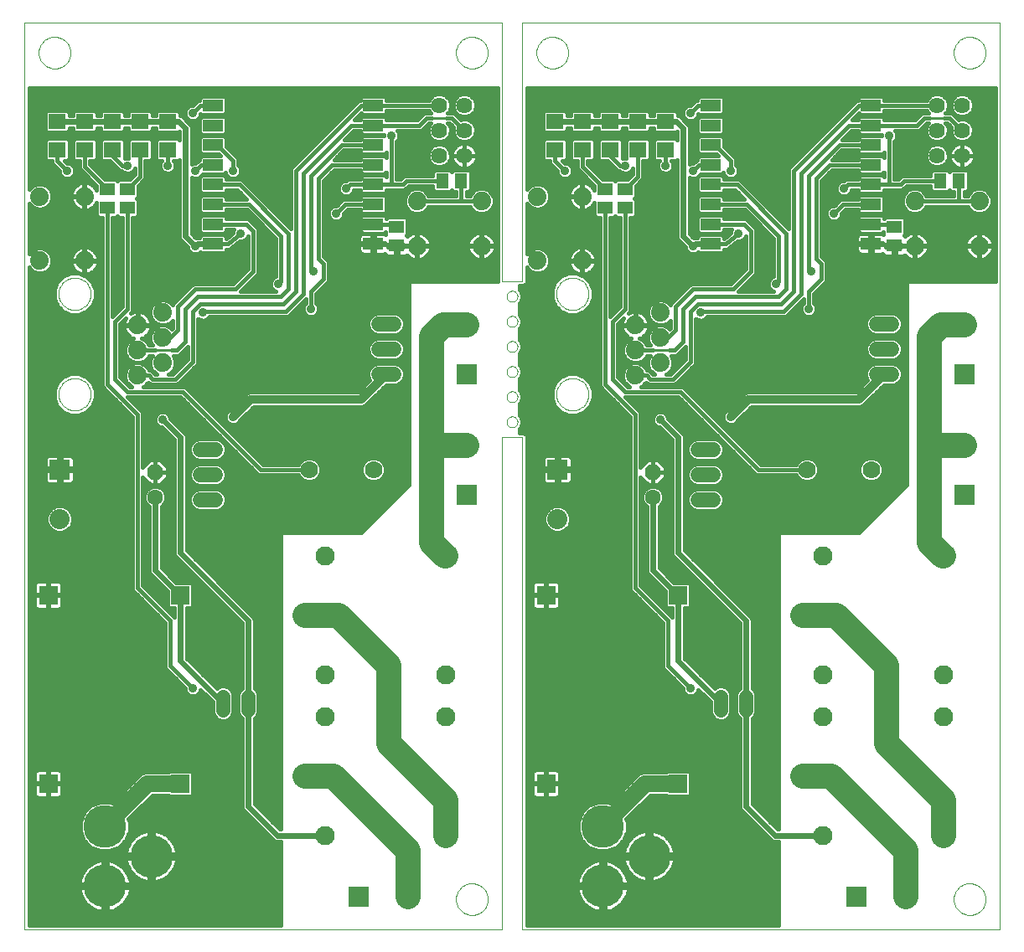
<source format=gtl>
G75*
G70*
%OFA0B0*%
%FSLAX24Y24*%
%IPPOS*%
%LPD*%
%AMOC8*
5,1,8,0,0,1.08239X$1,22.5*
%
%ADD10C,0.0000*%
%ADD11C,0.0740*%
%ADD12R,0.0760X0.0760*%
%ADD13OC8,0.0630*%
%ADD14C,0.0630*%
%ADD15C,0.1700*%
%ADD16R,0.0710X0.0630*%
%ADD17R,0.0787X0.0472*%
%ADD18R,0.0512X0.0591*%
%ADD19C,0.0560*%
%ADD20R,0.0591X0.0512*%
%ADD21C,0.0600*%
%ADD22C,0.0640*%
%ADD23C,0.0768*%
%ADD24R,0.0800X0.0800*%
%ADD25C,0.0800*%
%ADD26C,0.0700*%
%ADD27C,0.0160*%
%ADD28C,0.0356*%
%ADD29C,0.1660*%
%ADD30C,0.0240*%
%ADD31C,0.0100*%
%ADD32C,0.1000*%
%ADD33C,0.0320*%
%ADD34C,0.0660*%
D10*
X001340Y001800D02*
X001340Y037900D01*
X020340Y037900D01*
X020340Y027600D01*
X021140Y027600D01*
X021140Y037900D01*
X040140Y037900D01*
X040140Y001800D01*
X021140Y001800D01*
X021140Y021400D01*
X020340Y021400D01*
X020340Y001800D01*
X001340Y001800D01*
X018510Y003000D02*
X018512Y003050D01*
X018518Y003100D01*
X018528Y003149D01*
X018542Y003197D01*
X018559Y003244D01*
X018580Y003289D01*
X018605Y003333D01*
X018633Y003374D01*
X018665Y003413D01*
X018699Y003450D01*
X018736Y003484D01*
X018776Y003514D01*
X018818Y003541D01*
X018862Y003565D01*
X018908Y003586D01*
X018955Y003602D01*
X019003Y003615D01*
X019053Y003624D01*
X019102Y003629D01*
X019153Y003630D01*
X019203Y003627D01*
X019252Y003620D01*
X019301Y003609D01*
X019349Y003594D01*
X019395Y003576D01*
X019440Y003554D01*
X019483Y003528D01*
X019524Y003499D01*
X019563Y003467D01*
X019599Y003432D01*
X019631Y003394D01*
X019661Y003354D01*
X019688Y003311D01*
X019711Y003267D01*
X019730Y003221D01*
X019746Y003173D01*
X019758Y003124D01*
X019766Y003075D01*
X019770Y003025D01*
X019770Y002975D01*
X019766Y002925D01*
X019758Y002876D01*
X019746Y002827D01*
X019730Y002779D01*
X019711Y002733D01*
X019688Y002689D01*
X019661Y002646D01*
X019631Y002606D01*
X019599Y002568D01*
X019563Y002533D01*
X019524Y002501D01*
X019483Y002472D01*
X019440Y002446D01*
X019395Y002424D01*
X019349Y002406D01*
X019301Y002391D01*
X019252Y002380D01*
X019203Y002373D01*
X019153Y002370D01*
X019102Y002371D01*
X019053Y002376D01*
X019003Y002385D01*
X018955Y002398D01*
X018908Y002414D01*
X018862Y002435D01*
X018818Y002459D01*
X018776Y002486D01*
X018736Y002516D01*
X018699Y002550D01*
X018665Y002587D01*
X018633Y002626D01*
X018605Y002667D01*
X018580Y002711D01*
X018559Y002756D01*
X018542Y002803D01*
X018528Y002851D01*
X018518Y002900D01*
X018512Y002950D01*
X018510Y003000D01*
X020523Y022000D02*
X020525Y022029D01*
X020531Y022057D01*
X020540Y022085D01*
X020553Y022111D01*
X020570Y022134D01*
X020589Y022156D01*
X020611Y022175D01*
X020636Y022190D01*
X020662Y022203D01*
X020690Y022211D01*
X020718Y022216D01*
X020747Y022217D01*
X020776Y022214D01*
X020804Y022207D01*
X020831Y022197D01*
X020857Y022183D01*
X020880Y022166D01*
X020901Y022146D01*
X020919Y022123D01*
X020934Y022098D01*
X020945Y022071D01*
X020953Y022043D01*
X020957Y022014D01*
X020957Y021986D01*
X020953Y021957D01*
X020945Y021929D01*
X020934Y021902D01*
X020919Y021877D01*
X020901Y021854D01*
X020880Y021834D01*
X020857Y021817D01*
X020831Y021803D01*
X020804Y021793D01*
X020776Y021786D01*
X020747Y021783D01*
X020718Y021784D01*
X020690Y021789D01*
X020662Y021797D01*
X020636Y021810D01*
X020611Y021825D01*
X020589Y021844D01*
X020570Y021866D01*
X020553Y021889D01*
X020540Y021915D01*
X020531Y021943D01*
X020525Y021971D01*
X020523Y022000D01*
X020523Y023000D02*
X020525Y023029D01*
X020531Y023057D01*
X020540Y023085D01*
X020553Y023111D01*
X020570Y023134D01*
X020589Y023156D01*
X020611Y023175D01*
X020636Y023190D01*
X020662Y023203D01*
X020690Y023211D01*
X020718Y023216D01*
X020747Y023217D01*
X020776Y023214D01*
X020804Y023207D01*
X020831Y023197D01*
X020857Y023183D01*
X020880Y023166D01*
X020901Y023146D01*
X020919Y023123D01*
X020934Y023098D01*
X020945Y023071D01*
X020953Y023043D01*
X020957Y023014D01*
X020957Y022986D01*
X020953Y022957D01*
X020945Y022929D01*
X020934Y022902D01*
X020919Y022877D01*
X020901Y022854D01*
X020880Y022834D01*
X020857Y022817D01*
X020831Y022803D01*
X020804Y022793D01*
X020776Y022786D01*
X020747Y022783D01*
X020718Y022784D01*
X020690Y022789D01*
X020662Y022797D01*
X020636Y022810D01*
X020611Y022825D01*
X020589Y022844D01*
X020570Y022866D01*
X020553Y022889D01*
X020540Y022915D01*
X020531Y022943D01*
X020525Y022971D01*
X020523Y023000D01*
X020523Y024000D02*
X020525Y024029D01*
X020531Y024057D01*
X020540Y024085D01*
X020553Y024111D01*
X020570Y024134D01*
X020589Y024156D01*
X020611Y024175D01*
X020636Y024190D01*
X020662Y024203D01*
X020690Y024211D01*
X020718Y024216D01*
X020747Y024217D01*
X020776Y024214D01*
X020804Y024207D01*
X020831Y024197D01*
X020857Y024183D01*
X020880Y024166D01*
X020901Y024146D01*
X020919Y024123D01*
X020934Y024098D01*
X020945Y024071D01*
X020953Y024043D01*
X020957Y024014D01*
X020957Y023986D01*
X020953Y023957D01*
X020945Y023929D01*
X020934Y023902D01*
X020919Y023877D01*
X020901Y023854D01*
X020880Y023834D01*
X020857Y023817D01*
X020831Y023803D01*
X020804Y023793D01*
X020776Y023786D01*
X020747Y023783D01*
X020718Y023784D01*
X020690Y023789D01*
X020662Y023797D01*
X020636Y023810D01*
X020611Y023825D01*
X020589Y023844D01*
X020570Y023866D01*
X020553Y023889D01*
X020540Y023915D01*
X020531Y023943D01*
X020525Y023971D01*
X020523Y024000D01*
X020523Y025000D02*
X020525Y025029D01*
X020531Y025057D01*
X020540Y025085D01*
X020553Y025111D01*
X020570Y025134D01*
X020589Y025156D01*
X020611Y025175D01*
X020636Y025190D01*
X020662Y025203D01*
X020690Y025211D01*
X020718Y025216D01*
X020747Y025217D01*
X020776Y025214D01*
X020804Y025207D01*
X020831Y025197D01*
X020857Y025183D01*
X020880Y025166D01*
X020901Y025146D01*
X020919Y025123D01*
X020934Y025098D01*
X020945Y025071D01*
X020953Y025043D01*
X020957Y025014D01*
X020957Y024986D01*
X020953Y024957D01*
X020945Y024929D01*
X020934Y024902D01*
X020919Y024877D01*
X020901Y024854D01*
X020880Y024834D01*
X020857Y024817D01*
X020831Y024803D01*
X020804Y024793D01*
X020776Y024786D01*
X020747Y024783D01*
X020718Y024784D01*
X020690Y024789D01*
X020662Y024797D01*
X020636Y024810D01*
X020611Y024825D01*
X020589Y024844D01*
X020570Y024866D01*
X020553Y024889D01*
X020540Y024915D01*
X020531Y024943D01*
X020525Y024971D01*
X020523Y025000D01*
X020523Y026000D02*
X020525Y026029D01*
X020531Y026057D01*
X020540Y026085D01*
X020553Y026111D01*
X020570Y026134D01*
X020589Y026156D01*
X020611Y026175D01*
X020636Y026190D01*
X020662Y026203D01*
X020690Y026211D01*
X020718Y026216D01*
X020747Y026217D01*
X020776Y026214D01*
X020804Y026207D01*
X020831Y026197D01*
X020857Y026183D01*
X020880Y026166D01*
X020901Y026146D01*
X020919Y026123D01*
X020934Y026098D01*
X020945Y026071D01*
X020953Y026043D01*
X020957Y026014D01*
X020957Y025986D01*
X020953Y025957D01*
X020945Y025929D01*
X020934Y025902D01*
X020919Y025877D01*
X020901Y025854D01*
X020880Y025834D01*
X020857Y025817D01*
X020831Y025803D01*
X020804Y025793D01*
X020776Y025786D01*
X020747Y025783D01*
X020718Y025784D01*
X020690Y025789D01*
X020662Y025797D01*
X020636Y025810D01*
X020611Y025825D01*
X020589Y025844D01*
X020570Y025866D01*
X020553Y025889D01*
X020540Y025915D01*
X020531Y025943D01*
X020525Y025971D01*
X020523Y026000D01*
X020523Y027000D02*
X020525Y027029D01*
X020531Y027057D01*
X020540Y027085D01*
X020553Y027111D01*
X020570Y027134D01*
X020589Y027156D01*
X020611Y027175D01*
X020636Y027190D01*
X020662Y027203D01*
X020690Y027211D01*
X020718Y027216D01*
X020747Y027217D01*
X020776Y027214D01*
X020804Y027207D01*
X020831Y027197D01*
X020857Y027183D01*
X020880Y027166D01*
X020901Y027146D01*
X020919Y027123D01*
X020934Y027098D01*
X020945Y027071D01*
X020953Y027043D01*
X020957Y027014D01*
X020957Y026986D01*
X020953Y026957D01*
X020945Y026929D01*
X020934Y026902D01*
X020919Y026877D01*
X020901Y026854D01*
X020880Y026834D01*
X020857Y026817D01*
X020831Y026803D01*
X020804Y026793D01*
X020776Y026786D01*
X020747Y026783D01*
X020718Y026784D01*
X020690Y026789D01*
X020662Y026797D01*
X020636Y026810D01*
X020611Y026825D01*
X020589Y026844D01*
X020570Y026866D01*
X020553Y026889D01*
X020540Y026915D01*
X020531Y026943D01*
X020525Y026971D01*
X020523Y027000D01*
X022500Y027100D02*
X022502Y027150D01*
X022508Y027200D01*
X022518Y027249D01*
X022531Y027298D01*
X022549Y027345D01*
X022570Y027391D01*
X022594Y027434D01*
X022622Y027476D01*
X022653Y027516D01*
X022687Y027553D01*
X022724Y027587D01*
X022764Y027618D01*
X022806Y027646D01*
X022849Y027670D01*
X022895Y027691D01*
X022942Y027709D01*
X022991Y027722D01*
X023040Y027732D01*
X023090Y027738D01*
X023140Y027740D01*
X023190Y027738D01*
X023240Y027732D01*
X023289Y027722D01*
X023338Y027709D01*
X023385Y027691D01*
X023431Y027670D01*
X023474Y027646D01*
X023516Y027618D01*
X023556Y027587D01*
X023593Y027553D01*
X023627Y027516D01*
X023658Y027476D01*
X023686Y027434D01*
X023710Y027391D01*
X023731Y027345D01*
X023749Y027298D01*
X023762Y027249D01*
X023772Y027200D01*
X023778Y027150D01*
X023780Y027100D01*
X023778Y027050D01*
X023772Y027000D01*
X023762Y026951D01*
X023749Y026902D01*
X023731Y026855D01*
X023710Y026809D01*
X023686Y026766D01*
X023658Y026724D01*
X023627Y026684D01*
X023593Y026647D01*
X023556Y026613D01*
X023516Y026582D01*
X023474Y026554D01*
X023431Y026530D01*
X023385Y026509D01*
X023338Y026491D01*
X023289Y026478D01*
X023240Y026468D01*
X023190Y026462D01*
X023140Y026460D01*
X023090Y026462D01*
X023040Y026468D01*
X022991Y026478D01*
X022942Y026491D01*
X022895Y026509D01*
X022849Y026530D01*
X022806Y026554D01*
X022764Y026582D01*
X022724Y026613D01*
X022687Y026647D01*
X022653Y026684D01*
X022622Y026724D01*
X022594Y026766D01*
X022570Y026809D01*
X022549Y026855D01*
X022531Y026902D01*
X022518Y026951D01*
X022508Y027000D01*
X022502Y027050D01*
X022500Y027100D01*
X022500Y023100D02*
X022502Y023150D01*
X022508Y023200D01*
X022518Y023249D01*
X022531Y023298D01*
X022549Y023345D01*
X022570Y023391D01*
X022594Y023434D01*
X022622Y023476D01*
X022653Y023516D01*
X022687Y023553D01*
X022724Y023587D01*
X022764Y023618D01*
X022806Y023646D01*
X022849Y023670D01*
X022895Y023691D01*
X022942Y023709D01*
X022991Y023722D01*
X023040Y023732D01*
X023090Y023738D01*
X023140Y023740D01*
X023190Y023738D01*
X023240Y023732D01*
X023289Y023722D01*
X023338Y023709D01*
X023385Y023691D01*
X023431Y023670D01*
X023474Y023646D01*
X023516Y023618D01*
X023556Y023587D01*
X023593Y023553D01*
X023627Y023516D01*
X023658Y023476D01*
X023686Y023434D01*
X023710Y023391D01*
X023731Y023345D01*
X023749Y023298D01*
X023762Y023249D01*
X023772Y023200D01*
X023778Y023150D01*
X023780Y023100D01*
X023778Y023050D01*
X023772Y023000D01*
X023762Y022951D01*
X023749Y022902D01*
X023731Y022855D01*
X023710Y022809D01*
X023686Y022766D01*
X023658Y022724D01*
X023627Y022684D01*
X023593Y022647D01*
X023556Y022613D01*
X023516Y022582D01*
X023474Y022554D01*
X023431Y022530D01*
X023385Y022509D01*
X023338Y022491D01*
X023289Y022478D01*
X023240Y022468D01*
X023190Y022462D01*
X023140Y022460D01*
X023090Y022462D01*
X023040Y022468D01*
X022991Y022478D01*
X022942Y022491D01*
X022895Y022509D01*
X022849Y022530D01*
X022806Y022554D01*
X022764Y022582D01*
X022724Y022613D01*
X022687Y022647D01*
X022653Y022684D01*
X022622Y022724D01*
X022594Y022766D01*
X022570Y022809D01*
X022549Y022855D01*
X022531Y022902D01*
X022518Y022951D01*
X022508Y023000D01*
X022502Y023050D01*
X022500Y023100D01*
X021710Y036700D02*
X021712Y036750D01*
X021718Y036800D01*
X021728Y036849D01*
X021742Y036897D01*
X021759Y036944D01*
X021780Y036989D01*
X021805Y037033D01*
X021833Y037074D01*
X021865Y037113D01*
X021899Y037150D01*
X021936Y037184D01*
X021976Y037214D01*
X022018Y037241D01*
X022062Y037265D01*
X022108Y037286D01*
X022155Y037302D01*
X022203Y037315D01*
X022253Y037324D01*
X022302Y037329D01*
X022353Y037330D01*
X022403Y037327D01*
X022452Y037320D01*
X022501Y037309D01*
X022549Y037294D01*
X022595Y037276D01*
X022640Y037254D01*
X022683Y037228D01*
X022724Y037199D01*
X022763Y037167D01*
X022799Y037132D01*
X022831Y037094D01*
X022861Y037054D01*
X022888Y037011D01*
X022911Y036967D01*
X022930Y036921D01*
X022946Y036873D01*
X022958Y036824D01*
X022966Y036775D01*
X022970Y036725D01*
X022970Y036675D01*
X022966Y036625D01*
X022958Y036576D01*
X022946Y036527D01*
X022930Y036479D01*
X022911Y036433D01*
X022888Y036389D01*
X022861Y036346D01*
X022831Y036306D01*
X022799Y036268D01*
X022763Y036233D01*
X022724Y036201D01*
X022683Y036172D01*
X022640Y036146D01*
X022595Y036124D01*
X022549Y036106D01*
X022501Y036091D01*
X022452Y036080D01*
X022403Y036073D01*
X022353Y036070D01*
X022302Y036071D01*
X022253Y036076D01*
X022203Y036085D01*
X022155Y036098D01*
X022108Y036114D01*
X022062Y036135D01*
X022018Y036159D01*
X021976Y036186D01*
X021936Y036216D01*
X021899Y036250D01*
X021865Y036287D01*
X021833Y036326D01*
X021805Y036367D01*
X021780Y036411D01*
X021759Y036456D01*
X021742Y036503D01*
X021728Y036551D01*
X021718Y036600D01*
X021712Y036650D01*
X021710Y036700D01*
X018510Y036700D02*
X018512Y036750D01*
X018518Y036800D01*
X018528Y036849D01*
X018542Y036897D01*
X018559Y036944D01*
X018580Y036989D01*
X018605Y037033D01*
X018633Y037074D01*
X018665Y037113D01*
X018699Y037150D01*
X018736Y037184D01*
X018776Y037214D01*
X018818Y037241D01*
X018862Y037265D01*
X018908Y037286D01*
X018955Y037302D01*
X019003Y037315D01*
X019053Y037324D01*
X019102Y037329D01*
X019153Y037330D01*
X019203Y037327D01*
X019252Y037320D01*
X019301Y037309D01*
X019349Y037294D01*
X019395Y037276D01*
X019440Y037254D01*
X019483Y037228D01*
X019524Y037199D01*
X019563Y037167D01*
X019599Y037132D01*
X019631Y037094D01*
X019661Y037054D01*
X019688Y037011D01*
X019711Y036967D01*
X019730Y036921D01*
X019746Y036873D01*
X019758Y036824D01*
X019766Y036775D01*
X019770Y036725D01*
X019770Y036675D01*
X019766Y036625D01*
X019758Y036576D01*
X019746Y036527D01*
X019730Y036479D01*
X019711Y036433D01*
X019688Y036389D01*
X019661Y036346D01*
X019631Y036306D01*
X019599Y036268D01*
X019563Y036233D01*
X019524Y036201D01*
X019483Y036172D01*
X019440Y036146D01*
X019395Y036124D01*
X019349Y036106D01*
X019301Y036091D01*
X019252Y036080D01*
X019203Y036073D01*
X019153Y036070D01*
X019102Y036071D01*
X019053Y036076D01*
X019003Y036085D01*
X018955Y036098D01*
X018908Y036114D01*
X018862Y036135D01*
X018818Y036159D01*
X018776Y036186D01*
X018736Y036216D01*
X018699Y036250D01*
X018665Y036287D01*
X018633Y036326D01*
X018605Y036367D01*
X018580Y036411D01*
X018559Y036456D01*
X018542Y036503D01*
X018528Y036551D01*
X018518Y036600D01*
X018512Y036650D01*
X018510Y036700D01*
X002700Y027100D02*
X002702Y027150D01*
X002708Y027200D01*
X002718Y027249D01*
X002731Y027298D01*
X002749Y027345D01*
X002770Y027391D01*
X002794Y027434D01*
X002822Y027476D01*
X002853Y027516D01*
X002887Y027553D01*
X002924Y027587D01*
X002964Y027618D01*
X003006Y027646D01*
X003049Y027670D01*
X003095Y027691D01*
X003142Y027709D01*
X003191Y027722D01*
X003240Y027732D01*
X003290Y027738D01*
X003340Y027740D01*
X003390Y027738D01*
X003440Y027732D01*
X003489Y027722D01*
X003538Y027709D01*
X003585Y027691D01*
X003631Y027670D01*
X003674Y027646D01*
X003716Y027618D01*
X003756Y027587D01*
X003793Y027553D01*
X003827Y027516D01*
X003858Y027476D01*
X003886Y027434D01*
X003910Y027391D01*
X003931Y027345D01*
X003949Y027298D01*
X003962Y027249D01*
X003972Y027200D01*
X003978Y027150D01*
X003980Y027100D01*
X003978Y027050D01*
X003972Y027000D01*
X003962Y026951D01*
X003949Y026902D01*
X003931Y026855D01*
X003910Y026809D01*
X003886Y026766D01*
X003858Y026724D01*
X003827Y026684D01*
X003793Y026647D01*
X003756Y026613D01*
X003716Y026582D01*
X003674Y026554D01*
X003631Y026530D01*
X003585Y026509D01*
X003538Y026491D01*
X003489Y026478D01*
X003440Y026468D01*
X003390Y026462D01*
X003340Y026460D01*
X003290Y026462D01*
X003240Y026468D01*
X003191Y026478D01*
X003142Y026491D01*
X003095Y026509D01*
X003049Y026530D01*
X003006Y026554D01*
X002964Y026582D01*
X002924Y026613D01*
X002887Y026647D01*
X002853Y026684D01*
X002822Y026724D01*
X002794Y026766D01*
X002770Y026809D01*
X002749Y026855D01*
X002731Y026902D01*
X002718Y026951D01*
X002708Y027000D01*
X002702Y027050D01*
X002700Y027100D01*
X002700Y023100D02*
X002702Y023150D01*
X002708Y023200D01*
X002718Y023249D01*
X002731Y023298D01*
X002749Y023345D01*
X002770Y023391D01*
X002794Y023434D01*
X002822Y023476D01*
X002853Y023516D01*
X002887Y023553D01*
X002924Y023587D01*
X002964Y023618D01*
X003006Y023646D01*
X003049Y023670D01*
X003095Y023691D01*
X003142Y023709D01*
X003191Y023722D01*
X003240Y023732D01*
X003290Y023738D01*
X003340Y023740D01*
X003390Y023738D01*
X003440Y023732D01*
X003489Y023722D01*
X003538Y023709D01*
X003585Y023691D01*
X003631Y023670D01*
X003674Y023646D01*
X003716Y023618D01*
X003756Y023587D01*
X003793Y023553D01*
X003827Y023516D01*
X003858Y023476D01*
X003886Y023434D01*
X003910Y023391D01*
X003931Y023345D01*
X003949Y023298D01*
X003962Y023249D01*
X003972Y023200D01*
X003978Y023150D01*
X003980Y023100D01*
X003978Y023050D01*
X003972Y023000D01*
X003962Y022951D01*
X003949Y022902D01*
X003931Y022855D01*
X003910Y022809D01*
X003886Y022766D01*
X003858Y022724D01*
X003827Y022684D01*
X003793Y022647D01*
X003756Y022613D01*
X003716Y022582D01*
X003674Y022554D01*
X003631Y022530D01*
X003585Y022509D01*
X003538Y022491D01*
X003489Y022478D01*
X003440Y022468D01*
X003390Y022462D01*
X003340Y022460D01*
X003290Y022462D01*
X003240Y022468D01*
X003191Y022478D01*
X003142Y022491D01*
X003095Y022509D01*
X003049Y022530D01*
X003006Y022554D01*
X002964Y022582D01*
X002924Y022613D01*
X002887Y022647D01*
X002853Y022684D01*
X002822Y022724D01*
X002794Y022766D01*
X002770Y022809D01*
X002749Y022855D01*
X002731Y022902D01*
X002718Y022951D01*
X002708Y023000D01*
X002702Y023050D01*
X002700Y023100D01*
X001910Y036700D02*
X001912Y036750D01*
X001918Y036800D01*
X001928Y036849D01*
X001942Y036897D01*
X001959Y036944D01*
X001980Y036989D01*
X002005Y037033D01*
X002033Y037074D01*
X002065Y037113D01*
X002099Y037150D01*
X002136Y037184D01*
X002176Y037214D01*
X002218Y037241D01*
X002262Y037265D01*
X002308Y037286D01*
X002355Y037302D01*
X002403Y037315D01*
X002453Y037324D01*
X002502Y037329D01*
X002553Y037330D01*
X002603Y037327D01*
X002652Y037320D01*
X002701Y037309D01*
X002749Y037294D01*
X002795Y037276D01*
X002840Y037254D01*
X002883Y037228D01*
X002924Y037199D01*
X002963Y037167D01*
X002999Y037132D01*
X003031Y037094D01*
X003061Y037054D01*
X003088Y037011D01*
X003111Y036967D01*
X003130Y036921D01*
X003146Y036873D01*
X003158Y036824D01*
X003166Y036775D01*
X003170Y036725D01*
X003170Y036675D01*
X003166Y036625D01*
X003158Y036576D01*
X003146Y036527D01*
X003130Y036479D01*
X003111Y036433D01*
X003088Y036389D01*
X003061Y036346D01*
X003031Y036306D01*
X002999Y036268D01*
X002963Y036233D01*
X002924Y036201D01*
X002883Y036172D01*
X002840Y036146D01*
X002795Y036124D01*
X002749Y036106D01*
X002701Y036091D01*
X002652Y036080D01*
X002603Y036073D01*
X002553Y036070D01*
X002502Y036071D01*
X002453Y036076D01*
X002403Y036085D01*
X002355Y036098D01*
X002308Y036114D01*
X002262Y036135D01*
X002218Y036159D01*
X002176Y036186D01*
X002136Y036216D01*
X002099Y036250D01*
X002065Y036287D01*
X002033Y036326D01*
X002005Y036367D01*
X001980Y036411D01*
X001959Y036456D01*
X001942Y036503D01*
X001928Y036551D01*
X001918Y036600D01*
X001912Y036650D01*
X001910Y036700D01*
X038310Y036700D02*
X038312Y036750D01*
X038318Y036800D01*
X038328Y036849D01*
X038342Y036897D01*
X038359Y036944D01*
X038380Y036989D01*
X038405Y037033D01*
X038433Y037074D01*
X038465Y037113D01*
X038499Y037150D01*
X038536Y037184D01*
X038576Y037214D01*
X038618Y037241D01*
X038662Y037265D01*
X038708Y037286D01*
X038755Y037302D01*
X038803Y037315D01*
X038853Y037324D01*
X038902Y037329D01*
X038953Y037330D01*
X039003Y037327D01*
X039052Y037320D01*
X039101Y037309D01*
X039149Y037294D01*
X039195Y037276D01*
X039240Y037254D01*
X039283Y037228D01*
X039324Y037199D01*
X039363Y037167D01*
X039399Y037132D01*
X039431Y037094D01*
X039461Y037054D01*
X039488Y037011D01*
X039511Y036967D01*
X039530Y036921D01*
X039546Y036873D01*
X039558Y036824D01*
X039566Y036775D01*
X039570Y036725D01*
X039570Y036675D01*
X039566Y036625D01*
X039558Y036576D01*
X039546Y036527D01*
X039530Y036479D01*
X039511Y036433D01*
X039488Y036389D01*
X039461Y036346D01*
X039431Y036306D01*
X039399Y036268D01*
X039363Y036233D01*
X039324Y036201D01*
X039283Y036172D01*
X039240Y036146D01*
X039195Y036124D01*
X039149Y036106D01*
X039101Y036091D01*
X039052Y036080D01*
X039003Y036073D01*
X038953Y036070D01*
X038902Y036071D01*
X038853Y036076D01*
X038803Y036085D01*
X038755Y036098D01*
X038708Y036114D01*
X038662Y036135D01*
X038618Y036159D01*
X038576Y036186D01*
X038536Y036216D01*
X038499Y036250D01*
X038465Y036287D01*
X038433Y036326D01*
X038405Y036367D01*
X038380Y036411D01*
X038359Y036456D01*
X038342Y036503D01*
X038328Y036551D01*
X038318Y036600D01*
X038312Y036650D01*
X038310Y036700D01*
X038310Y003000D02*
X038312Y003050D01*
X038318Y003100D01*
X038328Y003149D01*
X038342Y003197D01*
X038359Y003244D01*
X038380Y003289D01*
X038405Y003333D01*
X038433Y003374D01*
X038465Y003413D01*
X038499Y003450D01*
X038536Y003484D01*
X038576Y003514D01*
X038618Y003541D01*
X038662Y003565D01*
X038708Y003586D01*
X038755Y003602D01*
X038803Y003615D01*
X038853Y003624D01*
X038902Y003629D01*
X038953Y003630D01*
X039003Y003627D01*
X039052Y003620D01*
X039101Y003609D01*
X039149Y003594D01*
X039195Y003576D01*
X039240Y003554D01*
X039283Y003528D01*
X039324Y003499D01*
X039363Y003467D01*
X039399Y003432D01*
X039431Y003394D01*
X039461Y003354D01*
X039488Y003311D01*
X039511Y003267D01*
X039530Y003221D01*
X039546Y003173D01*
X039558Y003124D01*
X039566Y003075D01*
X039570Y003025D01*
X039570Y002975D01*
X039566Y002925D01*
X039558Y002876D01*
X039546Y002827D01*
X039530Y002779D01*
X039511Y002733D01*
X039488Y002689D01*
X039461Y002646D01*
X039431Y002606D01*
X039399Y002568D01*
X039363Y002533D01*
X039324Y002501D01*
X039283Y002472D01*
X039240Y002446D01*
X039195Y002424D01*
X039149Y002406D01*
X039101Y002391D01*
X039052Y002380D01*
X039003Y002373D01*
X038953Y002370D01*
X038902Y002371D01*
X038853Y002376D01*
X038803Y002385D01*
X038755Y002398D01*
X038708Y002414D01*
X038662Y002435D01*
X038618Y002459D01*
X038576Y002486D01*
X038536Y002516D01*
X038499Y002550D01*
X038465Y002587D01*
X038433Y002626D01*
X038405Y002667D01*
X038380Y002711D01*
X038359Y002756D01*
X038342Y002803D01*
X038328Y002851D01*
X038318Y002900D01*
X038312Y002950D01*
X038310Y003000D01*
D11*
X025640Y023850D03*
X026640Y024350D03*
X026640Y025350D03*
X025640Y025850D03*
X026640Y026350D03*
X025640Y024850D03*
X023530Y028420D03*
X021750Y028420D03*
X019520Y029010D03*
X019520Y030790D03*
X021750Y030980D03*
X023530Y030980D03*
X016960Y030790D03*
X016960Y029010D03*
X006840Y026350D03*
X005840Y025850D03*
X006840Y025350D03*
X006840Y024350D03*
X005840Y023850D03*
X005840Y024850D03*
X003730Y028420D03*
X001950Y028420D03*
X001950Y030980D03*
X003730Y030980D03*
X036760Y030790D03*
X036760Y029010D03*
X039320Y029010D03*
X039320Y030790D03*
D12*
X027340Y015100D03*
X022090Y015100D03*
X022090Y007600D03*
X027340Y007600D03*
X007540Y007600D03*
X002290Y007600D03*
X002290Y015100D03*
X007540Y015100D03*
D13*
X006540Y020000D03*
X026340Y020000D03*
D14*
X026340Y019000D03*
X006540Y019000D03*
D15*
X004540Y005894D03*
X006390Y004713D03*
X004540Y003531D03*
X024340Y003531D03*
X026190Y004713D03*
X024340Y005894D03*
D16*
X024640Y032840D03*
X023540Y032840D03*
X022440Y032840D03*
X022440Y033960D03*
X023540Y033960D03*
X024640Y033960D03*
X025740Y033960D03*
X026840Y033960D03*
X026840Y032840D03*
X025740Y032840D03*
X007040Y032840D03*
X005940Y032840D03*
X004840Y032840D03*
X003740Y032840D03*
X002640Y032840D03*
X002640Y033960D03*
X003740Y033960D03*
X004840Y033960D03*
X005940Y033960D03*
X007040Y033960D03*
D17*
X008840Y033812D03*
X008840Y033024D03*
X008840Y032237D03*
X008840Y031450D03*
X008840Y030662D03*
X008840Y029875D03*
X008840Y029087D03*
X008840Y034599D03*
X015218Y034599D03*
X015218Y033812D03*
X015218Y033024D03*
X015218Y032237D03*
X015218Y031450D03*
X015218Y030662D03*
X015218Y029875D03*
X015218Y029087D03*
X028640Y029087D03*
X028640Y029875D03*
X028640Y030662D03*
X028640Y031450D03*
X028640Y032237D03*
X028640Y033024D03*
X028640Y033812D03*
X028640Y034599D03*
X035018Y034599D03*
X035018Y033812D03*
X035018Y033024D03*
X035018Y032237D03*
X035018Y031450D03*
X035018Y030662D03*
X035018Y029875D03*
X035018Y029087D03*
D18*
X037766Y031600D03*
X038514Y031600D03*
X018714Y031600D03*
X017966Y031600D03*
D19*
X010240Y011080D02*
X010240Y010520D01*
X009240Y010520D02*
X009240Y011080D01*
X029040Y011080D02*
X029040Y010520D01*
X030040Y010520D02*
X030040Y011080D01*
D20*
X035940Y029026D03*
X035940Y029774D03*
X025240Y030526D03*
X025240Y031274D03*
X024440Y031274D03*
X024440Y030526D03*
X016140Y029774D03*
X016140Y029026D03*
X005440Y030526D03*
X005440Y031274D03*
X004640Y031274D03*
X004640Y030526D03*
D21*
X008340Y020900D02*
X008940Y020900D01*
X008940Y019900D02*
X008340Y019900D01*
X008340Y018900D02*
X008940Y018900D01*
X015440Y023900D02*
X016040Y023900D01*
X016040Y024900D02*
X015440Y024900D01*
X015440Y025900D02*
X016040Y025900D01*
X028140Y020900D02*
X028740Y020900D01*
X028740Y019900D02*
X028140Y019900D01*
X028140Y018900D02*
X028740Y018900D01*
X035240Y023900D02*
X035840Y023900D01*
X035840Y024900D02*
X035240Y024900D01*
X035240Y025900D02*
X035840Y025900D01*
D22*
X037640Y032600D03*
X038640Y032600D03*
X038640Y033600D03*
X037640Y033600D03*
X037640Y034600D03*
X038640Y034600D03*
X018840Y034600D03*
X017840Y034600D03*
X017840Y033600D03*
X018840Y033600D03*
X018840Y032600D03*
X017840Y032600D03*
D23*
X018105Y016662D03*
X018105Y011938D03*
X018105Y010262D03*
X013302Y010262D03*
X013302Y011938D03*
X012515Y014300D03*
X013302Y016662D03*
X012515Y007900D03*
X013302Y005538D03*
X018105Y005538D03*
X032315Y007900D03*
X033102Y005538D03*
X037905Y005538D03*
X037905Y010262D03*
X037905Y011938D03*
X037905Y016662D03*
X033102Y016662D03*
X032315Y014300D03*
X033102Y011938D03*
X033102Y010262D03*
D24*
X034440Y003100D03*
X038740Y019100D03*
X038740Y023900D03*
X022540Y020100D03*
X018940Y019100D03*
X018940Y023900D03*
X002740Y020100D03*
X014640Y003100D03*
D25*
X016609Y003100D03*
X022540Y018131D03*
X018940Y021069D03*
X018940Y025869D03*
X002740Y018131D03*
X036409Y003100D03*
X038740Y021069D03*
X038740Y025869D03*
D26*
X035020Y020100D03*
X032460Y020100D03*
X015220Y020100D03*
X012660Y020100D03*
D27*
X010740Y020100D01*
X007640Y023200D01*
X005440Y023200D01*
X004940Y023700D01*
X004940Y026000D01*
X005440Y026500D01*
X005440Y030526D01*
X005865Y030489D02*
X007490Y030489D01*
X007490Y030647D02*
X005865Y030647D01*
X005865Y030806D02*
X007490Y030806D01*
X007490Y030964D02*
X005865Y030964D01*
X005865Y031402D01*
X006150Y031687D01*
X006150Y032395D01*
X006349Y032395D01*
X006425Y032471D01*
X006425Y033209D01*
X006349Y033285D01*
X005531Y033285D01*
X005455Y033209D01*
X005455Y032508D01*
X005379Y032508D01*
X005325Y032486D01*
X005325Y033209D01*
X005249Y033285D01*
X004431Y033285D01*
X004355Y033209D01*
X004355Y032471D01*
X004431Y032395D01*
X004748Y032395D01*
X005153Y031990D01*
X005214Y031990D01*
X005265Y031939D01*
X005379Y031892D01*
X005501Y031892D01*
X005615Y031939D01*
X005701Y032025D01*
X005730Y032095D01*
X005730Y031861D01*
X005529Y031660D01*
X005091Y031660D01*
X005040Y031609D01*
X004989Y031660D01*
X004551Y031660D01*
X003950Y032261D01*
X003950Y032395D01*
X004149Y032395D01*
X004225Y032471D01*
X004225Y033209D01*
X004149Y033285D01*
X003331Y033285D01*
X003255Y033209D01*
X003255Y032471D01*
X003331Y032395D01*
X003530Y032395D01*
X003530Y032087D01*
X004215Y031402D01*
X004215Y031240D01*
X004200Y031268D01*
X004150Y031338D01*
X004088Y031400D01*
X004018Y031450D01*
X003941Y031490D01*
X003859Y031516D01*
X003773Y031530D01*
X003750Y031530D01*
X003750Y031000D01*
X003710Y031000D01*
X003710Y031530D01*
X003687Y031530D01*
X003601Y031516D01*
X003519Y031490D01*
X003442Y031450D01*
X003372Y031400D01*
X003310Y031338D01*
X003260Y031268D01*
X003220Y031191D01*
X003194Y031109D01*
X003180Y031023D01*
X003180Y031000D01*
X003710Y031000D01*
X003710Y030960D01*
X003750Y030960D01*
X003750Y030430D01*
X003773Y030430D01*
X003859Y030444D01*
X003941Y030470D01*
X004018Y030510D01*
X004088Y030560D01*
X004150Y030622D01*
X004200Y030692D01*
X004215Y030720D01*
X004215Y030216D01*
X004291Y030140D01*
X004430Y030140D01*
X004430Y023413D01*
X005630Y022213D01*
X005630Y015313D01*
X006930Y014013D01*
X006930Y012213D01*
X007053Y012090D01*
X007732Y011411D01*
X007732Y011339D01*
X007779Y011225D01*
X007865Y011139D01*
X007979Y011092D01*
X008101Y011092D01*
X008215Y011139D01*
X008301Y011225D01*
X008348Y011338D01*
X008830Y010856D01*
X008830Y010438D01*
X008892Y010288D01*
X009008Y010172D01*
X009158Y010110D01*
X009322Y010110D01*
X009472Y010172D01*
X009588Y010288D01*
X009650Y010438D01*
X009650Y011162D01*
X009588Y011312D01*
X009472Y011428D01*
X009322Y011490D01*
X009158Y011490D01*
X009008Y011428D01*
X008987Y011407D01*
X007790Y012604D01*
X007790Y014590D01*
X007974Y014590D01*
X008050Y014666D01*
X008050Y015534D01*
X007974Y015610D01*
X007384Y015610D01*
X006790Y016204D01*
X006790Y018622D01*
X006792Y018623D01*
X006917Y018748D01*
X006985Y018911D01*
X006985Y019089D01*
X006917Y019252D01*
X006792Y019377D01*
X006629Y019445D01*
X006451Y019445D01*
X006288Y019377D01*
X006163Y019252D01*
X006095Y019089D01*
X006095Y018911D01*
X006163Y018748D01*
X006288Y018623D01*
X006290Y018622D01*
X006290Y016050D01*
X006328Y015958D01*
X007030Y015256D01*
X007030Y014666D01*
X007106Y014590D01*
X007290Y014590D01*
X007290Y014247D01*
X006050Y015487D01*
X006050Y019790D01*
X006335Y019505D01*
X006540Y019505D01*
X006745Y019505D01*
X007035Y019795D01*
X007035Y020000D01*
X007035Y020205D01*
X006745Y020495D01*
X006540Y020495D01*
X006540Y020000D01*
X006540Y020000D01*
X007035Y020000D01*
X006540Y020000D01*
X006540Y020000D01*
X006540Y020495D01*
X006335Y020495D01*
X006050Y020210D01*
X006050Y022387D01*
X005927Y022510D01*
X005447Y022990D01*
X007553Y022990D01*
X010530Y020013D01*
X010653Y019890D01*
X012228Y019890D01*
X012254Y019828D01*
X012389Y019693D01*
X012565Y019620D01*
X012756Y019620D01*
X012932Y019693D01*
X013067Y019828D01*
X013140Y020005D01*
X013140Y020195D01*
X013067Y020372D01*
X012932Y020507D01*
X012756Y020580D01*
X012565Y020580D01*
X012389Y020507D01*
X012254Y020372D01*
X012228Y020310D01*
X010827Y020310D01*
X007850Y023287D01*
X007727Y023410D01*
X006084Y023410D01*
X006123Y023426D01*
X006264Y023567D01*
X006268Y023576D01*
X006353Y023490D01*
X007427Y023490D01*
X008250Y024313D01*
X008250Y026104D01*
X008265Y026089D01*
X008379Y026042D01*
X008501Y026042D01*
X008615Y026089D01*
X008701Y026175D01*
X008707Y026190D01*
X011827Y026190D01*
X011950Y026313D01*
X012527Y026890D01*
X012530Y026893D01*
X012530Y026726D01*
X012479Y026675D01*
X012432Y026561D01*
X012432Y026439D01*
X012479Y026325D01*
X012565Y026239D01*
X012679Y026192D01*
X012801Y026192D01*
X012915Y026239D01*
X013001Y026325D01*
X013048Y026439D01*
X013048Y026561D01*
X013001Y026675D01*
X012950Y026726D01*
X012950Y027113D01*
X013450Y027613D01*
X013450Y028387D01*
X013327Y028510D01*
X013250Y028587D01*
X013250Y031613D01*
X013664Y032027D01*
X014694Y032027D01*
X014694Y031947D01*
X014770Y031871D01*
X015666Y031871D01*
X015730Y031935D01*
X015730Y031751D01*
X015666Y031816D01*
X014770Y031816D01*
X014694Y031740D01*
X014694Y031660D01*
X014203Y031660D01*
X014151Y031608D01*
X014079Y031608D01*
X013965Y031561D01*
X013879Y031475D01*
X013832Y031361D01*
X013832Y031239D01*
X013879Y031125D01*
X013965Y031039D01*
X014079Y030992D01*
X014201Y030992D01*
X014315Y031039D01*
X014401Y031125D01*
X014448Y031239D01*
X014448Y031240D01*
X014694Y031240D01*
X014694Y031160D01*
X014770Y031083D01*
X015666Y031083D01*
X015742Y031160D01*
X015742Y031240D01*
X016477Y031240D01*
X016627Y031390D01*
X017580Y031390D01*
X017580Y031251D01*
X017656Y031175D01*
X018276Y031175D01*
X018340Y031239D01*
X018404Y031175D01*
X018504Y031175D01*
X018504Y031000D01*
X017414Y031000D01*
X017384Y031073D01*
X017243Y031214D01*
X017059Y031290D01*
X016861Y031290D01*
X016677Y031214D01*
X016536Y031073D01*
X016460Y030889D01*
X016460Y030691D01*
X016536Y030507D01*
X016677Y030366D01*
X016861Y030290D01*
X017059Y030290D01*
X017243Y030366D01*
X017384Y030507D01*
X017414Y030580D01*
X019066Y030580D01*
X019096Y030507D01*
X019237Y030366D01*
X019421Y030290D01*
X019619Y030290D01*
X019803Y030366D01*
X019944Y030507D01*
X020020Y030691D01*
X020020Y030889D01*
X019944Y031073D01*
X019803Y031214D01*
X019619Y031290D01*
X019421Y031290D01*
X019237Y031214D01*
X019096Y031073D01*
X019066Y031000D01*
X018924Y031000D01*
X018924Y031175D01*
X019024Y031175D01*
X019100Y031251D01*
X019100Y031949D01*
X019024Y032025D01*
X018404Y032025D01*
X018340Y031961D01*
X018276Y032025D01*
X017656Y032025D01*
X017580Y031949D01*
X017580Y031810D01*
X016453Y031810D01*
X016330Y031687D01*
X016330Y031687D01*
X016303Y031660D01*
X016150Y031660D01*
X016150Y033174D01*
X016201Y033225D01*
X016248Y033339D01*
X016248Y033461D01*
X016201Y033575D01*
X016174Y033602D01*
X017139Y033602D01*
X017427Y033890D01*
X017494Y033890D01*
X017459Y033855D01*
X017390Y033690D01*
X017390Y033510D01*
X017459Y033345D01*
X017585Y033219D01*
X017750Y033150D01*
X017930Y033150D01*
X018095Y033219D01*
X018221Y033345D01*
X018290Y033510D01*
X018290Y033690D01*
X018221Y033855D01*
X018186Y033890D01*
X018253Y033890D01*
X018409Y033734D01*
X018390Y033690D01*
X018390Y033510D01*
X018459Y033345D01*
X018585Y033219D01*
X018750Y033150D01*
X018930Y033150D01*
X019095Y033219D01*
X019221Y033345D01*
X019290Y033510D01*
X019290Y033690D01*
X019221Y033855D01*
X019095Y033981D01*
X018930Y034050D01*
X018750Y034050D01*
X018706Y034031D01*
X018427Y034310D01*
X018186Y034310D01*
X018221Y034345D01*
X018290Y034510D01*
X018290Y034690D01*
X018221Y034855D01*
X018095Y034981D01*
X017930Y035050D01*
X017750Y035050D01*
X017585Y034981D01*
X017459Y034855D01*
X017440Y034809D01*
X015742Y034809D01*
X015742Y034889D01*
X015666Y034965D01*
X014770Y034965D01*
X014694Y034889D01*
X014694Y034809D01*
X014652Y034809D01*
X012053Y032210D01*
X011930Y032087D01*
X011930Y029707D01*
X009977Y031660D01*
X009364Y031660D01*
X009364Y031740D01*
X009288Y031816D01*
X008392Y031816D01*
X008316Y031740D01*
X008316Y031160D01*
X008392Y031083D01*
X009288Y031083D01*
X009364Y031160D01*
X009364Y031240D01*
X009803Y031240D01*
X010171Y030872D01*
X009364Y030872D01*
X009364Y030952D01*
X009288Y031028D01*
X008392Y031028D01*
X008316Y030952D01*
X008316Y030372D01*
X008392Y030296D01*
X009288Y030296D01*
X009364Y030372D01*
X009364Y030452D01*
X010191Y030452D01*
X011330Y029313D01*
X011330Y027788D01*
X011265Y027761D01*
X011179Y027675D01*
X011132Y027561D01*
X011132Y027439D01*
X011179Y027325D01*
X011265Y027239D01*
X011335Y027210D01*
X009947Y027210D01*
X009950Y027213D01*
X010650Y027913D01*
X010650Y029687D01*
X010527Y029810D01*
X010252Y030085D01*
X009364Y030085D01*
X009364Y030165D01*
X009288Y030241D01*
X008392Y030241D01*
X008316Y030165D01*
X008316Y029585D01*
X008392Y029509D01*
X009288Y029509D01*
X009364Y029585D01*
X009364Y029665D01*
X009675Y029665D01*
X009632Y029561D01*
X009632Y029522D01*
X009364Y029306D01*
X009364Y029377D01*
X009288Y029454D01*
X008392Y029454D01*
X008316Y029377D01*
X008316Y029337D01*
X008178Y029337D01*
X008162Y029331D01*
X007990Y029504D01*
X007990Y031729D01*
X008079Y031692D01*
X008201Y031692D01*
X008315Y031739D01*
X008401Y031825D01*
X008420Y031871D01*
X009288Y031871D01*
X009339Y031922D01*
X009379Y031825D01*
X009465Y031739D01*
X009579Y031692D01*
X009701Y031692D01*
X009815Y031739D01*
X009901Y031825D01*
X009948Y031939D01*
X009948Y032061D01*
X009901Y032175D01*
X009850Y032226D01*
X009850Y032487D01*
X009727Y032610D01*
X009364Y032973D01*
X009364Y033314D01*
X009288Y033391D01*
X008392Y033391D01*
X008316Y033314D01*
X008316Y032734D01*
X008392Y032658D01*
X009085Y032658D01*
X009140Y032603D01*
X008392Y032603D01*
X008316Y032527D01*
X008316Y032447D01*
X008290Y032447D01*
X008151Y032308D01*
X008079Y032308D01*
X007990Y032271D01*
X007990Y033750D01*
X007952Y033842D01*
X007882Y033912D01*
X007622Y034172D01*
X007530Y034210D01*
X007525Y034210D01*
X007525Y034329D01*
X007449Y034405D01*
X006631Y034405D01*
X006555Y034329D01*
X006555Y034210D01*
X006425Y034210D01*
X006425Y034329D01*
X006349Y034405D01*
X005531Y034405D01*
X005455Y034329D01*
X005455Y034210D01*
X005325Y034210D01*
X005325Y034329D01*
X005249Y034405D01*
X004431Y034405D01*
X004355Y034329D01*
X004355Y034210D01*
X004225Y034210D01*
X004225Y034329D01*
X004149Y034405D01*
X003331Y034405D01*
X003255Y034329D01*
X003255Y034210D01*
X003125Y034210D01*
X003125Y034329D01*
X003049Y034405D01*
X002231Y034405D01*
X002155Y034329D01*
X002155Y033591D01*
X002231Y033515D01*
X003049Y033515D01*
X003125Y033591D01*
X003125Y033710D01*
X003255Y033710D01*
X003255Y033591D01*
X003331Y033515D01*
X004149Y033515D01*
X004225Y033591D01*
X004225Y033710D01*
X004355Y033710D01*
X004355Y033591D01*
X004431Y033515D01*
X005249Y033515D01*
X005325Y033591D01*
X005325Y033710D01*
X005455Y033710D01*
X005455Y033591D01*
X005531Y033515D01*
X006349Y033515D01*
X006425Y033591D01*
X006425Y033710D01*
X006555Y033710D01*
X006555Y033591D01*
X006631Y033515D01*
X007449Y033515D01*
X007490Y033556D01*
X007490Y033244D01*
X007449Y033285D01*
X006631Y033285D01*
X006555Y033209D01*
X006555Y032471D01*
X006631Y032395D01*
X006799Y032395D01*
X006779Y032375D01*
X006732Y032261D01*
X006732Y032139D01*
X006779Y032025D01*
X006865Y031939D01*
X006979Y031892D01*
X007101Y031892D01*
X007215Y031939D01*
X007301Y032025D01*
X007348Y032139D01*
X007348Y032261D01*
X007301Y032375D01*
X007281Y032395D01*
X007449Y032395D01*
X007490Y032436D01*
X007490Y029350D01*
X007528Y029258D01*
X007832Y028955D01*
X007832Y028939D01*
X007879Y028825D01*
X007965Y028739D01*
X008079Y028692D01*
X008201Y028692D01*
X008315Y028739D01*
X008345Y028769D01*
X008392Y028721D01*
X009288Y028721D01*
X009364Y028797D01*
X009364Y028877D01*
X009416Y028877D01*
X009491Y028869D01*
X009501Y028877D01*
X009514Y028877D01*
X009568Y028931D01*
X009892Y029192D01*
X010001Y029192D01*
X010115Y029239D01*
X010201Y029325D01*
X010230Y029395D01*
X010230Y028087D01*
X009653Y027510D01*
X008053Y027510D01*
X007930Y027387D01*
X007930Y027387D01*
X007353Y026810D01*
X007230Y026687D01*
X007230Y026667D01*
X007123Y026774D01*
X006939Y026850D01*
X006741Y026850D01*
X006557Y026774D01*
X006416Y026633D01*
X006340Y026449D01*
X006340Y026251D01*
X006416Y026067D01*
X006557Y025926D01*
X006741Y025850D01*
X006557Y025774D01*
X006416Y025633D01*
X006340Y025449D01*
X006340Y025251D01*
X006416Y025067D01*
X006423Y025060D01*
X006294Y025060D01*
X006264Y025133D01*
X006123Y025274D01*
X006002Y025324D01*
X006051Y025340D01*
X006128Y025380D01*
X006198Y025430D01*
X006260Y025492D01*
X006310Y025562D01*
X006350Y025639D01*
X006376Y025721D01*
X006390Y025807D01*
X006390Y025830D01*
X005860Y025830D01*
X005860Y025870D01*
X005820Y025870D01*
X005820Y026400D01*
X005797Y026400D01*
X005711Y026386D01*
X005629Y026360D01*
X005563Y026326D01*
X005650Y026413D01*
X005650Y030140D01*
X005789Y030140D01*
X005865Y030216D01*
X005865Y030836D01*
X005801Y030900D01*
X005865Y030964D01*
X005865Y031123D02*
X007490Y031123D01*
X007490Y031281D02*
X005865Y031281D01*
X005903Y031440D02*
X007490Y031440D01*
X007490Y031598D02*
X006061Y031598D01*
X006150Y031757D02*
X007490Y031757D01*
X007490Y031915D02*
X007157Y031915D01*
X007321Y032074D02*
X007490Y032074D01*
X007490Y032232D02*
X007348Y032232D01*
X007285Y032391D02*
X007490Y032391D01*
X007040Y032200D02*
X007040Y032840D01*
X006555Y032866D02*
X006425Y032866D01*
X006425Y032708D02*
X006555Y032708D01*
X006555Y032549D02*
X006425Y032549D01*
X006150Y032391D02*
X006795Y032391D01*
X006732Y032232D02*
X006150Y032232D01*
X006150Y032074D02*
X006759Y032074D01*
X006923Y031915D02*
X006150Y031915D01*
X005940Y031774D02*
X005440Y031274D01*
X005626Y031757D02*
X004454Y031757D01*
X004296Y031915D02*
X005323Y031915D01*
X005557Y031915D02*
X005730Y031915D01*
X005721Y032074D02*
X005730Y032074D01*
X005440Y032200D02*
X005240Y032200D01*
X004840Y032600D01*
X004840Y032840D01*
X004752Y032391D02*
X003950Y032391D01*
X003979Y032232D02*
X004911Y032232D01*
X005069Y032074D02*
X004137Y032074D01*
X003740Y032174D02*
X004640Y031274D01*
X004215Y031281D02*
X004191Y031281D01*
X004177Y031440D02*
X004033Y031440D01*
X004019Y031598D02*
X001520Y031598D01*
X001520Y031440D02*
X001753Y031440D01*
X001667Y031404D02*
X001526Y031263D01*
X001520Y031248D01*
X001520Y035300D01*
X020160Y035300D01*
X020160Y027600D01*
X016640Y027600D01*
X016640Y019500D01*
X014740Y017600D01*
X011540Y017600D01*
X011540Y005788D01*
X011506Y005788D01*
X010490Y006804D01*
X010490Y010190D01*
X010588Y010288D01*
X010650Y010438D01*
X010650Y011162D01*
X010588Y011312D01*
X010490Y011410D01*
X010490Y014150D01*
X010452Y014242D01*
X007790Y016904D01*
X007790Y021450D01*
X007752Y021542D01*
X007682Y021612D01*
X007148Y022145D01*
X007148Y022161D01*
X007101Y022275D01*
X007015Y022361D01*
X006901Y022408D01*
X006779Y022408D01*
X006665Y022361D01*
X006579Y022275D01*
X006532Y022161D01*
X006532Y022039D01*
X006579Y021925D01*
X006665Y021839D01*
X006779Y021792D01*
X006795Y021792D01*
X007290Y021296D01*
X007290Y016750D01*
X007328Y016658D01*
X007398Y016588D01*
X009990Y013996D01*
X009990Y011410D01*
X009892Y011312D01*
X009830Y011162D01*
X009830Y010438D01*
X009892Y010288D01*
X009990Y010190D01*
X009990Y006650D01*
X010028Y006558D01*
X011261Y005326D01*
X011352Y005288D01*
X011540Y005288D01*
X011540Y001980D01*
X001520Y001980D01*
X001520Y028152D01*
X001526Y028137D01*
X001667Y027996D01*
X001851Y027920D01*
X002049Y027920D01*
X002233Y027996D01*
X002374Y028137D01*
X002450Y028321D01*
X002450Y028519D01*
X002374Y028703D01*
X002233Y028844D01*
X002049Y028920D01*
X001851Y028920D01*
X001667Y028844D01*
X001526Y028703D01*
X001520Y028688D01*
X001520Y030712D01*
X001526Y030697D01*
X001667Y030556D01*
X001851Y030480D01*
X002049Y030480D01*
X002233Y030556D01*
X002374Y030697D01*
X002450Y030881D01*
X002450Y031079D01*
X002374Y031263D01*
X002233Y031404D01*
X002049Y031480D01*
X001851Y031480D01*
X001667Y031404D01*
X001544Y031281D02*
X001520Y031281D01*
X001520Y031757D02*
X002848Y031757D01*
X002865Y031739D02*
X002979Y031692D01*
X003101Y031692D01*
X003215Y031739D01*
X003301Y031825D01*
X003348Y031939D01*
X003348Y032061D01*
X003301Y032175D01*
X003215Y032261D01*
X003101Y032308D01*
X003029Y032308D01*
X002942Y032395D01*
X003049Y032395D01*
X003125Y032471D01*
X003125Y033209D01*
X003049Y033285D01*
X002231Y033285D01*
X002155Y033209D01*
X002155Y032471D01*
X002231Y032395D01*
X002430Y032395D01*
X002430Y032313D01*
X002553Y032190D01*
X002732Y032011D01*
X002732Y031939D01*
X002779Y031825D01*
X002865Y031739D01*
X002742Y031915D02*
X001520Y031915D01*
X001520Y032074D02*
X002669Y032074D01*
X002511Y032232D02*
X001520Y032232D01*
X001520Y032391D02*
X002430Y032391D01*
X002640Y032400D02*
X002640Y032840D01*
X002640Y032400D02*
X003040Y032000D01*
X003244Y032232D02*
X003530Y032232D01*
X003530Y032391D02*
X002946Y032391D01*
X003125Y032549D02*
X003255Y032549D01*
X003255Y032708D02*
X003125Y032708D01*
X003125Y032866D02*
X003255Y032866D01*
X003255Y033025D02*
X003125Y033025D01*
X003125Y033183D02*
X003255Y033183D01*
X003255Y033659D02*
X003125Y033659D01*
X003125Y034293D02*
X003255Y034293D01*
X004225Y034293D02*
X004355Y034293D01*
X004355Y033659D02*
X004225Y033659D01*
X004225Y033183D02*
X004355Y033183D01*
X004355Y033025D02*
X004225Y033025D01*
X004225Y032866D02*
X004355Y032866D01*
X004355Y032708D02*
X004225Y032708D01*
X004225Y032549D02*
X004355Y032549D01*
X003740Y032840D02*
X003740Y032174D01*
X003543Y032074D02*
X003343Y032074D01*
X003338Y031915D02*
X003702Y031915D01*
X003860Y031757D02*
X003232Y031757D01*
X003427Y031440D02*
X002147Y031440D01*
X002356Y031281D02*
X003269Y031281D01*
X003198Y031123D02*
X002432Y031123D01*
X002450Y030964D02*
X003710Y030964D01*
X003710Y030960D02*
X003180Y030960D01*
X003180Y030937D01*
X003194Y030851D01*
X003220Y030769D01*
X003260Y030692D01*
X003310Y030622D01*
X003372Y030560D01*
X003442Y030510D01*
X003519Y030470D01*
X003601Y030444D01*
X003687Y030430D01*
X003710Y030430D01*
X003710Y030960D01*
X003710Y030806D02*
X003750Y030806D01*
X003750Y030647D02*
X003710Y030647D01*
X003710Y030489D02*
X003750Y030489D01*
X003977Y030489D02*
X004215Y030489D01*
X004215Y030647D02*
X004168Y030647D01*
X004215Y030330D02*
X001520Y030330D01*
X001520Y030172D02*
X004259Y030172D01*
X004430Y030013D02*
X001520Y030013D01*
X001520Y029855D02*
X004430Y029855D01*
X004430Y029696D02*
X001520Y029696D01*
X001520Y029538D02*
X004430Y029538D01*
X004430Y029379D02*
X001520Y029379D01*
X001520Y029221D02*
X004430Y029221D01*
X004430Y029062D02*
X001520Y029062D01*
X001520Y028904D02*
X001811Y028904D01*
X002089Y028904D02*
X003468Y028904D01*
X003442Y028890D02*
X003372Y028840D01*
X003310Y028778D01*
X003260Y028708D01*
X003220Y028631D01*
X003194Y028549D01*
X003180Y028463D01*
X003180Y028440D01*
X003710Y028440D01*
X003710Y028970D01*
X003687Y028970D01*
X003601Y028956D01*
X003519Y028930D01*
X003442Y028890D01*
X003286Y028745D02*
X002332Y028745D01*
X002422Y028587D02*
X003206Y028587D01*
X003180Y028400D02*
X003180Y028377D01*
X003194Y028291D01*
X003220Y028209D01*
X003260Y028132D01*
X003310Y028062D01*
X003372Y028000D01*
X003442Y027950D01*
X003500Y027920D01*
X003177Y027920D01*
X002876Y027795D01*
X002645Y027564D01*
X002520Y027263D01*
X002520Y026937D01*
X002645Y026636D01*
X002876Y026405D01*
X003177Y026280D01*
X003503Y026280D01*
X003804Y026405D01*
X004035Y026636D01*
X004160Y026937D01*
X004160Y027263D01*
X004035Y027564D01*
X003804Y027795D01*
X003554Y027899D01*
X003601Y027884D01*
X003687Y027870D01*
X003710Y027870D01*
X003710Y028400D01*
X003750Y028400D01*
X003750Y028440D01*
X004280Y028440D01*
X004280Y028463D01*
X004266Y028549D01*
X004240Y028631D01*
X004200Y028708D01*
X004150Y028778D01*
X004088Y028840D01*
X004018Y028890D01*
X003941Y028930D01*
X003859Y028956D01*
X003773Y028970D01*
X003750Y028970D01*
X003750Y028440D01*
X003710Y028440D01*
X003710Y028400D01*
X003180Y028400D01*
X003201Y028270D02*
X002429Y028270D01*
X002450Y028428D02*
X003710Y028428D01*
X003750Y028428D02*
X004430Y028428D01*
X004280Y028400D02*
X003750Y028400D01*
X003750Y027870D01*
X003773Y027870D01*
X003859Y027884D01*
X003941Y027910D01*
X004018Y027950D01*
X004088Y028000D01*
X004150Y028062D01*
X004200Y028132D01*
X004240Y028209D01*
X004266Y028291D01*
X004280Y028377D01*
X004280Y028400D01*
X004259Y028270D02*
X004430Y028270D01*
X004430Y028111D02*
X004185Y028111D01*
X004022Y027953D02*
X004430Y027953D01*
X004430Y027794D02*
X003806Y027794D01*
X003750Y027953D02*
X003710Y027953D01*
X003710Y028111D02*
X003750Y028111D01*
X003750Y028270D02*
X003710Y028270D01*
X003710Y028587D02*
X003750Y028587D01*
X003750Y028745D02*
X003710Y028745D01*
X003710Y028904D02*
X003750Y028904D01*
X003992Y028904D02*
X004430Y028904D01*
X004430Y028745D02*
X004174Y028745D01*
X004254Y028587D02*
X004430Y028587D01*
X004850Y028587D02*
X005230Y028587D01*
X005230Y028745D02*
X004850Y028745D01*
X004850Y028904D02*
X005230Y028904D01*
X005230Y029062D02*
X004850Y029062D01*
X004850Y029221D02*
X005230Y029221D01*
X005230Y029379D02*
X004850Y029379D01*
X004850Y029538D02*
X005230Y029538D01*
X005230Y029696D02*
X004850Y029696D01*
X004850Y029855D02*
X005230Y029855D01*
X005230Y030013D02*
X004850Y030013D01*
X004850Y030140D02*
X004850Y026207D01*
X004853Y026210D01*
X005230Y026587D01*
X005230Y030140D01*
X005091Y030140D01*
X005040Y030191D01*
X004989Y030140D01*
X004850Y030140D01*
X005021Y030172D02*
X005059Y030172D01*
X004640Y030526D02*
X004640Y023500D01*
X005840Y022300D01*
X005840Y015400D01*
X007140Y014100D01*
X007140Y012300D01*
X008040Y011400D01*
X008336Y011310D02*
X008376Y011310D01*
X008227Y011152D02*
X008535Y011152D01*
X008693Y010993D02*
X001520Y010993D01*
X001520Y010835D02*
X008830Y010835D01*
X008830Y010676D02*
X001520Y010676D01*
X001520Y010518D02*
X008830Y010518D01*
X008863Y010359D02*
X001520Y010359D01*
X001520Y010201D02*
X008980Y010201D01*
X009500Y010201D02*
X009980Y010201D01*
X009990Y010042D02*
X001520Y010042D01*
X001520Y009884D02*
X009990Y009884D01*
X009990Y009725D02*
X001520Y009725D01*
X001520Y009567D02*
X009990Y009567D01*
X009990Y009408D02*
X001520Y009408D01*
X001520Y009250D02*
X009990Y009250D01*
X009990Y009091D02*
X001520Y009091D01*
X001520Y008933D02*
X009990Y008933D01*
X009990Y008774D02*
X001520Y008774D01*
X001520Y008616D02*
X009990Y008616D01*
X009990Y008457D02*
X001520Y008457D01*
X001520Y008299D02*
X009990Y008299D01*
X009990Y008140D02*
X002753Y008140D01*
X002739Y008148D02*
X002694Y008160D01*
X002308Y008160D01*
X002308Y007618D01*
X002272Y007618D01*
X002272Y008160D01*
X001886Y008160D01*
X001841Y008148D01*
X001799Y008124D01*
X001766Y008091D01*
X001742Y008049D01*
X001730Y008004D01*
X001730Y007618D01*
X002272Y007618D01*
X002272Y007582D01*
X002308Y007582D01*
X002308Y007618D01*
X002850Y007618D01*
X002850Y008004D01*
X002838Y008049D01*
X002814Y008091D01*
X002781Y008124D01*
X002739Y008148D01*
X002850Y007982D02*
X005971Y007982D01*
X005979Y007990D02*
X005850Y007861D01*
X004826Y006836D01*
X004735Y006874D01*
X004345Y006874D01*
X003985Y006725D01*
X003709Y006449D01*
X003560Y006089D01*
X003560Y005699D01*
X003709Y005339D01*
X003985Y005063D01*
X004345Y004914D01*
X004735Y004914D01*
X005095Y005063D01*
X005371Y005339D01*
X005520Y005699D01*
X005520Y006089D01*
X005479Y006188D01*
X006431Y007140D01*
X007056Y007140D01*
X007106Y007090D01*
X007974Y007090D01*
X008050Y007166D01*
X008050Y008034D01*
X007974Y008110D01*
X007106Y008110D01*
X007056Y008060D01*
X006148Y008060D01*
X005979Y007990D01*
X005812Y007823D02*
X002850Y007823D01*
X002850Y007665D02*
X005654Y007665D01*
X005495Y007506D02*
X002850Y007506D01*
X002850Y007582D02*
X002308Y007582D01*
X002308Y007040D01*
X002694Y007040D01*
X002739Y007052D01*
X002781Y007076D01*
X002814Y007109D01*
X002838Y007151D01*
X002850Y007196D01*
X002850Y007582D01*
X002850Y007348D02*
X005337Y007348D01*
X005178Y007189D02*
X002848Y007189D01*
X002308Y007189D02*
X002272Y007189D01*
X002272Y007040D02*
X002272Y007582D01*
X001730Y007582D01*
X001730Y007196D01*
X001742Y007151D01*
X001766Y007109D01*
X001799Y007076D01*
X001841Y007052D01*
X001886Y007040D01*
X002272Y007040D01*
X002272Y007348D02*
X002308Y007348D01*
X002308Y007506D02*
X002272Y007506D01*
X002272Y007665D02*
X002308Y007665D01*
X002308Y007823D02*
X002272Y007823D01*
X002272Y007982D02*
X002308Y007982D01*
X002308Y008140D02*
X002272Y008140D01*
X001827Y008140D02*
X001520Y008140D01*
X001520Y007982D02*
X001730Y007982D01*
X001730Y007823D02*
X001520Y007823D01*
X001520Y007665D02*
X001730Y007665D01*
X001730Y007506D02*
X001520Y007506D01*
X001520Y007348D02*
X001730Y007348D01*
X001732Y007189D02*
X001520Y007189D01*
X001520Y007031D02*
X005020Y007031D01*
X004861Y006872D02*
X004739Y006872D01*
X004341Y006872D02*
X001520Y006872D01*
X001520Y006714D02*
X003974Y006714D01*
X003815Y006555D02*
X001520Y006555D01*
X001520Y006397D02*
X003688Y006397D01*
X003622Y006238D02*
X001520Y006238D01*
X001520Y006080D02*
X003560Y006080D01*
X003560Y005921D02*
X001520Y005921D01*
X001520Y005763D02*
X003560Y005763D01*
X003599Y005604D02*
X001520Y005604D01*
X001520Y005446D02*
X003665Y005446D01*
X003761Y005287D02*
X001520Y005287D01*
X001520Y005129D02*
X003919Y005129D01*
X004209Y004970D02*
X001520Y004970D01*
X001520Y004812D02*
X005365Y004812D01*
X005363Y004793D02*
X006310Y004793D01*
X006310Y005740D01*
X006218Y005730D01*
X006105Y005704D01*
X005996Y005666D01*
X005891Y005615D01*
X005793Y005554D01*
X005703Y005482D01*
X005621Y005400D01*
X005549Y005310D01*
X005487Y005212D01*
X005437Y005107D01*
X005399Y004998D01*
X005373Y004885D01*
X005363Y004793D01*
X005363Y004633D02*
X005373Y004540D01*
X005399Y004427D01*
X005437Y004318D01*
X005487Y004214D01*
X005549Y004116D01*
X005621Y004025D01*
X005703Y003943D01*
X005793Y003871D01*
X005891Y003810D01*
X005996Y003760D01*
X006105Y003721D01*
X006218Y003696D01*
X006310Y003685D01*
X006310Y004633D01*
X005363Y004633D01*
X005384Y004495D02*
X004906Y004495D01*
X004935Y004485D02*
X004826Y004523D01*
X004713Y004549D01*
X004620Y004559D01*
X004620Y003612D01*
X004460Y003612D01*
X004460Y004559D01*
X004367Y004549D01*
X004254Y004523D01*
X004145Y004485D01*
X004041Y004434D01*
X003943Y004373D01*
X003853Y004301D01*
X003771Y004219D01*
X003699Y004128D01*
X003637Y004031D01*
X003587Y003926D01*
X003549Y003817D01*
X003523Y003704D01*
X003512Y003611D01*
X004460Y003611D01*
X004460Y003451D01*
X004620Y003451D01*
X004620Y002504D01*
X004713Y002514D01*
X004826Y002540D01*
X004935Y002578D01*
X005039Y002629D01*
X005137Y002690D01*
X005227Y002762D01*
X005309Y002844D01*
X005381Y002935D01*
X005443Y003032D01*
X005493Y003137D01*
X005531Y003246D01*
X005557Y003359D01*
X005568Y003451D01*
X004620Y003451D01*
X004620Y003611D01*
X005568Y003611D01*
X005557Y003704D01*
X005531Y003817D01*
X005493Y003926D01*
X005443Y004031D01*
X005381Y004128D01*
X005309Y004219D01*
X005227Y004301D01*
X005137Y004373D01*
X005039Y004434D01*
X004935Y004485D01*
X005183Y004336D02*
X005431Y004336D01*
X005510Y004178D02*
X005342Y004178D01*
X005448Y004019D02*
X005627Y004019D01*
X005516Y003861D02*
X005811Y003861D01*
X005557Y003702D02*
X006189Y003702D01*
X006310Y003702D02*
X006470Y003702D01*
X006470Y003685D02*
X006563Y003696D01*
X006676Y003721D01*
X006785Y003760D01*
X006889Y003810D01*
X006987Y003871D01*
X007078Y003943D01*
X007160Y004025D01*
X007232Y004116D01*
X007293Y004214D01*
X007343Y004318D01*
X007382Y004427D01*
X007407Y004540D01*
X007418Y004633D01*
X006470Y004633D01*
X006470Y004793D01*
X006310Y004793D01*
X006310Y004633D01*
X006470Y004633D01*
X006470Y003685D01*
X006591Y003702D02*
X011540Y003702D01*
X011540Y003544D02*
X004620Y003544D01*
X004620Y003702D02*
X004460Y003702D01*
X004460Y003544D02*
X001520Y003544D01*
X001520Y003702D02*
X003523Y003702D01*
X003564Y003861D02*
X001520Y003861D01*
X001520Y004019D02*
X003632Y004019D01*
X003738Y004178D02*
X001520Y004178D01*
X001520Y004336D02*
X003897Y004336D01*
X004174Y004495D02*
X001520Y004495D01*
X001520Y004653D02*
X006310Y004653D01*
X006310Y004495D02*
X006470Y004495D01*
X006470Y004653D02*
X011540Y004653D01*
X011540Y004495D02*
X007397Y004495D01*
X007350Y004336D02*
X011540Y004336D01*
X011540Y004178D02*
X007271Y004178D01*
X007153Y004019D02*
X011540Y004019D01*
X011540Y003861D02*
X006970Y003861D01*
X006470Y003861D02*
X006310Y003861D01*
X006310Y004019D02*
X006470Y004019D01*
X006470Y004178D02*
X006310Y004178D01*
X006310Y004336D02*
X006470Y004336D01*
X006470Y004793D02*
X007418Y004793D01*
X007407Y004885D01*
X007382Y004998D01*
X007343Y005107D01*
X007293Y005212D01*
X007232Y005310D01*
X007160Y005400D01*
X007078Y005482D01*
X006987Y005554D01*
X006889Y005615D01*
X006785Y005666D01*
X006676Y005704D01*
X006563Y005730D01*
X006470Y005740D01*
X006470Y004793D01*
X006470Y004812D02*
X006310Y004812D01*
X006310Y004970D02*
X006470Y004970D01*
X006470Y005129D02*
X006310Y005129D01*
X006310Y005287D02*
X006470Y005287D01*
X006470Y005446D02*
X006310Y005446D01*
X006310Y005604D02*
X006470Y005604D01*
X006908Y005604D02*
X010982Y005604D01*
X010824Y005763D02*
X005520Y005763D01*
X005520Y005921D02*
X010665Y005921D01*
X010507Y006080D02*
X005520Y006080D01*
X005529Y006238D02*
X010348Y006238D01*
X010190Y006397D02*
X005687Y006397D01*
X005846Y006555D02*
X010031Y006555D01*
X009990Y006714D02*
X006004Y006714D01*
X006163Y006872D02*
X009990Y006872D01*
X009990Y007031D02*
X006321Y007031D01*
X005873Y005604D02*
X005481Y005604D01*
X005415Y005446D02*
X005667Y005446D01*
X005535Y005287D02*
X005319Y005287D01*
X005447Y005129D02*
X005161Y005129D01*
X005393Y004970D02*
X004871Y004970D01*
X004620Y004495D02*
X004460Y004495D01*
X004460Y004336D02*
X004620Y004336D01*
X004620Y004178D02*
X004460Y004178D01*
X004460Y004019D02*
X004620Y004019D01*
X004620Y003861D02*
X004460Y003861D01*
X004460Y003451D02*
X003512Y003451D01*
X003523Y003359D01*
X003549Y003246D01*
X003587Y003137D01*
X003637Y003032D01*
X003699Y002935D01*
X003771Y002844D01*
X003853Y002762D01*
X003943Y002690D01*
X004041Y002629D01*
X004145Y002578D01*
X004254Y002540D01*
X004367Y002514D01*
X004460Y002504D01*
X004460Y003451D01*
X004460Y003385D02*
X004620Y003385D01*
X004620Y003227D02*
X004460Y003227D01*
X004460Y003068D02*
X004620Y003068D01*
X004620Y002910D02*
X004460Y002910D01*
X004460Y002751D02*
X004620Y002751D01*
X004620Y002593D02*
X004460Y002593D01*
X004116Y002593D02*
X001520Y002593D01*
X001520Y002751D02*
X003867Y002751D01*
X003719Y002910D02*
X001520Y002910D01*
X001520Y003068D02*
X003620Y003068D01*
X003555Y003227D02*
X001520Y003227D01*
X001520Y003385D02*
X003520Y003385D01*
X004964Y002593D02*
X011540Y002593D01*
X011540Y002751D02*
X005213Y002751D01*
X005361Y002910D02*
X011540Y002910D01*
X011540Y003068D02*
X005460Y003068D01*
X005525Y003227D02*
X011540Y003227D01*
X011540Y003385D02*
X005560Y003385D01*
X007416Y004812D02*
X011540Y004812D01*
X011540Y004970D02*
X007388Y004970D01*
X007333Y005129D02*
X011540Y005129D01*
X011540Y005287D02*
X007246Y005287D01*
X007114Y005446D02*
X011141Y005446D01*
X011373Y005921D02*
X011540Y005921D01*
X011540Y006080D02*
X011214Y006080D01*
X011056Y006238D02*
X011540Y006238D01*
X011540Y006397D02*
X010897Y006397D01*
X010739Y006555D02*
X011540Y006555D01*
X011540Y006714D02*
X010580Y006714D01*
X010490Y006872D02*
X011540Y006872D01*
X011540Y007031D02*
X010490Y007031D01*
X010490Y007189D02*
X011540Y007189D01*
X011540Y007348D02*
X010490Y007348D01*
X010490Y007506D02*
X011540Y007506D01*
X011540Y007665D02*
X010490Y007665D01*
X010490Y007823D02*
X011540Y007823D01*
X011540Y007982D02*
X010490Y007982D01*
X010490Y008140D02*
X011540Y008140D01*
X011540Y008299D02*
X010490Y008299D01*
X010490Y008457D02*
X011540Y008457D01*
X011540Y008616D02*
X010490Y008616D01*
X010490Y008774D02*
X011540Y008774D01*
X011540Y008933D02*
X010490Y008933D01*
X010490Y009091D02*
X011540Y009091D01*
X011540Y009250D02*
X010490Y009250D01*
X010490Y009408D02*
X011540Y009408D01*
X011540Y009567D02*
X010490Y009567D01*
X010490Y009725D02*
X011540Y009725D01*
X011540Y009884D02*
X010490Y009884D01*
X010490Y010042D02*
X011540Y010042D01*
X011540Y010201D02*
X010500Y010201D01*
X010617Y010359D02*
X011540Y010359D01*
X011540Y010518D02*
X010650Y010518D01*
X010650Y010676D02*
X011540Y010676D01*
X011540Y010835D02*
X010650Y010835D01*
X010650Y010993D02*
X011540Y010993D01*
X011540Y011152D02*
X010650Y011152D01*
X010589Y011310D02*
X011540Y011310D01*
X011540Y011469D02*
X010490Y011469D01*
X010490Y011627D02*
X011540Y011627D01*
X011540Y011786D02*
X010490Y011786D01*
X010490Y011944D02*
X011540Y011944D01*
X011540Y012103D02*
X010490Y012103D01*
X010490Y012261D02*
X011540Y012261D01*
X011540Y012420D02*
X010490Y012420D01*
X010490Y012578D02*
X011540Y012578D01*
X011540Y012737D02*
X010490Y012737D01*
X010490Y012895D02*
X011540Y012895D01*
X011540Y013054D02*
X010490Y013054D01*
X010490Y013212D02*
X011540Y013212D01*
X011540Y013371D02*
X010490Y013371D01*
X010490Y013529D02*
X011540Y013529D01*
X011540Y013688D02*
X010490Y013688D01*
X010490Y013846D02*
X011540Y013846D01*
X011540Y014005D02*
X010490Y014005D01*
X010484Y014163D02*
X011540Y014163D01*
X011540Y014322D02*
X010372Y014322D01*
X010214Y014480D02*
X011540Y014480D01*
X011540Y014639D02*
X010055Y014639D01*
X009897Y014797D02*
X011540Y014797D01*
X011540Y014956D02*
X009738Y014956D01*
X009580Y015114D02*
X011540Y015114D01*
X011540Y015273D02*
X009421Y015273D01*
X009263Y015431D02*
X011540Y015431D01*
X011540Y015590D02*
X009104Y015590D01*
X008946Y015748D02*
X011540Y015748D01*
X011540Y015907D02*
X008787Y015907D01*
X008629Y016065D02*
X011540Y016065D01*
X011540Y016224D02*
X008470Y016224D01*
X008312Y016382D02*
X011540Y016382D01*
X011540Y016541D02*
X008153Y016541D01*
X007995Y016699D02*
X011540Y016699D01*
X011540Y016858D02*
X007836Y016858D01*
X007790Y017016D02*
X011540Y017016D01*
X011540Y017175D02*
X007790Y017175D01*
X007790Y017333D02*
X011540Y017333D01*
X011540Y017492D02*
X007790Y017492D01*
X007790Y017650D02*
X014790Y017650D01*
X014949Y017809D02*
X007790Y017809D01*
X007790Y017967D02*
X015107Y017967D01*
X015266Y018126D02*
X007790Y018126D01*
X007790Y018284D02*
X015424Y018284D01*
X015583Y018443D02*
X007790Y018443D01*
X007790Y018601D02*
X008031Y018601D01*
X007975Y018656D02*
X008096Y018535D01*
X008254Y018470D01*
X009026Y018470D01*
X009184Y018535D01*
X009305Y018656D01*
X009370Y018814D01*
X009370Y018986D01*
X009305Y019144D01*
X009184Y019265D01*
X009026Y019330D01*
X008254Y019330D01*
X008096Y019265D01*
X007975Y019144D01*
X007910Y018986D01*
X007910Y018814D01*
X007975Y018656D01*
X007933Y018760D02*
X007790Y018760D01*
X007790Y018918D02*
X007910Y018918D01*
X007948Y019077D02*
X007790Y019077D01*
X007790Y019235D02*
X008067Y019235D01*
X008254Y019470D02*
X009026Y019470D01*
X009184Y019535D01*
X009305Y019656D01*
X009370Y019814D01*
X009370Y019986D01*
X009305Y020144D01*
X009184Y020265D01*
X009026Y020330D01*
X008254Y020330D01*
X008096Y020265D01*
X007975Y020144D01*
X007910Y019986D01*
X007910Y019814D01*
X007975Y019656D01*
X008096Y019535D01*
X008254Y019470D01*
X008080Y019552D02*
X007790Y019552D01*
X007790Y019394D02*
X016534Y019394D01*
X016640Y019552D02*
X009200Y019552D01*
X009327Y019711D02*
X012371Y019711D01*
X012237Y019869D02*
X009370Y019869D01*
X009353Y020028D02*
X010515Y020028D01*
X010357Y020186D02*
X009262Y020186D01*
X009105Y020503D02*
X010040Y020503D01*
X010198Y020345D02*
X007790Y020345D01*
X007790Y020503D02*
X008175Y020503D01*
X008096Y020535D02*
X008254Y020470D01*
X009026Y020470D01*
X009184Y020535D01*
X009305Y020656D01*
X009370Y020814D01*
X009370Y020986D01*
X009305Y021144D01*
X009184Y021265D01*
X009026Y021330D01*
X008254Y021330D01*
X008096Y021265D01*
X007975Y021144D01*
X007910Y020986D01*
X007910Y020814D01*
X007975Y020656D01*
X008096Y020535D01*
X007973Y020662D02*
X007790Y020662D01*
X007790Y020820D02*
X007910Y020820D01*
X007910Y020979D02*
X007790Y020979D01*
X007790Y021137D02*
X007973Y021137D01*
X007790Y021296D02*
X008171Y021296D01*
X007788Y021454D02*
X009089Y021454D01*
X009109Y021296D02*
X009247Y021296D01*
X009307Y021137D02*
X009406Y021137D01*
X009370Y020979D02*
X009564Y020979D01*
X009723Y020820D02*
X009370Y020820D01*
X009307Y020662D02*
X009881Y020662D01*
X010158Y020979D02*
X016640Y020979D01*
X016640Y021137D02*
X010000Y021137D01*
X009841Y021296D02*
X016640Y021296D01*
X016640Y021454D02*
X009683Y021454D01*
X009524Y021613D02*
X016640Y021613D01*
X016640Y021771D02*
X009366Y021771D01*
X009465Y021939D02*
X009579Y021892D01*
X009701Y021892D01*
X009815Y021939D01*
X009901Y022025D01*
X009919Y022069D01*
X010460Y022610D01*
X014798Y022610D01*
X014904Y022654D01*
X015720Y023470D01*
X016126Y023470D01*
X016284Y023535D01*
X016405Y023656D01*
X016470Y023814D01*
X016470Y023986D01*
X016405Y024144D01*
X016284Y024265D01*
X016126Y024330D01*
X015354Y024330D01*
X015196Y024265D01*
X015075Y024144D01*
X015010Y023986D01*
X015010Y023814D01*
X015075Y023656D01*
X015081Y023651D01*
X014620Y023190D01*
X010282Y023190D01*
X010176Y023146D01*
X010094Y023064D01*
X009509Y022479D01*
X009465Y022461D01*
X009379Y022375D01*
X009332Y022261D01*
X009332Y022139D01*
X009379Y022025D01*
X009465Y021939D01*
X009488Y021930D02*
X009207Y021930D01*
X009353Y022088D02*
X009049Y022088D01*
X008890Y022247D02*
X009332Y022247D01*
X009409Y022405D02*
X008732Y022405D01*
X008573Y022564D02*
X009593Y022564D01*
X009752Y022722D02*
X008415Y022722D01*
X008256Y022881D02*
X009910Y022881D01*
X010069Y023039D02*
X008098Y023039D01*
X007939Y023198D02*
X014627Y023198D01*
X014786Y023356D02*
X007781Y023356D01*
X007610Y023673D02*
X015069Y023673D01*
X015010Y023832D02*
X007769Y023832D01*
X007927Y023990D02*
X015012Y023990D01*
X015080Y024149D02*
X008086Y024149D01*
X008244Y024307D02*
X015299Y024307D01*
X015354Y024470D02*
X016126Y024470D01*
X016284Y024535D01*
X016405Y024656D01*
X016470Y024814D01*
X016470Y024986D01*
X016405Y025144D01*
X016284Y025265D01*
X016126Y025330D01*
X015354Y025330D01*
X015196Y025265D01*
X015075Y025144D01*
X015010Y024986D01*
X015010Y024814D01*
X015075Y024656D01*
X015196Y024535D01*
X015354Y024470D01*
X015108Y024624D02*
X008250Y024624D01*
X008250Y024466D02*
X016640Y024466D01*
X016640Y024624D02*
X016372Y024624D01*
X016457Y024783D02*
X016640Y024783D01*
X016640Y024941D02*
X016470Y024941D01*
X016423Y025100D02*
X016640Y025100D01*
X016640Y025258D02*
X016290Y025258D01*
X016126Y025470D02*
X016284Y025535D01*
X016405Y025656D01*
X016470Y025814D01*
X016470Y025986D01*
X016405Y026144D01*
X016284Y026265D01*
X016126Y026330D01*
X015354Y026330D01*
X015196Y026265D01*
X015075Y026144D01*
X015010Y025986D01*
X015010Y025814D01*
X015075Y025656D01*
X015196Y025535D01*
X015354Y025470D01*
X016126Y025470D01*
X016323Y025575D02*
X016640Y025575D01*
X016640Y025417D02*
X008250Y025417D01*
X008250Y025575D02*
X015157Y025575D01*
X015044Y025734D02*
X008250Y025734D01*
X008250Y025892D02*
X015010Y025892D01*
X015037Y026051D02*
X008522Y026051D01*
X008358Y026051D02*
X008250Y026051D01*
X008440Y026350D02*
X008490Y026400D01*
X011740Y026400D01*
X012440Y027100D01*
X012440Y031900D01*
X014352Y033812D01*
X015218Y033812D01*
X017052Y033812D01*
X017340Y034100D01*
X017540Y034100D01*
X017494Y034310D02*
X017253Y034310D01*
X017130Y034187D01*
X016965Y034022D01*
X015742Y034022D01*
X015742Y034102D01*
X015666Y034178D01*
X014770Y034178D01*
X014694Y034102D01*
X014694Y034022D01*
X014459Y034022D01*
X014720Y034283D01*
X014770Y034233D01*
X015666Y034233D01*
X015742Y034309D01*
X015742Y034389D01*
X017440Y034389D01*
X017459Y034345D01*
X017494Y034310D01*
X017236Y034293D02*
X015725Y034293D01*
X015709Y034134D02*
X017077Y034134D01*
X017354Y033817D02*
X017443Y033817D01*
X017390Y033659D02*
X017196Y033659D01*
X017394Y033500D02*
X016232Y033500D01*
X016248Y033342D02*
X017462Y033342D01*
X017671Y033183D02*
X016159Y033183D01*
X016150Y033025D02*
X017689Y033025D01*
X017750Y033050D02*
X017585Y032981D01*
X017459Y032855D01*
X017390Y032690D01*
X017390Y032510D01*
X017459Y032345D01*
X017585Y032219D01*
X017750Y032150D01*
X017930Y032150D01*
X018095Y032219D01*
X018221Y032345D01*
X018290Y032510D01*
X018290Y032690D01*
X018221Y032855D01*
X018095Y032981D01*
X017930Y033050D01*
X017750Y033050D01*
X017991Y033025D02*
X018574Y033025D01*
X018578Y033028D02*
X018514Y032981D01*
X018459Y032926D01*
X018412Y032862D01*
X018377Y032792D01*
X018352Y032717D01*
X018340Y032639D01*
X018340Y032609D01*
X018831Y032609D01*
X018831Y033100D01*
X018801Y033100D01*
X018723Y033088D01*
X018648Y033063D01*
X018578Y033028D01*
X018671Y033183D02*
X018009Y033183D01*
X018218Y033342D02*
X018462Y033342D01*
X018394Y033500D02*
X018286Y033500D01*
X018290Y033659D02*
X018390Y033659D01*
X018326Y033817D02*
X018237Y033817D01*
X018140Y034100D02*
X018340Y034100D01*
X018840Y033600D01*
X019009Y033183D02*
X020160Y033183D01*
X020160Y033025D02*
X019106Y033025D01*
X019102Y033028D02*
X019032Y033063D01*
X018957Y033088D01*
X018879Y033100D01*
X018849Y033100D01*
X018849Y032609D01*
X019340Y032609D01*
X019340Y032639D01*
X019328Y032717D01*
X019303Y032792D01*
X019268Y032862D01*
X019221Y032926D01*
X019166Y032981D01*
X019102Y033028D01*
X019265Y032866D02*
X020160Y032866D01*
X020160Y032708D02*
X019329Y032708D01*
X019340Y032591D02*
X018849Y032591D01*
X018849Y032609D01*
X018831Y032609D01*
X018831Y032591D01*
X018849Y032591D01*
X018849Y032100D01*
X018879Y032100D01*
X018957Y032112D01*
X019032Y032137D01*
X019102Y032172D01*
X019166Y032219D01*
X019221Y032274D01*
X019268Y032338D01*
X019303Y032408D01*
X019328Y032483D01*
X019340Y032561D01*
X019340Y032591D01*
X019338Y032549D02*
X020160Y032549D01*
X020160Y032391D02*
X019294Y032391D01*
X019179Y032232D02*
X020160Y032232D01*
X020160Y032074D02*
X016150Y032074D01*
X016150Y032232D02*
X017572Y032232D01*
X017440Y032391D02*
X016150Y032391D01*
X016150Y032549D02*
X017390Y032549D01*
X017397Y032708D02*
X016150Y032708D01*
X016150Y032866D02*
X017470Y032866D01*
X018210Y032866D02*
X018415Y032866D01*
X018351Y032708D02*
X018283Y032708D01*
X018340Y032591D02*
X018340Y032561D01*
X018352Y032483D01*
X018377Y032408D01*
X018412Y032338D01*
X018459Y032274D01*
X018514Y032219D01*
X018578Y032172D01*
X018648Y032137D01*
X018723Y032112D01*
X018801Y032100D01*
X018831Y032100D01*
X018831Y032591D01*
X018340Y032591D01*
X018342Y032549D02*
X018290Y032549D01*
X018240Y032391D02*
X018386Y032391D01*
X018501Y032232D02*
X018108Y032232D01*
X017580Y031915D02*
X016150Y031915D01*
X016150Y031757D02*
X016400Y031757D01*
X016540Y031600D02*
X017966Y031600D01*
X017580Y031281D02*
X017081Y031281D01*
X016839Y031281D02*
X016518Y031281D01*
X016585Y031123D02*
X015705Y031123D01*
X015666Y031028D02*
X014770Y031028D01*
X014694Y030952D01*
X014694Y030872D01*
X014015Y030872D01*
X013751Y030608D01*
X013679Y030608D01*
X013565Y030561D01*
X013479Y030475D01*
X013432Y030361D01*
X013432Y030239D01*
X013479Y030125D01*
X013565Y030039D01*
X013679Y029992D01*
X013801Y029992D01*
X013915Y030039D01*
X014001Y030125D01*
X014048Y030239D01*
X014048Y030311D01*
X014189Y030452D01*
X014694Y030452D01*
X014694Y030372D01*
X014770Y030296D01*
X015666Y030296D01*
X015742Y030372D01*
X015742Y030952D01*
X015666Y031028D01*
X015730Y030964D02*
X016491Y030964D01*
X016460Y030806D02*
X015742Y030806D01*
X015742Y030647D02*
X016478Y030647D01*
X016554Y030489D02*
X015742Y030489D01*
X015700Y030330D02*
X016764Y030330D01*
X016565Y030084D02*
X016489Y030160D01*
X015791Y030160D01*
X015742Y030111D01*
X015742Y030165D01*
X015666Y030241D01*
X014770Y030241D01*
X014694Y030165D01*
X014694Y029585D01*
X014770Y029509D01*
X015666Y029509D01*
X015715Y029558D01*
X015715Y029472D01*
X015681Y029491D01*
X015635Y029504D01*
X015256Y029504D01*
X015256Y029126D01*
X015180Y029126D01*
X015180Y029504D01*
X014801Y029504D01*
X014755Y029491D01*
X014714Y029468D01*
X014680Y029434D01*
X014657Y029393D01*
X014644Y029347D01*
X014644Y029126D01*
X015180Y029126D01*
X015180Y029049D01*
X015256Y029049D01*
X015256Y028671D01*
X015635Y028671D01*
X015681Y028683D01*
X015685Y028686D01*
X015701Y028660D01*
X015734Y028626D01*
X015775Y028602D01*
X015821Y028590D01*
X016092Y028590D01*
X016092Y028978D01*
X015792Y028978D01*
X015792Y029049D01*
X015256Y029049D01*
X015256Y029126D01*
X015665Y029126D01*
X015665Y029074D01*
X016092Y029074D01*
X016092Y028978D01*
X016188Y028978D01*
X016188Y029074D01*
X016413Y029074D01*
X016410Y029053D01*
X016410Y029030D01*
X016940Y029030D01*
X016940Y029560D01*
X016917Y029560D01*
X016831Y029546D01*
X016749Y029520D01*
X016672Y029480D01*
X016602Y029430D01*
X016572Y029400D01*
X016546Y029426D01*
X016534Y029433D01*
X016565Y029464D01*
X016565Y030084D01*
X016565Y030013D02*
X020160Y030013D01*
X020160Y029855D02*
X016565Y029855D01*
X016565Y029696D02*
X020160Y029696D01*
X020160Y029538D02*
X019676Y029538D01*
X019649Y029546D02*
X019563Y029560D01*
X019540Y029560D01*
X019540Y029030D01*
X020070Y029030D01*
X020070Y029053D01*
X020056Y029139D01*
X020030Y029221D01*
X019990Y029298D01*
X019940Y029368D01*
X019878Y029430D01*
X019808Y029480D01*
X019731Y029520D01*
X019649Y029546D01*
X019540Y029538D02*
X019500Y029538D01*
X019500Y029560D02*
X019477Y029560D01*
X019391Y029546D01*
X019309Y029520D01*
X019232Y029480D01*
X019162Y029430D01*
X019100Y029368D01*
X019050Y029298D01*
X019010Y029221D01*
X018984Y029139D01*
X018970Y029053D01*
X018970Y029030D01*
X019500Y029030D01*
X019500Y029560D01*
X019364Y029538D02*
X017116Y029538D01*
X017089Y029546D02*
X017003Y029560D01*
X016980Y029560D01*
X016980Y029030D01*
X016940Y029030D01*
X016940Y028990D01*
X016980Y028990D01*
X016980Y029030D01*
X017510Y029030D01*
X017510Y029053D01*
X017496Y029139D01*
X017470Y029221D01*
X017430Y029298D01*
X017380Y029368D01*
X017318Y029430D01*
X017248Y029480D01*
X017171Y029520D01*
X017089Y029546D01*
X016980Y029538D02*
X016940Y029538D01*
X016804Y029538D02*
X016565Y029538D01*
X016940Y029379D02*
X016980Y029379D01*
X016980Y029221D02*
X016940Y029221D01*
X016940Y029062D02*
X016980Y029062D01*
X016980Y028990D02*
X017510Y028990D01*
X017510Y028967D01*
X017496Y028881D01*
X017470Y028799D01*
X017430Y028722D01*
X017380Y028652D01*
X017318Y028590D01*
X017248Y028540D01*
X017171Y028500D01*
X017089Y028474D01*
X017003Y028460D01*
X016980Y028460D01*
X016980Y028990D01*
X016940Y028990D02*
X016940Y028460D01*
X016917Y028460D01*
X016831Y028474D01*
X016749Y028500D01*
X016672Y028540D01*
X016602Y028590D01*
X016556Y028636D01*
X016546Y028626D01*
X016505Y028602D01*
X016459Y028590D01*
X016188Y028590D01*
X016188Y028978D01*
X016410Y028978D01*
X016410Y028990D01*
X016940Y028990D01*
X016940Y028904D02*
X016980Y028904D01*
X016980Y028745D02*
X016940Y028745D01*
X016940Y028587D02*
X016980Y028587D01*
X017313Y028587D02*
X019167Y028587D01*
X019162Y028590D02*
X019232Y028540D01*
X019309Y028500D01*
X019391Y028474D01*
X019477Y028460D01*
X019500Y028460D01*
X019500Y028990D01*
X019540Y028990D01*
X019540Y029030D01*
X019500Y029030D01*
X019500Y028990D01*
X018970Y028990D01*
X018970Y028967D01*
X018984Y028881D01*
X019010Y028799D01*
X019050Y028722D01*
X019100Y028652D01*
X019162Y028590D01*
X019038Y028745D02*
X017442Y028745D01*
X017500Y028904D02*
X018980Y028904D01*
X018971Y029062D02*
X017509Y029062D01*
X017470Y029221D02*
X019010Y029221D01*
X019111Y029379D02*
X017369Y029379D01*
X017156Y030330D02*
X019324Y030330D01*
X019114Y030489D02*
X017366Y030489D01*
X016960Y030790D02*
X018740Y030790D01*
X018714Y030816D01*
X018714Y031600D01*
X019100Y031598D02*
X020160Y031598D01*
X020160Y031440D02*
X019100Y031440D01*
X019100Y031281D02*
X019399Y031281D01*
X019641Y031281D02*
X020160Y031281D01*
X020160Y031123D02*
X019895Y031123D01*
X019989Y030964D02*
X020160Y030964D01*
X020160Y030806D02*
X020020Y030806D01*
X020002Y030647D02*
X020160Y030647D01*
X020160Y030489D02*
X019926Y030489D01*
X019716Y030330D02*
X020160Y030330D01*
X020160Y030172D02*
X015735Y030172D01*
X016039Y029875D02*
X015218Y029875D01*
X015180Y029379D02*
X015256Y029379D01*
X015256Y029221D02*
X015180Y029221D01*
X015180Y029062D02*
X013250Y029062D01*
X013250Y028904D02*
X014644Y028904D01*
X014644Y028827D02*
X014644Y029049D01*
X015180Y029049D01*
X015180Y028671D01*
X014801Y028671D01*
X014755Y028683D01*
X014714Y028707D01*
X014680Y028741D01*
X014657Y028782D01*
X014644Y028827D01*
X014678Y028745D02*
X013250Y028745D01*
X013250Y028587D02*
X016607Y028587D01*
X016188Y028745D02*
X016092Y028745D01*
X016092Y028904D02*
X016188Y028904D01*
X016188Y029062D02*
X016411Y029062D01*
X016092Y029062D02*
X015256Y029062D01*
X015256Y028904D02*
X015180Y028904D01*
X015180Y028745D02*
X015256Y028745D01*
X014644Y029221D02*
X013250Y029221D01*
X013250Y029379D02*
X014653Y029379D01*
X014741Y029538D02*
X013250Y029538D01*
X013250Y029696D02*
X014694Y029696D01*
X014694Y029855D02*
X013250Y029855D01*
X013250Y030013D02*
X013628Y030013D01*
X013852Y030013D02*
X014694Y030013D01*
X014701Y030172D02*
X014020Y030172D01*
X014067Y030330D02*
X014736Y030330D01*
X015218Y030662D02*
X014102Y030662D01*
X013740Y030300D01*
X013460Y030172D02*
X013250Y030172D01*
X013250Y030330D02*
X013432Y030330D01*
X013493Y030489D02*
X013250Y030489D01*
X013250Y030647D02*
X013790Y030647D01*
X013949Y030806D02*
X013250Y030806D01*
X013250Y030964D02*
X014706Y030964D01*
X014731Y031123D02*
X014398Y031123D01*
X014140Y031300D02*
X014290Y031450D01*
X015218Y031450D01*
X015940Y031450D01*
X015940Y033400D01*
X015632Y033391D02*
X015632Y033446D01*
X014770Y033446D01*
X014694Y033522D01*
X014694Y033602D01*
X014439Y033602D01*
X014071Y033234D01*
X014694Y033234D01*
X014694Y033314D01*
X014770Y033391D01*
X015632Y033391D01*
X015218Y033024D02*
X013964Y033024D01*
X012740Y031800D01*
X012740Y028100D01*
X012840Y028000D01*
X013240Y027700D02*
X012740Y027200D01*
X012740Y026500D01*
X013019Y026368D02*
X016640Y026368D01*
X016640Y026526D02*
X013048Y026526D01*
X012991Y026685D02*
X016640Y026685D01*
X016640Y026843D02*
X012950Y026843D01*
X012950Y027002D02*
X016640Y027002D01*
X016640Y027160D02*
X012997Y027160D01*
X013156Y027319D02*
X016640Y027319D01*
X016640Y027477D02*
X013314Y027477D01*
X013450Y027636D02*
X020160Y027636D01*
X020160Y027794D02*
X013450Y027794D01*
X013450Y027953D02*
X020160Y027953D01*
X020160Y028111D02*
X013450Y028111D01*
X013450Y028270D02*
X020160Y028270D01*
X020160Y028428D02*
X013409Y028428D01*
X013240Y028300D02*
X013040Y028500D01*
X013040Y031700D01*
X013577Y032237D01*
X015218Y032237D01*
X014694Y032447D02*
X013684Y032447D01*
X014051Y032814D01*
X014694Y032814D01*
X014694Y032734D01*
X014770Y032658D01*
X015666Y032658D01*
X015730Y032723D01*
X015730Y032539D01*
X015666Y032603D01*
X014770Y032603D01*
X014694Y032527D01*
X014694Y032447D01*
X014716Y032549D02*
X013786Y032549D01*
X013945Y032708D02*
X014721Y032708D01*
X014721Y033342D02*
X014179Y033342D01*
X014337Y033500D02*
X014716Y033500D01*
X014726Y034134D02*
X014571Y034134D01*
X014294Y034451D02*
X009364Y034451D01*
X009364Y034309D02*
X009288Y034233D01*
X008392Y034233D01*
X008348Y034277D01*
X008348Y034239D01*
X008301Y034125D01*
X008215Y034039D01*
X008101Y033992D01*
X007979Y033992D01*
X007865Y034039D01*
X007779Y034125D01*
X007732Y034239D01*
X007732Y034361D01*
X007779Y034475D01*
X007865Y034561D01*
X007979Y034608D01*
X008051Y034608D01*
X008252Y034809D01*
X008316Y034809D01*
X008316Y034889D01*
X008392Y034965D01*
X009288Y034965D01*
X009364Y034889D01*
X009364Y034309D01*
X009347Y034293D02*
X014136Y034293D01*
X013977Y034134D02*
X009332Y034134D01*
X009364Y034102D02*
X009288Y034178D01*
X008392Y034178D01*
X008316Y034102D01*
X008316Y033522D01*
X008392Y033446D01*
X009288Y033446D01*
X009364Y033522D01*
X009364Y034102D01*
X009364Y033976D02*
X013819Y033976D01*
X013660Y033817D02*
X009364Y033817D01*
X009364Y033659D02*
X013502Y033659D01*
X013343Y033500D02*
X009342Y033500D01*
X009337Y033342D02*
X013185Y033342D01*
X013026Y033183D02*
X009364Y033183D01*
X009364Y033025D02*
X012868Y033025D01*
X012709Y032866D02*
X009471Y032866D01*
X009629Y032708D02*
X012551Y032708D01*
X012392Y032549D02*
X009788Y032549D01*
X009850Y032391D02*
X012234Y032391D01*
X012075Y032232D02*
X009850Y032232D01*
X009943Y032074D02*
X011930Y032074D01*
X011930Y031915D02*
X009938Y031915D01*
X009832Y031757D02*
X011930Y031757D01*
X011930Y031598D02*
X010039Y031598D01*
X009890Y031450D02*
X011840Y029500D01*
X011840Y027300D01*
X011540Y027000D01*
X008240Y027000D01*
X007740Y026500D01*
X007740Y025200D01*
X007390Y024850D01*
X007190Y024850D01*
X007257Y024640D02*
X007477Y024640D01*
X007827Y024990D01*
X007830Y024993D01*
X007830Y024487D01*
X007253Y023910D01*
X007084Y023910D01*
X007123Y023926D01*
X007264Y024067D01*
X007340Y024251D01*
X007340Y024449D01*
X007264Y024633D01*
X007257Y024640D01*
X007268Y024624D02*
X007830Y024624D01*
X007830Y024783D02*
X007620Y024783D01*
X007778Y024941D02*
X007830Y024941D01*
X008250Y024941D02*
X015010Y024941D01*
X015023Y024783D02*
X008250Y024783D01*
X008250Y025100D02*
X015057Y025100D01*
X015190Y025258D02*
X008250Y025258D01*
X008040Y024400D02*
X007340Y023700D01*
X006440Y023700D01*
X006290Y023850D01*
X005840Y023850D01*
X005637Y024307D02*
X005150Y024307D01*
X005150Y024149D02*
X005431Y024149D01*
X005416Y024133D02*
X005340Y023949D01*
X005340Y023751D01*
X005416Y023567D01*
X005557Y023426D01*
X005596Y023410D01*
X005527Y023410D01*
X005150Y023787D01*
X005150Y025913D01*
X005364Y026127D01*
X005330Y026061D01*
X005304Y025979D01*
X005290Y025893D01*
X005290Y025870D01*
X005820Y025870D01*
X005820Y025830D01*
X005290Y025830D01*
X005290Y025807D01*
X005304Y025721D01*
X005330Y025639D01*
X005370Y025562D01*
X005420Y025492D01*
X005482Y025430D01*
X005552Y025380D01*
X005629Y025340D01*
X005678Y025324D01*
X005557Y025274D01*
X005416Y025133D01*
X005340Y024949D01*
X005340Y024751D01*
X005416Y024567D01*
X005557Y024426D01*
X005741Y024350D01*
X005557Y024274D01*
X005416Y024133D01*
X005357Y023990D02*
X005150Y023990D01*
X005150Y023832D02*
X005340Y023832D01*
X005372Y023673D02*
X005264Y023673D01*
X005422Y023515D02*
X005468Y023515D01*
X005556Y022881D02*
X007662Y022881D01*
X007821Y022722D02*
X005715Y022722D01*
X005873Y022564D02*
X007979Y022564D01*
X008138Y022405D02*
X006909Y022405D01*
X006771Y022405D02*
X006032Y022405D01*
X006050Y022247D02*
X006567Y022247D01*
X006532Y022088D02*
X006050Y022088D01*
X006050Y021930D02*
X006577Y021930D01*
X006815Y021771D02*
X006050Y021771D01*
X006050Y021613D02*
X006974Y021613D01*
X007132Y021454D02*
X006050Y021454D01*
X006050Y021296D02*
X007290Y021296D01*
X007290Y021137D02*
X006050Y021137D01*
X006050Y020979D02*
X007290Y020979D01*
X007290Y020820D02*
X006050Y020820D01*
X006050Y020662D02*
X007290Y020662D01*
X007290Y020503D02*
X006050Y020503D01*
X006050Y020345D02*
X006184Y020345D01*
X006540Y020345D02*
X006540Y020345D01*
X006540Y020186D02*
X006540Y020186D01*
X006540Y020028D02*
X006540Y020028D01*
X006540Y020000D02*
X006540Y019505D01*
X006540Y020000D01*
X006540Y020000D01*
X006540Y019869D02*
X006540Y019869D01*
X006540Y019711D02*
X006540Y019711D01*
X006540Y019552D02*
X006540Y019552D01*
X006792Y019552D02*
X007290Y019552D01*
X007290Y019394D02*
X006753Y019394D01*
X006924Y019235D02*
X007290Y019235D01*
X007290Y019077D02*
X006985Y019077D01*
X006985Y018918D02*
X007290Y018918D01*
X007290Y018760D02*
X006922Y018760D01*
X006790Y018601D02*
X007290Y018601D01*
X007290Y018443D02*
X006790Y018443D01*
X006790Y018284D02*
X007290Y018284D01*
X007290Y018126D02*
X006790Y018126D01*
X006790Y017967D02*
X007290Y017967D01*
X007290Y017809D02*
X006790Y017809D01*
X006790Y017650D02*
X007290Y017650D01*
X007290Y017492D02*
X006790Y017492D01*
X006790Y017333D02*
X007290Y017333D01*
X007290Y017175D02*
X006790Y017175D01*
X006790Y017016D02*
X007290Y017016D01*
X007290Y016858D02*
X006790Y016858D01*
X006790Y016699D02*
X007311Y016699D01*
X007446Y016541D02*
X006790Y016541D01*
X006790Y016382D02*
X007604Y016382D01*
X007763Y016224D02*
X006790Y016224D01*
X006929Y016065D02*
X007921Y016065D01*
X008080Y015907D02*
X007087Y015907D01*
X007246Y015748D02*
X008238Y015748D01*
X008397Y015590D02*
X007994Y015590D01*
X008050Y015431D02*
X008555Y015431D01*
X008714Y015273D02*
X008050Y015273D01*
X008050Y015114D02*
X008872Y015114D01*
X009031Y014956D02*
X008050Y014956D01*
X008050Y014797D02*
X009189Y014797D01*
X009348Y014639D02*
X008022Y014639D01*
X007790Y014480D02*
X009506Y014480D01*
X009665Y014322D02*
X007790Y014322D01*
X007790Y014163D02*
X009823Y014163D01*
X009982Y014005D02*
X007790Y014005D01*
X007790Y013846D02*
X009990Y013846D01*
X009990Y013688D02*
X007790Y013688D01*
X007790Y013529D02*
X009990Y013529D01*
X009990Y013371D02*
X007790Y013371D01*
X007790Y013212D02*
X009990Y013212D01*
X009990Y013054D02*
X007790Y013054D01*
X007790Y012895D02*
X009990Y012895D01*
X009990Y012737D02*
X007790Y012737D01*
X007816Y012578D02*
X009990Y012578D01*
X009990Y012420D02*
X007974Y012420D01*
X008133Y012261D02*
X009990Y012261D01*
X009990Y012103D02*
X008291Y012103D01*
X008450Y011944D02*
X009990Y011944D01*
X009990Y011786D02*
X008608Y011786D01*
X008767Y011627D02*
X009990Y011627D01*
X009990Y011469D02*
X009373Y011469D01*
X009107Y011469D02*
X008925Y011469D01*
X009589Y011310D02*
X009891Y011310D01*
X009830Y011152D02*
X009650Y011152D01*
X009650Y010993D02*
X009830Y010993D01*
X009830Y010835D02*
X009650Y010835D01*
X009650Y010676D02*
X009830Y010676D01*
X009830Y010518D02*
X009650Y010518D01*
X009617Y010359D02*
X009863Y010359D01*
X007853Y011152D02*
X001520Y011152D01*
X001520Y011310D02*
X007744Y011310D01*
X007674Y011469D02*
X001520Y011469D01*
X001520Y011627D02*
X007516Y011627D01*
X007357Y011786D02*
X001520Y011786D01*
X001520Y011944D02*
X007199Y011944D01*
X007040Y012103D02*
X001520Y012103D01*
X001520Y012261D02*
X006930Y012261D01*
X006930Y012420D02*
X001520Y012420D01*
X001520Y012578D02*
X006930Y012578D01*
X006930Y012737D02*
X001520Y012737D01*
X001520Y012895D02*
X006930Y012895D01*
X006930Y013054D02*
X001520Y013054D01*
X001520Y013212D02*
X006930Y013212D01*
X006930Y013371D02*
X001520Y013371D01*
X001520Y013529D02*
X006930Y013529D01*
X006930Y013688D02*
X001520Y013688D01*
X001520Y013846D02*
X006930Y013846D01*
X006930Y014005D02*
X001520Y014005D01*
X001520Y014163D02*
X006780Y014163D01*
X006621Y014322D02*
X001520Y014322D01*
X001520Y014480D02*
X006463Y014480D01*
X006304Y014639D02*
X002831Y014639D01*
X002838Y014651D02*
X002850Y014696D01*
X002850Y015082D01*
X002308Y015082D01*
X002308Y015118D01*
X002272Y015118D01*
X002272Y015660D01*
X001886Y015660D01*
X001841Y015648D01*
X001799Y015624D01*
X001766Y015591D01*
X001742Y015549D01*
X001730Y015504D01*
X001730Y015118D01*
X002272Y015118D01*
X002272Y015082D01*
X002308Y015082D01*
X002308Y014540D01*
X002694Y014540D01*
X002739Y014552D01*
X002781Y014576D01*
X002814Y014609D01*
X002838Y014651D01*
X002850Y014797D02*
X006146Y014797D01*
X005987Y014956D02*
X002850Y014956D01*
X002850Y015118D02*
X002850Y015504D01*
X002838Y015549D01*
X002814Y015591D01*
X002781Y015624D01*
X002739Y015648D01*
X002694Y015660D01*
X002308Y015660D01*
X002308Y015118D01*
X002850Y015118D01*
X002850Y015273D02*
X005670Y015273D01*
X005630Y015431D02*
X002850Y015431D01*
X002815Y015590D02*
X005630Y015590D01*
X005630Y015748D02*
X001520Y015748D01*
X001520Y015590D02*
X001765Y015590D01*
X001730Y015431D02*
X001520Y015431D01*
X001520Y015273D02*
X001730Y015273D01*
X001730Y015082D02*
X001730Y014696D01*
X001742Y014651D01*
X001766Y014609D01*
X001799Y014576D01*
X001841Y014552D01*
X001886Y014540D01*
X002272Y014540D01*
X002272Y015082D01*
X001730Y015082D01*
X001730Y014956D02*
X001520Y014956D01*
X001520Y015114D02*
X002272Y015114D01*
X002308Y015114D02*
X005829Y015114D01*
X006106Y015431D02*
X006855Y015431D01*
X006697Y015590D02*
X006050Y015590D01*
X006050Y015748D02*
X006538Y015748D01*
X006380Y015907D02*
X006050Y015907D01*
X006050Y016065D02*
X006290Y016065D01*
X006290Y016224D02*
X006050Y016224D01*
X006050Y016382D02*
X006290Y016382D01*
X006290Y016541D02*
X006050Y016541D01*
X006050Y016699D02*
X006290Y016699D01*
X006290Y016858D02*
X006050Y016858D01*
X006050Y017016D02*
X006290Y017016D01*
X006290Y017175D02*
X006050Y017175D01*
X006050Y017333D02*
X006290Y017333D01*
X006290Y017492D02*
X006050Y017492D01*
X006050Y017650D02*
X006290Y017650D01*
X006290Y017809D02*
X006050Y017809D01*
X006050Y017967D02*
X006290Y017967D01*
X006290Y018126D02*
X006050Y018126D01*
X006050Y018284D02*
X006290Y018284D01*
X006290Y018443D02*
X006050Y018443D01*
X006050Y018601D02*
X006290Y018601D01*
X006158Y018760D02*
X006050Y018760D01*
X006050Y018918D02*
X006095Y018918D01*
X006095Y019077D02*
X006050Y019077D01*
X006050Y019235D02*
X006156Y019235D01*
X006050Y019394D02*
X006327Y019394D01*
X006288Y019552D02*
X006050Y019552D01*
X006050Y019711D02*
X006129Y019711D01*
X005630Y019711D02*
X003320Y019711D01*
X003320Y019676D02*
X003320Y020052D01*
X002788Y020052D01*
X002788Y020148D01*
X002692Y020148D01*
X002692Y020680D01*
X002316Y020680D01*
X002271Y020668D01*
X002229Y020644D01*
X002196Y020611D01*
X002172Y020569D01*
X002160Y020524D01*
X002160Y020148D01*
X002692Y020148D01*
X002692Y020052D01*
X002788Y020052D01*
X002788Y019520D01*
X003164Y019520D01*
X003209Y019532D01*
X003251Y019556D01*
X003284Y019589D01*
X003308Y019631D01*
X003320Y019676D01*
X003244Y019552D02*
X005630Y019552D01*
X005630Y019394D02*
X001520Y019394D01*
X001520Y019552D02*
X002236Y019552D01*
X002229Y019556D02*
X002271Y019532D01*
X002316Y019520D01*
X002692Y019520D01*
X002692Y020052D01*
X002160Y020052D01*
X002160Y019676D01*
X002172Y019631D01*
X002196Y019589D01*
X002229Y019556D01*
X002160Y019711D02*
X001520Y019711D01*
X001520Y019869D02*
X002160Y019869D01*
X002160Y020028D02*
X001520Y020028D01*
X001520Y020186D02*
X002160Y020186D01*
X002160Y020345D02*
X001520Y020345D01*
X001520Y020503D02*
X002160Y020503D01*
X002260Y020662D02*
X001520Y020662D01*
X001520Y020820D02*
X005630Y020820D01*
X005630Y020662D02*
X003220Y020662D01*
X003209Y020668D02*
X003164Y020680D01*
X002788Y020680D01*
X002788Y020148D01*
X003320Y020148D01*
X003320Y020524D01*
X003308Y020569D01*
X003284Y020611D01*
X003251Y020644D01*
X003209Y020668D01*
X003320Y020503D02*
X005630Y020503D01*
X005630Y020345D02*
X003320Y020345D01*
X003320Y020186D02*
X005630Y020186D01*
X005630Y020028D02*
X003320Y020028D01*
X003320Y019869D02*
X005630Y019869D01*
X005630Y019235D02*
X001520Y019235D01*
X001520Y019077D02*
X005630Y019077D01*
X005630Y018918D02*
X001520Y018918D01*
X001520Y018760D02*
X005630Y018760D01*
X005630Y018601D02*
X002991Y018601D01*
X003040Y018581D02*
X002845Y018661D01*
X002635Y018661D01*
X002440Y018581D01*
X002291Y018432D01*
X002210Y018237D01*
X002210Y018026D01*
X002291Y017831D01*
X002440Y017682D01*
X002635Y017601D01*
X002845Y017601D01*
X003040Y017682D01*
X003189Y017831D01*
X003270Y018026D01*
X003270Y018237D01*
X003189Y018432D01*
X003040Y018581D01*
X003179Y018443D02*
X005630Y018443D01*
X005630Y018284D02*
X003250Y018284D01*
X003270Y018126D02*
X005630Y018126D01*
X005630Y017967D02*
X003246Y017967D01*
X003167Y017809D02*
X005630Y017809D01*
X005630Y017650D02*
X002963Y017650D01*
X002517Y017650D02*
X001520Y017650D01*
X001520Y017492D02*
X005630Y017492D01*
X005630Y017333D02*
X001520Y017333D01*
X001520Y017175D02*
X005630Y017175D01*
X005630Y017016D02*
X001520Y017016D01*
X001520Y016858D02*
X005630Y016858D01*
X005630Y016699D02*
X001520Y016699D01*
X001520Y016541D02*
X005630Y016541D01*
X005630Y016382D02*
X001520Y016382D01*
X001520Y016224D02*
X005630Y016224D01*
X005630Y016065D02*
X001520Y016065D01*
X001520Y015907D02*
X005630Y015907D01*
X006264Y015273D02*
X007014Y015273D01*
X007030Y015114D02*
X006423Y015114D01*
X006581Y014956D02*
X007030Y014956D01*
X007030Y014797D02*
X006740Y014797D01*
X006898Y014639D02*
X007058Y014639D01*
X007057Y014480D02*
X007290Y014480D01*
X007290Y014322D02*
X007215Y014322D01*
X009249Y018601D02*
X015741Y018601D01*
X015900Y018760D02*
X009347Y018760D01*
X009370Y018918D02*
X016058Y018918D01*
X016217Y019077D02*
X009332Y019077D01*
X009213Y019235D02*
X016375Y019235D01*
X016640Y019711D02*
X015509Y019711D01*
X015491Y019693D02*
X015626Y019828D01*
X015700Y020005D01*
X015700Y020195D01*
X015626Y020372D01*
X015491Y020507D01*
X015315Y020580D01*
X015124Y020580D01*
X014948Y020507D01*
X014813Y020372D01*
X014740Y020195D01*
X014740Y020005D01*
X014813Y019828D01*
X014948Y019693D01*
X015124Y019620D01*
X015315Y019620D01*
X015491Y019693D01*
X015643Y019869D02*
X016640Y019869D01*
X016640Y020028D02*
X015700Y020028D01*
X015700Y020186D02*
X016640Y020186D01*
X016640Y020345D02*
X015638Y020345D01*
X015495Y020503D02*
X016640Y020503D01*
X016640Y020662D02*
X010475Y020662D01*
X010317Y020820D02*
X016640Y020820D01*
X016640Y021930D02*
X009792Y021930D01*
X009938Y022088D02*
X016640Y022088D01*
X016640Y022247D02*
X010097Y022247D01*
X010255Y022405D02*
X016640Y022405D01*
X016640Y022564D02*
X010414Y022564D01*
X008930Y021613D02*
X007681Y021613D01*
X007523Y021771D02*
X008772Y021771D01*
X008613Y021930D02*
X007364Y021930D01*
X007206Y022088D02*
X008455Y022088D01*
X008296Y022247D02*
X007113Y022247D01*
X007452Y023515D02*
X014944Y023515D01*
X015289Y023039D02*
X016640Y023039D01*
X016640Y022881D02*
X015131Y022881D01*
X014972Y022722D02*
X016640Y022722D01*
X016640Y023198D02*
X015448Y023198D01*
X015606Y023356D02*
X016640Y023356D01*
X016640Y023515D02*
X016233Y023515D01*
X016411Y023673D02*
X016640Y023673D01*
X016640Y023832D02*
X016470Y023832D01*
X016468Y023990D02*
X016640Y023990D01*
X016640Y024149D02*
X016400Y024149D01*
X016181Y024307D02*
X016640Y024307D01*
X016640Y025734D02*
X016436Y025734D01*
X016470Y025892D02*
X016640Y025892D01*
X016640Y026051D02*
X016443Y026051D01*
X016339Y026209D02*
X016640Y026209D01*
X015141Y026209D02*
X012843Y026209D01*
X012637Y026209D02*
X011846Y026209D01*
X012005Y026368D02*
X012461Y026368D01*
X012432Y026526D02*
X012163Y026526D01*
X012322Y026685D02*
X012489Y026685D01*
X012480Y026843D02*
X012530Y026843D01*
X012140Y027200D02*
X012140Y032000D01*
X014739Y034599D01*
X015218Y034599D01*
X015217Y034600D01*
X015218Y034599D02*
X017839Y034599D01*
X017840Y034600D01*
X018257Y034768D02*
X018423Y034768D01*
X018390Y034690D02*
X018390Y034510D01*
X018459Y034345D01*
X018585Y034219D01*
X018750Y034150D01*
X018930Y034150D01*
X019095Y034219D01*
X019221Y034345D01*
X019290Y034510D01*
X019290Y034690D01*
X019221Y034855D01*
X019095Y034981D01*
X018930Y035050D01*
X018750Y035050D01*
X018585Y034981D01*
X018459Y034855D01*
X018390Y034690D01*
X018390Y034610D02*
X018290Y034610D01*
X018265Y034451D02*
X018415Y034451D01*
X018444Y034293D02*
X018511Y034293D01*
X018603Y034134D02*
X020160Y034134D01*
X020160Y033976D02*
X019101Y033976D01*
X019237Y033817D02*
X020160Y033817D01*
X020160Y033659D02*
X019290Y033659D01*
X019286Y033500D02*
X020160Y033500D01*
X020160Y033342D02*
X019218Y033342D01*
X018849Y033025D02*
X018831Y033025D01*
X018831Y032866D02*
X018849Y032866D01*
X018849Y032708D02*
X018831Y032708D01*
X018831Y032549D02*
X018849Y032549D01*
X018849Y032391D02*
X018831Y032391D01*
X018831Y032232D02*
X018849Y032232D01*
X019100Y031915D02*
X020160Y031915D01*
X020160Y031757D02*
X019100Y031757D01*
X019145Y031123D02*
X018924Y031123D01*
X018740Y030790D02*
X019520Y030790D01*
X018504Y031123D02*
X017335Y031123D01*
X016540Y031600D02*
X016390Y031450D01*
X015940Y031450D01*
X015730Y031757D02*
X015725Y031757D01*
X015710Y031915D02*
X015730Y031915D01*
X015720Y032549D02*
X015730Y032549D01*
X015715Y032708D02*
X015730Y032708D01*
X014726Y031915D02*
X013552Y031915D01*
X013394Y031757D02*
X014711Y031757D01*
X014054Y031598D02*
X013250Y031598D01*
X013250Y031440D02*
X013864Y031440D01*
X013832Y031281D02*
X013250Y031281D01*
X013250Y031123D02*
X013882Y031123D01*
X015694Y029538D02*
X015715Y029538D01*
X016039Y029875D02*
X016140Y029774D01*
X013240Y028300D02*
X013240Y027700D01*
X012140Y027200D02*
X011640Y026700D01*
X008340Y026700D01*
X008040Y026400D01*
X008040Y024400D01*
X007809Y024466D02*
X007333Y024466D01*
X007340Y024307D02*
X007650Y024307D01*
X007492Y024149D02*
X007298Y024149D01*
X007333Y023990D02*
X007187Y023990D01*
X006596Y023910D02*
X006527Y023910D01*
X006377Y024060D01*
X006294Y024060D01*
X006264Y024133D01*
X006123Y024274D01*
X005939Y024350D01*
X005741Y024350D01*
X005939Y024350D01*
X006123Y024426D01*
X006264Y024567D01*
X006294Y024640D01*
X006423Y024640D01*
X006416Y024633D01*
X006340Y024449D01*
X006340Y024251D01*
X006416Y024067D01*
X006557Y023926D01*
X006596Y023910D01*
X006493Y023990D02*
X006447Y023990D01*
X006382Y024149D02*
X006249Y024149D01*
X006340Y024307D02*
X006043Y024307D01*
X006163Y024466D02*
X006347Y024466D01*
X006288Y024624D02*
X006412Y024624D01*
X006540Y024850D02*
X005840Y024850D01*
X005392Y024624D02*
X005150Y024624D01*
X005150Y024466D02*
X005517Y024466D01*
X005340Y024783D02*
X005150Y024783D01*
X005150Y024941D02*
X005340Y024941D01*
X005402Y025100D02*
X005150Y025100D01*
X005150Y025258D02*
X005541Y025258D01*
X005501Y025417D02*
X005150Y025417D01*
X005150Y025575D02*
X005363Y025575D01*
X005302Y025734D02*
X005150Y025734D01*
X005150Y025892D02*
X005290Y025892D01*
X005288Y026051D02*
X005327Y026051D01*
X005605Y026368D02*
X005653Y026368D01*
X005650Y026526D02*
X006372Y026526D01*
X006340Y026368D02*
X006027Y026368D01*
X006051Y026360D02*
X005969Y026386D01*
X005883Y026400D01*
X005860Y026400D01*
X005860Y025870D01*
X006390Y025870D01*
X006390Y025893D01*
X006376Y025979D01*
X006350Y026061D01*
X006310Y026138D01*
X006260Y026208D01*
X006198Y026270D01*
X006128Y026320D01*
X006051Y026360D01*
X005860Y026368D02*
X005820Y026368D01*
X005820Y026209D02*
X005860Y026209D01*
X005860Y026051D02*
X005820Y026051D01*
X005820Y025892D02*
X005860Y025892D01*
X006259Y026209D02*
X006357Y026209D01*
X006353Y026051D02*
X006432Y026051D01*
X006390Y025892D02*
X006639Y025892D01*
X006741Y025850D02*
X006939Y025850D01*
X007123Y025774D01*
X007195Y025702D01*
X007230Y025737D01*
X007230Y026033D01*
X007123Y025926D01*
X006939Y025850D01*
X006741Y025850D01*
X006516Y025734D02*
X006378Y025734D01*
X006392Y025575D02*
X006317Y025575D01*
X006340Y025417D02*
X006179Y025417D01*
X006139Y025258D02*
X006340Y025258D01*
X006278Y025100D02*
X006403Y025100D01*
X006840Y025350D02*
X007140Y025350D01*
X007440Y025650D01*
X007440Y026600D01*
X008140Y027300D01*
X009740Y027300D01*
X010440Y028000D01*
X010440Y029600D01*
X010165Y029875D01*
X008840Y029875D01*
X008316Y029855D02*
X007990Y029855D01*
X007990Y030013D02*
X008316Y030013D01*
X008323Y030172D02*
X007990Y030172D01*
X007990Y030330D02*
X008358Y030330D01*
X008316Y030489D02*
X007990Y030489D01*
X007990Y030647D02*
X008316Y030647D01*
X008316Y030806D02*
X007990Y030806D01*
X007990Y030964D02*
X008328Y030964D01*
X008353Y031123D02*
X007990Y031123D01*
X007990Y031281D02*
X008316Y031281D01*
X008316Y031440D02*
X007990Y031440D01*
X007990Y031598D02*
X008316Y031598D01*
X008332Y031757D02*
X008333Y031757D01*
X008140Y032000D02*
X008377Y032237D01*
X008840Y032237D01*
X008338Y032549D02*
X007990Y032549D01*
X007990Y032391D02*
X008234Y032391D01*
X008343Y032708D02*
X007990Y032708D01*
X007990Y032866D02*
X008316Y032866D01*
X008316Y033025D02*
X007990Y033025D01*
X007990Y033183D02*
X008316Y033183D01*
X008343Y033342D02*
X007990Y033342D01*
X007990Y033500D02*
X008338Y033500D01*
X008316Y033659D02*
X007990Y033659D01*
X007962Y033817D02*
X008316Y033817D01*
X008316Y033976D02*
X007818Y033976D01*
X007775Y034134D02*
X007660Y034134D01*
X007732Y034293D02*
X007525Y034293D01*
X007769Y034451D02*
X001520Y034451D01*
X001520Y034293D02*
X002155Y034293D01*
X002155Y034134D02*
X001520Y034134D01*
X001520Y033976D02*
X002155Y033976D01*
X002155Y033817D02*
X001520Y033817D01*
X001520Y033659D02*
X002155Y033659D01*
X002155Y033183D02*
X001520Y033183D01*
X001520Y033025D02*
X002155Y033025D01*
X002155Y032866D02*
X001520Y032866D01*
X001520Y032708D02*
X002155Y032708D01*
X002155Y032549D02*
X001520Y032549D01*
X001520Y033342D02*
X007490Y033342D01*
X007490Y033500D02*
X001520Y033500D01*
X001520Y034610D02*
X008053Y034610D01*
X008211Y034768D02*
X001520Y034768D01*
X001520Y034927D02*
X008354Y034927D01*
X008339Y034599D02*
X008040Y034300D01*
X008305Y034134D02*
X008348Y034134D01*
X008339Y034599D02*
X008840Y034599D01*
X009364Y034610D02*
X014453Y034610D01*
X014611Y034768D02*
X009364Y034768D01*
X009326Y034927D02*
X014732Y034927D01*
X015704Y034927D02*
X017530Y034927D01*
X018150Y034927D02*
X018530Y034927D01*
X019150Y034927D02*
X020160Y034927D01*
X020160Y035085D02*
X001520Y035085D01*
X001520Y035244D02*
X020160Y035244D01*
X020160Y034768D02*
X019257Y034768D01*
X019290Y034610D02*
X020160Y034610D01*
X020160Y034451D02*
X019265Y034451D01*
X019169Y034293D02*
X020160Y034293D01*
X021320Y034293D02*
X021955Y034293D01*
X021955Y034329D02*
X021955Y033591D01*
X022031Y033515D01*
X022849Y033515D01*
X022925Y033591D01*
X022925Y033710D01*
X023055Y033710D01*
X023055Y033591D01*
X023131Y033515D01*
X023949Y033515D01*
X024025Y033591D01*
X024025Y033710D01*
X024155Y033710D01*
X024155Y033591D01*
X024231Y033515D01*
X025049Y033515D01*
X025125Y033591D01*
X025125Y033710D01*
X025255Y033710D01*
X025255Y033591D01*
X025331Y033515D01*
X026149Y033515D01*
X026225Y033591D01*
X026225Y033710D01*
X026355Y033710D01*
X026355Y033591D01*
X026431Y033515D01*
X027249Y033515D01*
X027290Y033556D01*
X027290Y033244D01*
X027249Y033285D01*
X026431Y033285D01*
X026355Y033209D01*
X026355Y032471D01*
X026431Y032395D01*
X026599Y032395D01*
X026579Y032375D01*
X026532Y032261D01*
X026532Y032139D01*
X026579Y032025D01*
X026665Y031939D01*
X026779Y031892D01*
X026901Y031892D01*
X027015Y031939D01*
X027101Y032025D01*
X027148Y032139D01*
X027148Y032261D01*
X027101Y032375D01*
X027081Y032395D01*
X027249Y032395D01*
X027290Y032436D01*
X027290Y029350D01*
X027328Y029258D01*
X027632Y028955D01*
X027632Y028939D01*
X027679Y028825D01*
X027765Y028739D01*
X027879Y028692D01*
X028001Y028692D01*
X028115Y028739D01*
X028145Y028769D01*
X028192Y028721D01*
X029088Y028721D01*
X029164Y028797D01*
X029164Y028877D01*
X029216Y028877D01*
X029291Y028869D01*
X029301Y028877D01*
X029314Y028877D01*
X029368Y028931D01*
X029692Y029192D01*
X029801Y029192D01*
X029915Y029239D01*
X030001Y029325D01*
X030030Y029395D01*
X030030Y028087D01*
X029453Y027510D01*
X027853Y027510D01*
X027030Y026687D01*
X027030Y026667D01*
X026923Y026774D01*
X026739Y026850D01*
X026541Y026850D01*
X026357Y026774D01*
X026216Y026633D01*
X026140Y026449D01*
X026140Y026251D01*
X026216Y026067D01*
X026357Y025926D01*
X026541Y025850D01*
X026357Y025774D01*
X026216Y025633D01*
X026140Y025449D01*
X026140Y025251D01*
X026216Y025067D01*
X026223Y025060D01*
X026094Y025060D01*
X026064Y025133D01*
X025923Y025274D01*
X025802Y025324D01*
X025851Y025340D01*
X025928Y025380D01*
X025998Y025430D01*
X026060Y025492D01*
X026110Y025562D01*
X026150Y025639D01*
X026176Y025721D01*
X026190Y025807D01*
X026190Y025830D01*
X025660Y025830D01*
X025660Y025870D01*
X025620Y025870D01*
X025620Y026400D01*
X025597Y026400D01*
X025511Y026386D01*
X025429Y026360D01*
X025363Y026326D01*
X025450Y026413D01*
X025450Y030140D01*
X025589Y030140D01*
X025665Y030216D01*
X025665Y030836D01*
X025601Y030900D01*
X025665Y030964D01*
X027290Y030964D01*
X027290Y030806D02*
X025665Y030806D01*
X025665Y030964D02*
X025665Y031402D01*
X025950Y031687D01*
X025950Y032395D01*
X026149Y032395D01*
X026225Y032471D01*
X026225Y033209D01*
X026149Y033285D01*
X025331Y033285D01*
X025255Y033209D01*
X025255Y032508D01*
X025179Y032508D01*
X025125Y032486D01*
X025125Y033209D01*
X025049Y033285D01*
X024231Y033285D01*
X024155Y033209D01*
X024155Y032471D01*
X024231Y032395D01*
X024548Y032395D01*
X024553Y032390D01*
X024953Y031990D01*
X025014Y031990D01*
X025065Y031939D01*
X025179Y031892D01*
X025301Y031892D01*
X025415Y031939D01*
X025501Y032025D01*
X025530Y032095D01*
X025530Y031861D01*
X025329Y031660D01*
X024891Y031660D01*
X024840Y031609D01*
X024789Y031660D01*
X024351Y031660D01*
X023750Y032261D01*
X023750Y032395D01*
X023949Y032395D01*
X024025Y032471D01*
X024025Y033209D01*
X023949Y033285D01*
X023131Y033285D01*
X023055Y033209D01*
X023055Y032471D01*
X023131Y032395D01*
X023330Y032395D01*
X023330Y032087D01*
X024015Y031402D01*
X024015Y031240D01*
X024000Y031268D01*
X023950Y031338D01*
X023888Y031400D01*
X023818Y031450D01*
X023741Y031490D01*
X023659Y031516D01*
X023573Y031530D01*
X023550Y031530D01*
X023550Y031000D01*
X023510Y031000D01*
X023510Y031530D01*
X023487Y031530D01*
X023401Y031516D01*
X023319Y031490D01*
X023242Y031450D01*
X023172Y031400D01*
X023110Y031338D01*
X023060Y031268D01*
X023020Y031191D01*
X022994Y031109D01*
X022980Y031023D01*
X022980Y031000D01*
X023510Y031000D01*
X023510Y030960D01*
X023550Y030960D01*
X023550Y030430D01*
X023573Y030430D01*
X023659Y030444D01*
X023741Y030470D01*
X023818Y030510D01*
X023888Y030560D01*
X023950Y030622D01*
X024000Y030692D01*
X024015Y030720D01*
X024015Y030216D01*
X024091Y030140D01*
X024230Y030140D01*
X024230Y023413D01*
X025430Y022213D01*
X025430Y015313D01*
X026730Y014013D01*
X026730Y012213D01*
X026853Y012090D01*
X027532Y011411D01*
X027532Y011339D01*
X027579Y011225D01*
X027665Y011139D01*
X027779Y011092D01*
X027901Y011092D01*
X028015Y011139D01*
X028101Y011225D01*
X028148Y011338D01*
X028630Y010856D01*
X028630Y010438D01*
X028692Y010288D01*
X028808Y010172D01*
X028958Y010110D01*
X029122Y010110D01*
X029272Y010172D01*
X029388Y010288D01*
X029450Y010438D01*
X029450Y011162D01*
X029388Y011312D01*
X029272Y011428D01*
X029122Y011490D01*
X028958Y011490D01*
X028808Y011428D01*
X028787Y011407D01*
X027590Y012604D01*
X027590Y014590D01*
X027774Y014590D01*
X027850Y014666D01*
X027850Y015534D01*
X027774Y015610D01*
X027184Y015610D01*
X026590Y016204D01*
X026590Y018622D01*
X026592Y018623D01*
X026717Y018748D01*
X026785Y018911D01*
X026785Y019089D01*
X026717Y019252D01*
X026592Y019377D01*
X026429Y019445D01*
X026251Y019445D01*
X026088Y019377D01*
X025963Y019252D01*
X025895Y019089D01*
X025895Y018911D01*
X025963Y018748D01*
X026088Y018623D01*
X026090Y018622D01*
X026090Y016050D01*
X026128Y015958D01*
X026830Y015256D01*
X026830Y014666D01*
X026906Y014590D01*
X027090Y014590D01*
X027090Y014247D01*
X025850Y015487D01*
X025850Y019790D01*
X026135Y019505D01*
X026340Y019505D01*
X026545Y019505D01*
X026835Y019795D01*
X026835Y020000D01*
X026835Y020205D01*
X026545Y020495D01*
X026340Y020495D01*
X026340Y020000D01*
X026340Y020000D01*
X026835Y020000D01*
X026340Y020000D01*
X026340Y020000D01*
X026340Y020495D01*
X026135Y020495D01*
X025850Y020210D01*
X025850Y022387D01*
X025727Y022510D01*
X025247Y022990D01*
X027353Y022990D01*
X030330Y020013D01*
X030453Y019890D01*
X032028Y019890D01*
X032054Y019828D01*
X032189Y019693D01*
X032365Y019620D01*
X032556Y019620D01*
X032732Y019693D01*
X032867Y019828D01*
X032940Y020005D01*
X032940Y020195D01*
X032867Y020372D01*
X032732Y020507D01*
X032556Y020580D01*
X032365Y020580D01*
X032189Y020507D01*
X032054Y020372D01*
X032028Y020310D01*
X030627Y020310D01*
X027650Y023287D01*
X027527Y023410D01*
X025884Y023410D01*
X025923Y023426D01*
X026064Y023567D01*
X026067Y023576D01*
X026153Y023490D01*
X027227Y023490D01*
X028050Y024313D01*
X028050Y026104D01*
X028065Y026089D01*
X028179Y026042D01*
X028301Y026042D01*
X028415Y026089D01*
X028501Y026175D01*
X028507Y026190D01*
X031627Y026190D01*
X031750Y026313D01*
X032327Y026890D01*
X032330Y026893D01*
X032330Y026726D01*
X032279Y026675D01*
X032232Y026561D01*
X032232Y026439D01*
X032279Y026325D01*
X032365Y026239D01*
X032479Y026192D01*
X032601Y026192D01*
X032715Y026239D01*
X032801Y026325D01*
X032848Y026439D01*
X032848Y026561D01*
X032801Y026675D01*
X032750Y026726D01*
X032750Y027113D01*
X033250Y027613D01*
X033250Y028387D01*
X033127Y028510D01*
X033050Y028587D01*
X033050Y031613D01*
X033464Y032027D01*
X034494Y032027D01*
X034494Y031947D01*
X034570Y031871D01*
X035466Y031871D01*
X035530Y031935D01*
X035530Y031751D01*
X035466Y031816D01*
X034570Y031816D01*
X034494Y031740D01*
X034494Y031660D01*
X034003Y031660D01*
X033951Y031608D01*
X033879Y031608D01*
X033765Y031561D01*
X033679Y031475D01*
X033632Y031361D01*
X033632Y031239D01*
X033679Y031125D01*
X033765Y031039D01*
X033879Y030992D01*
X034001Y030992D01*
X034115Y031039D01*
X034201Y031125D01*
X034248Y031239D01*
X034248Y031240D01*
X034494Y031240D01*
X034494Y031160D01*
X034570Y031083D01*
X035466Y031083D01*
X035542Y031160D01*
X035542Y031240D01*
X036277Y031240D01*
X036427Y031390D01*
X037380Y031390D01*
X037380Y031251D01*
X037456Y031175D01*
X038076Y031175D01*
X038140Y031239D01*
X038204Y031175D01*
X038304Y031175D01*
X038304Y031000D01*
X037214Y031000D01*
X037184Y031073D01*
X037043Y031214D01*
X036859Y031290D01*
X036661Y031290D01*
X036477Y031214D01*
X036336Y031073D01*
X036260Y030889D01*
X036260Y030691D01*
X036336Y030507D01*
X036477Y030366D01*
X036661Y030290D01*
X036859Y030290D01*
X037043Y030366D01*
X037184Y030507D01*
X037214Y030580D01*
X038866Y030580D01*
X038896Y030507D01*
X039037Y030366D01*
X039221Y030290D01*
X039419Y030290D01*
X039603Y030366D01*
X039744Y030507D01*
X039820Y030691D01*
X039820Y030889D01*
X039744Y031073D01*
X039603Y031214D01*
X039419Y031290D01*
X039221Y031290D01*
X039037Y031214D01*
X038896Y031073D01*
X038866Y031000D01*
X038724Y031000D01*
X038724Y031175D01*
X038824Y031175D01*
X038900Y031251D01*
X038900Y031949D01*
X038824Y032025D01*
X038204Y032025D01*
X038140Y031961D01*
X038076Y032025D01*
X037456Y032025D01*
X037380Y031949D01*
X037380Y031810D01*
X036253Y031810D01*
X036130Y031687D01*
X036103Y031660D01*
X035950Y031660D01*
X035950Y033174D01*
X036001Y033225D01*
X036048Y033339D01*
X036048Y033461D01*
X036001Y033575D01*
X035974Y033602D01*
X036939Y033602D01*
X037227Y033890D01*
X037294Y033890D01*
X037259Y033855D01*
X037190Y033690D01*
X037190Y033510D01*
X037259Y033345D01*
X037385Y033219D01*
X037550Y033150D01*
X037730Y033150D01*
X037895Y033219D01*
X038021Y033345D01*
X038090Y033510D01*
X038090Y033690D01*
X038021Y033855D01*
X037986Y033890D01*
X038053Y033890D01*
X038209Y033734D01*
X038190Y033690D01*
X038190Y033510D01*
X038259Y033345D01*
X038385Y033219D01*
X038550Y033150D01*
X038730Y033150D01*
X038895Y033219D01*
X039021Y033345D01*
X039090Y033510D01*
X039090Y033690D01*
X039021Y033855D01*
X038895Y033981D01*
X038730Y034050D01*
X038550Y034050D01*
X038506Y034031D01*
X038227Y034310D01*
X037986Y034310D01*
X038021Y034345D01*
X038090Y034510D01*
X038090Y034690D01*
X038021Y034855D01*
X037895Y034981D01*
X037730Y035050D01*
X037550Y035050D01*
X037385Y034981D01*
X037259Y034855D01*
X037240Y034809D01*
X035542Y034809D01*
X035542Y034889D01*
X035466Y034965D01*
X034570Y034965D01*
X034494Y034889D01*
X034494Y034809D01*
X034452Y034809D01*
X031853Y032210D01*
X031730Y032087D01*
X031730Y029707D01*
X029777Y031660D01*
X029164Y031660D01*
X029164Y031740D01*
X029088Y031816D01*
X028192Y031816D01*
X028116Y031740D01*
X028116Y031160D01*
X028192Y031083D01*
X029088Y031083D01*
X029164Y031160D01*
X029164Y031240D01*
X029603Y031240D01*
X029971Y030872D01*
X029164Y030872D01*
X029164Y030952D01*
X029088Y031028D01*
X028192Y031028D01*
X028116Y030952D01*
X028116Y030372D01*
X028192Y030296D01*
X029088Y030296D01*
X029164Y030372D01*
X029164Y030452D01*
X029991Y030452D01*
X031130Y029313D01*
X031130Y027788D01*
X031065Y027761D01*
X030979Y027675D01*
X030932Y027561D01*
X030932Y027439D01*
X030979Y027325D01*
X031065Y027239D01*
X031135Y027210D01*
X029747Y027210D01*
X029750Y027213D01*
X030450Y027913D01*
X030450Y029687D01*
X030327Y029810D01*
X030052Y030085D01*
X029164Y030085D01*
X029164Y030165D01*
X029088Y030241D01*
X028192Y030241D01*
X028116Y030165D01*
X028116Y029585D01*
X028192Y029509D01*
X029088Y029509D01*
X029164Y029585D01*
X029164Y029665D01*
X029475Y029665D01*
X029432Y029561D01*
X029432Y029522D01*
X029164Y029306D01*
X029164Y029377D01*
X029088Y029454D01*
X028192Y029454D01*
X028116Y029377D01*
X028116Y029337D01*
X027978Y029337D01*
X027962Y029331D01*
X027790Y029504D01*
X027790Y031729D01*
X027879Y031692D01*
X028001Y031692D01*
X028115Y031739D01*
X028201Y031825D01*
X028220Y031871D01*
X029088Y031871D01*
X029139Y031922D01*
X029179Y031825D01*
X029265Y031739D01*
X029379Y031692D01*
X029501Y031692D01*
X029615Y031739D01*
X029701Y031825D01*
X029748Y031939D01*
X029748Y032061D01*
X029701Y032175D01*
X029650Y032226D01*
X029650Y032487D01*
X029527Y032610D01*
X029164Y032973D01*
X029164Y033314D01*
X029088Y033391D01*
X028192Y033391D01*
X028116Y033314D01*
X028116Y032734D01*
X028192Y032658D01*
X028885Y032658D01*
X028940Y032603D01*
X028192Y032603D01*
X028116Y032527D01*
X028116Y032447D01*
X028090Y032447D01*
X027951Y032308D01*
X027879Y032308D01*
X027790Y032271D01*
X027790Y033750D01*
X027752Y033842D01*
X027682Y033912D01*
X027422Y034172D01*
X027330Y034210D01*
X027325Y034210D01*
X027325Y034329D01*
X027249Y034405D01*
X026431Y034405D01*
X026355Y034329D01*
X026355Y034210D01*
X026225Y034210D01*
X026225Y034329D01*
X026149Y034405D01*
X025331Y034405D01*
X025255Y034329D01*
X025255Y034210D01*
X025125Y034210D01*
X025125Y034329D01*
X025049Y034405D01*
X024231Y034405D01*
X024155Y034329D01*
X024155Y034210D01*
X024025Y034210D01*
X024025Y034329D01*
X023949Y034405D01*
X023131Y034405D01*
X023055Y034329D01*
X023055Y034210D01*
X022925Y034210D01*
X022925Y034329D01*
X022849Y034405D01*
X022031Y034405D01*
X021955Y034329D01*
X021955Y034134D02*
X021320Y034134D01*
X021320Y033976D02*
X021955Y033976D01*
X021955Y033817D02*
X021320Y033817D01*
X021320Y033659D02*
X021955Y033659D01*
X022031Y033285D02*
X021955Y033209D01*
X021955Y032471D01*
X022031Y032395D01*
X022230Y032395D01*
X022230Y032313D01*
X022353Y032190D01*
X022532Y032011D01*
X022532Y031939D01*
X022579Y031825D01*
X022665Y031739D01*
X022779Y031692D01*
X022901Y031692D01*
X023015Y031739D01*
X023101Y031825D01*
X023148Y031939D01*
X023148Y032061D01*
X023101Y032175D01*
X023015Y032261D01*
X022901Y032308D01*
X022829Y032308D01*
X022742Y032395D01*
X022849Y032395D01*
X022925Y032471D01*
X022925Y033209D01*
X022849Y033285D01*
X022031Y033285D01*
X021955Y033183D02*
X021320Y033183D01*
X021320Y033025D02*
X021955Y033025D01*
X021955Y032866D02*
X021320Y032866D01*
X021320Y032708D02*
X021955Y032708D01*
X021955Y032549D02*
X021320Y032549D01*
X021320Y032391D02*
X022230Y032391D01*
X022311Y032232D02*
X021320Y032232D01*
X021320Y032074D02*
X022469Y032074D01*
X022542Y031915D02*
X021320Y031915D01*
X021320Y031757D02*
X022648Y031757D01*
X022840Y032000D02*
X022440Y032400D01*
X022440Y032840D01*
X022925Y032866D02*
X023055Y032866D01*
X023055Y032708D02*
X022925Y032708D01*
X022925Y032549D02*
X023055Y032549D01*
X023044Y032232D02*
X023330Y032232D01*
X023330Y032391D02*
X022746Y032391D01*
X023143Y032074D02*
X023343Y032074D01*
X023540Y032174D02*
X024440Y031274D01*
X024015Y031281D02*
X023991Y031281D01*
X023977Y031440D02*
X023833Y031440D01*
X023819Y031598D02*
X021320Y031598D01*
X021320Y031440D02*
X021553Y031440D01*
X021467Y031404D02*
X021326Y031263D01*
X021320Y031248D01*
X021320Y035300D01*
X039960Y035300D01*
X039960Y027600D01*
X036440Y027600D01*
X036440Y019500D01*
X034540Y017600D01*
X031340Y017600D01*
X031340Y005788D01*
X031306Y005788D01*
X030290Y006804D01*
X030290Y010190D01*
X030388Y010288D01*
X030450Y010438D01*
X030450Y011162D01*
X030388Y011312D01*
X030290Y011410D01*
X030290Y014150D01*
X030252Y014242D01*
X027590Y016904D01*
X027590Y021450D01*
X027552Y021542D01*
X026948Y022145D01*
X026948Y022161D01*
X026901Y022275D01*
X026815Y022361D01*
X026701Y022408D01*
X026579Y022408D01*
X026465Y022361D01*
X026379Y022275D01*
X026332Y022161D01*
X026332Y022039D01*
X026379Y021925D01*
X026465Y021839D01*
X026579Y021792D01*
X026595Y021792D01*
X027090Y021296D01*
X027090Y016750D01*
X027128Y016658D01*
X027198Y016588D01*
X027198Y016588D01*
X029790Y013996D01*
X029790Y011410D01*
X029692Y011312D01*
X029630Y011162D01*
X029630Y010438D01*
X029692Y010288D01*
X029790Y010190D01*
X029790Y006650D01*
X029828Y006558D01*
X029898Y006488D01*
X031061Y005326D01*
X031152Y005288D01*
X031340Y005288D01*
X031340Y001980D01*
X021320Y001980D01*
X021320Y021475D01*
X021215Y021580D01*
X021040Y021580D01*
X021040Y021739D01*
X021076Y021775D01*
X021137Y021921D01*
X021137Y022079D01*
X021076Y022225D01*
X021040Y022261D01*
X021040Y022739D01*
X021076Y022775D01*
X021137Y022921D01*
X021137Y023079D01*
X021076Y023225D01*
X021040Y023261D01*
X021040Y023739D01*
X021076Y023775D01*
X021137Y023921D01*
X021137Y024079D01*
X021076Y024225D01*
X021040Y024261D01*
X021040Y024739D01*
X021076Y024775D01*
X021137Y024921D01*
X021137Y025079D01*
X021076Y025225D01*
X021040Y025261D01*
X021040Y025739D01*
X021076Y025775D01*
X021137Y025921D01*
X021137Y026079D01*
X021076Y026225D01*
X021040Y026261D01*
X021040Y026739D01*
X021076Y026775D01*
X021137Y026921D01*
X021137Y027079D01*
X021076Y027225D01*
X021040Y027261D01*
X021040Y027420D01*
X021215Y027420D01*
X021320Y027525D01*
X021320Y028152D01*
X021326Y028137D01*
X021467Y027996D01*
X021651Y027920D01*
X021849Y027920D01*
X022033Y027996D01*
X022174Y028137D01*
X022250Y028321D01*
X022250Y028519D01*
X022174Y028703D01*
X022033Y028844D01*
X021849Y028920D01*
X021651Y028920D01*
X021467Y028844D01*
X021326Y028703D01*
X021320Y028688D01*
X021320Y030712D01*
X021326Y030697D01*
X021467Y030556D01*
X021651Y030480D01*
X021849Y030480D01*
X022033Y030556D01*
X022174Y030697D01*
X022250Y030881D01*
X022250Y031079D01*
X022174Y031263D01*
X022033Y031404D01*
X021849Y031480D01*
X021651Y031480D01*
X021467Y031404D01*
X021344Y031281D02*
X021320Y031281D01*
X021320Y030647D02*
X021376Y030647D01*
X021320Y030489D02*
X021630Y030489D01*
X021870Y030489D02*
X023283Y030489D01*
X023319Y030470D02*
X023401Y030444D01*
X023487Y030430D01*
X023510Y030430D01*
X023510Y030960D01*
X022980Y030960D01*
X022980Y030937D01*
X022994Y030851D01*
X023020Y030769D01*
X023060Y030692D01*
X023110Y030622D01*
X023172Y030560D01*
X023242Y030510D01*
X023319Y030470D01*
X023510Y030489D02*
X023550Y030489D01*
X023550Y030647D02*
X023510Y030647D01*
X023510Y030806D02*
X023550Y030806D01*
X023510Y030964D02*
X022250Y030964D01*
X022232Y031123D02*
X022998Y031123D01*
X023069Y031281D02*
X022156Y031281D01*
X021947Y031440D02*
X023227Y031440D01*
X023510Y031440D02*
X023550Y031440D01*
X023550Y031281D02*
X023510Y031281D01*
X023510Y031123D02*
X023550Y031123D01*
X023968Y030647D02*
X024015Y030647D01*
X024015Y030489D02*
X023777Y030489D01*
X024015Y030330D02*
X021320Y030330D01*
X021320Y030172D02*
X024059Y030172D01*
X024230Y030013D02*
X021320Y030013D01*
X021320Y029855D02*
X024230Y029855D01*
X024230Y029696D02*
X021320Y029696D01*
X021320Y029538D02*
X024230Y029538D01*
X024230Y029379D02*
X021320Y029379D01*
X021320Y029221D02*
X024230Y029221D01*
X024230Y029062D02*
X021320Y029062D01*
X021320Y028904D02*
X021611Y028904D01*
X021889Y028904D02*
X023268Y028904D01*
X023242Y028890D02*
X023172Y028840D01*
X023110Y028778D01*
X023060Y028708D01*
X023020Y028631D01*
X022994Y028549D01*
X022980Y028463D01*
X022980Y028440D01*
X023510Y028440D01*
X023510Y028970D01*
X023487Y028970D01*
X023401Y028956D01*
X023319Y028930D01*
X023242Y028890D01*
X023086Y028745D02*
X022132Y028745D01*
X022222Y028587D02*
X023006Y028587D01*
X022980Y028400D02*
X022980Y028377D01*
X022994Y028291D01*
X023020Y028209D01*
X023060Y028132D01*
X023110Y028062D01*
X023172Y028000D01*
X023242Y027950D01*
X023300Y027920D01*
X022977Y027920D01*
X022676Y027795D01*
X022445Y027564D01*
X022320Y027263D01*
X022320Y026937D01*
X022445Y026636D01*
X022676Y026405D01*
X022977Y026280D01*
X023303Y026280D01*
X023604Y026405D01*
X023835Y026636D01*
X023960Y026937D01*
X023960Y027263D01*
X023835Y027564D01*
X023604Y027795D01*
X023354Y027899D01*
X023401Y027884D01*
X023487Y027870D01*
X023510Y027870D01*
X023510Y028400D01*
X023550Y028400D01*
X023550Y028440D01*
X024080Y028440D01*
X024080Y028463D01*
X024066Y028549D01*
X024040Y028631D01*
X024000Y028708D01*
X023950Y028778D01*
X023888Y028840D01*
X023818Y028890D01*
X023741Y028930D01*
X023659Y028956D01*
X023573Y028970D01*
X023550Y028970D01*
X023550Y028440D01*
X023510Y028440D01*
X023510Y028400D01*
X022980Y028400D01*
X023001Y028270D02*
X022229Y028270D01*
X022250Y028428D02*
X023510Y028428D01*
X023550Y028428D02*
X024230Y028428D01*
X024080Y028400D02*
X023550Y028400D01*
X023550Y027870D01*
X023573Y027870D01*
X023659Y027884D01*
X023741Y027910D01*
X023818Y027950D01*
X023888Y028000D01*
X023950Y028062D01*
X024000Y028132D01*
X024040Y028209D01*
X024066Y028291D01*
X024080Y028377D01*
X024080Y028400D01*
X024059Y028270D02*
X024230Y028270D01*
X024230Y028111D02*
X023985Y028111D01*
X023822Y027953D02*
X024230Y027953D01*
X024230Y027794D02*
X023606Y027794D01*
X023550Y027953D02*
X023510Y027953D01*
X023510Y028111D02*
X023550Y028111D01*
X023550Y028270D02*
X023510Y028270D01*
X023510Y028587D02*
X023550Y028587D01*
X023550Y028745D02*
X023510Y028745D01*
X023510Y028904D02*
X023550Y028904D01*
X023792Y028904D02*
X024230Y028904D01*
X024230Y028745D02*
X023974Y028745D01*
X024054Y028587D02*
X024230Y028587D01*
X024650Y028587D02*
X025030Y028587D01*
X025030Y028745D02*
X024650Y028745D01*
X024650Y028904D02*
X025030Y028904D01*
X025030Y029062D02*
X024650Y029062D01*
X024650Y029221D02*
X025030Y029221D01*
X025030Y029379D02*
X024650Y029379D01*
X024650Y029538D02*
X025030Y029538D01*
X025030Y029696D02*
X024650Y029696D01*
X024650Y029855D02*
X025030Y029855D01*
X025030Y030013D02*
X024650Y030013D01*
X024650Y030140D02*
X024650Y026207D01*
X024653Y026210D01*
X025030Y026587D01*
X025030Y030140D01*
X024891Y030140D01*
X024840Y030191D01*
X024789Y030140D01*
X024650Y030140D01*
X024821Y030172D02*
X024859Y030172D01*
X025240Y030526D02*
X025240Y026500D01*
X024740Y026000D01*
X024740Y023700D01*
X025240Y023200D01*
X027440Y023200D01*
X030540Y020100D01*
X032460Y020100D01*
X032037Y019869D02*
X029170Y019869D01*
X029170Y019814D02*
X029170Y019986D01*
X029105Y020144D01*
X028984Y020265D01*
X028826Y020330D01*
X028054Y020330D01*
X027896Y020265D01*
X027775Y020144D01*
X027710Y019986D01*
X027710Y019814D01*
X027775Y019656D01*
X027896Y019535D01*
X028054Y019470D01*
X028826Y019470D01*
X028984Y019535D01*
X029105Y019656D01*
X029170Y019814D01*
X029127Y019711D02*
X032171Y019711D01*
X032750Y019711D02*
X034730Y019711D01*
X034748Y019693D02*
X034924Y019620D01*
X035115Y019620D01*
X035291Y019693D01*
X035426Y019828D01*
X035500Y020005D01*
X035500Y020195D01*
X035426Y020372D01*
X035291Y020507D01*
X035115Y020580D01*
X034924Y020580D01*
X034748Y020507D01*
X034613Y020372D01*
X034540Y020195D01*
X034540Y020005D01*
X034613Y019828D01*
X034748Y019693D01*
X034596Y019869D02*
X032884Y019869D01*
X032940Y020028D02*
X034540Y020028D01*
X034540Y020186D02*
X032940Y020186D01*
X032879Y020345D02*
X034601Y020345D01*
X034744Y020503D02*
X032736Y020503D01*
X032185Y020503D02*
X030434Y020503D01*
X030592Y020345D02*
X032042Y020345D01*
X030330Y020013D02*
X030330Y020013D01*
X030315Y020028D02*
X029153Y020028D01*
X029062Y020186D02*
X030157Y020186D01*
X029998Y020345D02*
X027590Y020345D01*
X027590Y020503D02*
X027975Y020503D01*
X027896Y020535D02*
X028054Y020470D01*
X028826Y020470D01*
X028984Y020535D01*
X029105Y020656D01*
X029170Y020814D01*
X029170Y020986D01*
X029105Y021144D01*
X028984Y021265D01*
X028826Y021330D01*
X028054Y021330D01*
X027896Y021265D01*
X027775Y021144D01*
X027710Y020986D01*
X027710Y020814D01*
X027775Y020656D01*
X027896Y020535D01*
X027773Y020662D02*
X027590Y020662D01*
X027590Y020820D02*
X027710Y020820D01*
X027710Y020979D02*
X027590Y020979D01*
X027590Y021137D02*
X027773Y021137D01*
X027590Y021296D02*
X027971Y021296D01*
X027588Y021454D02*
X028889Y021454D01*
X028909Y021296D02*
X029047Y021296D01*
X029107Y021137D02*
X029206Y021137D01*
X029170Y020979D02*
X029364Y020979D01*
X029523Y020820D02*
X029170Y020820D01*
X029107Y020662D02*
X029681Y020662D01*
X029840Y020503D02*
X028905Y020503D01*
X029000Y019552D02*
X036440Y019552D01*
X036440Y019711D02*
X035309Y019711D01*
X035443Y019869D02*
X036440Y019869D01*
X036440Y020028D02*
X035500Y020028D01*
X035500Y020186D02*
X036440Y020186D01*
X036440Y020345D02*
X035438Y020345D01*
X035295Y020503D02*
X036440Y020503D01*
X036440Y020662D02*
X030275Y020662D01*
X030117Y020820D02*
X036440Y020820D01*
X036440Y020979D02*
X029958Y020979D01*
X029800Y021137D02*
X036440Y021137D01*
X036440Y021296D02*
X029641Y021296D01*
X029483Y021454D02*
X036440Y021454D01*
X036440Y021613D02*
X029324Y021613D01*
X029166Y021771D02*
X036440Y021771D01*
X036440Y021930D02*
X029592Y021930D01*
X029615Y021939D02*
X029701Y022025D01*
X029719Y022069D01*
X030260Y022610D01*
X034598Y022610D01*
X034704Y022654D01*
X035520Y023470D01*
X035926Y023470D01*
X036084Y023535D01*
X036205Y023656D01*
X036270Y023814D01*
X036270Y023986D01*
X036205Y024144D01*
X036084Y024265D01*
X035926Y024330D01*
X035154Y024330D01*
X034996Y024265D01*
X034875Y024144D01*
X034810Y023986D01*
X034810Y023814D01*
X034875Y023656D01*
X034881Y023651D01*
X034420Y023190D01*
X030082Y023190D01*
X029976Y023146D01*
X029894Y023064D01*
X029309Y022479D01*
X029265Y022461D01*
X029179Y022375D01*
X029132Y022261D01*
X029132Y022139D01*
X029179Y022025D01*
X029265Y021939D01*
X029379Y021892D01*
X029501Y021892D01*
X029615Y021939D01*
X029738Y022088D02*
X036440Y022088D01*
X036440Y022247D02*
X029897Y022247D01*
X030055Y022405D02*
X036440Y022405D01*
X036440Y022564D02*
X030214Y022564D01*
X029869Y023039D02*
X027898Y023039D01*
X028056Y022881D02*
X029710Y022881D01*
X029552Y022722D02*
X028215Y022722D01*
X028373Y022564D02*
X029393Y022564D01*
X029209Y022405D02*
X028532Y022405D01*
X028690Y022247D02*
X029132Y022247D01*
X029153Y022088D02*
X028849Y022088D01*
X029007Y021930D02*
X029288Y021930D01*
X028730Y021613D02*
X027481Y021613D01*
X027323Y021771D02*
X028572Y021771D01*
X028413Y021930D02*
X027164Y021930D01*
X027006Y022088D02*
X028255Y022088D01*
X028096Y022247D02*
X026913Y022247D01*
X026709Y022405D02*
X027938Y022405D01*
X027779Y022564D02*
X025673Y022564D01*
X025515Y022722D02*
X027621Y022722D01*
X027462Y022881D02*
X025356Y022881D01*
X025079Y022564D02*
X023763Y022564D01*
X023835Y022636D02*
X023960Y022937D01*
X023960Y023263D01*
X023835Y023564D01*
X023604Y023795D01*
X023303Y023920D01*
X022977Y023920D01*
X022676Y023795D01*
X022445Y023564D01*
X022320Y023263D01*
X022320Y022937D01*
X022445Y022636D01*
X022676Y022405D01*
X022977Y022280D01*
X023303Y022280D01*
X023604Y022405D01*
X023835Y022636D01*
X023871Y022722D02*
X024921Y022722D01*
X024762Y022881D02*
X023937Y022881D01*
X023960Y023039D02*
X024604Y023039D01*
X024445Y023198D02*
X023960Y023198D01*
X023922Y023356D02*
X024287Y023356D01*
X024230Y023515D02*
X023856Y023515D01*
X023727Y023673D02*
X024230Y023673D01*
X024230Y023832D02*
X023517Y023832D01*
X024230Y023990D02*
X021137Y023990D01*
X021108Y024149D02*
X024230Y024149D01*
X024230Y024307D02*
X021040Y024307D01*
X021040Y024466D02*
X024230Y024466D01*
X024230Y024624D02*
X021040Y024624D01*
X021079Y024783D02*
X024230Y024783D01*
X024230Y024941D02*
X021137Y024941D01*
X021128Y025100D02*
X024230Y025100D01*
X024230Y025258D02*
X021043Y025258D01*
X021040Y025417D02*
X024230Y025417D01*
X024230Y025575D02*
X021040Y025575D01*
X021040Y025734D02*
X024230Y025734D01*
X024230Y025892D02*
X021124Y025892D01*
X021137Y026051D02*
X024230Y026051D01*
X024230Y026209D02*
X021083Y026209D01*
X021040Y026368D02*
X022766Y026368D01*
X022554Y026526D02*
X021040Y026526D01*
X021040Y026685D02*
X022425Y026685D01*
X022359Y026843D02*
X021104Y026843D01*
X021137Y027002D02*
X022320Y027002D01*
X022320Y027160D02*
X021103Y027160D01*
X021040Y027319D02*
X022343Y027319D01*
X022409Y027477D02*
X021272Y027477D01*
X021320Y027636D02*
X022516Y027636D01*
X022674Y027794D02*
X021320Y027794D01*
X021320Y027953D02*
X021572Y027953D01*
X021352Y028111D02*
X021320Y028111D01*
X021928Y027953D02*
X023238Y027953D01*
X023075Y028111D02*
X022148Y028111D01*
X021368Y028745D02*
X021320Y028745D01*
X020160Y028745D02*
X020002Y028745D01*
X019990Y028722D02*
X020030Y028799D01*
X020056Y028881D01*
X020070Y028967D01*
X020070Y028990D01*
X019540Y028990D01*
X019540Y028460D01*
X019563Y028460D01*
X019649Y028474D01*
X019731Y028500D01*
X019808Y028540D01*
X019878Y028590D01*
X019940Y028652D01*
X019990Y028722D01*
X019873Y028587D02*
X020160Y028587D01*
X020160Y028904D02*
X020060Y028904D01*
X020069Y029062D02*
X020160Y029062D01*
X020160Y029221D02*
X020030Y029221D01*
X019929Y029379D02*
X020160Y029379D01*
X019540Y029379D02*
X019500Y029379D01*
X019500Y029221D02*
X019540Y029221D01*
X019540Y029062D02*
X019500Y029062D01*
X019500Y028904D02*
X019540Y028904D01*
X019540Y028745D02*
X019500Y028745D01*
X019500Y028587D02*
X019540Y028587D01*
X022124Y030647D02*
X023092Y030647D01*
X023008Y030806D02*
X022219Y030806D01*
X023032Y031757D02*
X023660Y031757D01*
X023502Y031915D02*
X023138Y031915D01*
X023540Y032174D02*
X023540Y032840D01*
X024025Y032866D02*
X024155Y032866D01*
X024155Y032708D02*
X024025Y032708D01*
X024025Y032549D02*
X024155Y032549D01*
X024552Y032391D02*
X023750Y032391D01*
X023779Y032232D02*
X024711Y032232D01*
X024869Y032074D02*
X023937Y032074D01*
X024096Y031915D02*
X025123Y031915D01*
X025357Y031915D02*
X025530Y031915D01*
X025521Y032074D02*
X025530Y032074D01*
X025240Y032200D02*
X025040Y032200D01*
X024640Y032600D01*
X024640Y032840D01*
X024155Y033025D02*
X024025Y033025D01*
X024025Y033183D02*
X024155Y033183D01*
X024155Y033659D02*
X024025Y033659D01*
X024025Y034293D02*
X024155Y034293D01*
X023055Y034293D02*
X022925Y034293D01*
X022925Y033659D02*
X023055Y033659D01*
X023055Y033183D02*
X022925Y033183D01*
X022925Y033025D02*
X023055Y033025D01*
X024254Y031757D02*
X025426Y031757D01*
X025740Y031774D02*
X025240Y031274D01*
X025665Y031281D02*
X027290Y031281D01*
X027290Y031123D02*
X025665Y031123D01*
X025703Y031440D02*
X027290Y031440D01*
X027290Y031598D02*
X025861Y031598D01*
X025950Y031757D02*
X027290Y031757D01*
X027290Y031915D02*
X026957Y031915D01*
X027121Y032074D02*
X027290Y032074D01*
X027290Y032232D02*
X027148Y032232D01*
X027085Y032391D02*
X027290Y032391D01*
X026840Y032200D02*
X026840Y032840D01*
X026355Y032866D02*
X026225Y032866D01*
X026225Y032708D02*
X026355Y032708D01*
X026355Y032549D02*
X026225Y032549D01*
X025950Y032391D02*
X026595Y032391D01*
X026532Y032232D02*
X025950Y032232D01*
X025950Y032074D02*
X026559Y032074D01*
X026723Y031915D02*
X025950Y031915D01*
X025740Y031774D02*
X025740Y032840D01*
X025255Y032866D02*
X025125Y032866D01*
X025125Y032708D02*
X025255Y032708D01*
X025255Y032549D02*
X025125Y032549D01*
X025125Y033025D02*
X025255Y033025D01*
X025255Y033183D02*
X025125Y033183D01*
X025125Y033659D02*
X025255Y033659D01*
X025255Y034293D02*
X025125Y034293D01*
X026225Y034293D02*
X026355Y034293D01*
X026355Y033659D02*
X026225Y033659D01*
X026225Y033183D02*
X026355Y033183D01*
X026355Y033025D02*
X026225Y033025D01*
X027290Y033342D02*
X021320Y033342D01*
X021320Y033500D02*
X027290Y033500D01*
X027790Y033500D02*
X028138Y033500D01*
X028116Y033522D02*
X028192Y033446D01*
X029088Y033446D01*
X029164Y033522D01*
X029164Y034102D01*
X029088Y034178D01*
X028192Y034178D01*
X028116Y034102D01*
X028116Y033522D01*
X028116Y033659D02*
X027790Y033659D01*
X027762Y033817D02*
X028116Y033817D01*
X028116Y033976D02*
X027618Y033976D01*
X027665Y034039D02*
X027779Y033992D01*
X027901Y033992D01*
X028015Y034039D01*
X028101Y034125D01*
X028148Y034239D01*
X028148Y034277D01*
X028192Y034233D01*
X029088Y034233D01*
X029164Y034309D01*
X029164Y034889D01*
X029088Y034965D01*
X028192Y034965D01*
X028116Y034889D01*
X028116Y034809D01*
X028052Y034809D01*
X027851Y034608D01*
X027779Y034608D01*
X027665Y034561D01*
X027579Y034475D01*
X027532Y034361D01*
X027532Y034239D01*
X027579Y034125D01*
X027665Y034039D01*
X027575Y034134D02*
X027460Y034134D01*
X027532Y034293D02*
X027325Y034293D01*
X027569Y034451D02*
X021320Y034451D01*
X021320Y034610D02*
X027853Y034610D01*
X028011Y034768D02*
X021320Y034768D01*
X021320Y034927D02*
X028154Y034927D01*
X028139Y034599D02*
X027840Y034300D01*
X028105Y034134D02*
X028148Y034134D01*
X028139Y034599D02*
X028640Y034599D01*
X029164Y034610D02*
X034253Y034610D01*
X034411Y034768D02*
X029164Y034768D01*
X029126Y034927D02*
X034532Y034927D01*
X034539Y034599D02*
X031940Y032000D01*
X031940Y027200D01*
X031440Y026700D01*
X028140Y026700D01*
X027840Y026400D01*
X027840Y024400D01*
X027140Y023700D01*
X026240Y023700D01*
X026090Y023850D01*
X025640Y023850D01*
X025437Y024307D02*
X024950Y024307D01*
X024950Y024149D02*
X025231Y024149D01*
X025216Y024133D02*
X025140Y023949D01*
X025140Y023751D01*
X025216Y023567D01*
X025357Y023426D01*
X025396Y023410D01*
X025327Y023410D01*
X024950Y023787D01*
X024950Y025913D01*
X025164Y026127D01*
X025130Y026061D01*
X025104Y025979D01*
X025090Y025893D01*
X025090Y025870D01*
X025620Y025870D01*
X025620Y025830D01*
X025090Y025830D01*
X025090Y025807D01*
X025104Y025721D01*
X025130Y025639D01*
X025170Y025562D01*
X025220Y025492D01*
X025282Y025430D01*
X025352Y025380D01*
X025429Y025340D01*
X025478Y025324D01*
X025357Y025274D01*
X025216Y025133D01*
X025140Y024949D01*
X025140Y024751D01*
X025216Y024567D01*
X025357Y024426D01*
X025541Y024350D01*
X025357Y024274D01*
X025216Y024133D01*
X025157Y023990D02*
X024950Y023990D01*
X024950Y023832D02*
X025140Y023832D01*
X025172Y023673D02*
X025064Y023673D01*
X025222Y023515D02*
X025268Y023515D01*
X026012Y023515D02*
X026128Y023515D01*
X026327Y023910D02*
X026177Y024060D01*
X026094Y024060D01*
X026064Y024133D01*
X025923Y024274D01*
X025739Y024350D01*
X025541Y024350D01*
X025739Y024350D01*
X025923Y024426D01*
X026064Y024567D01*
X026094Y024640D01*
X026223Y024640D01*
X026216Y024633D01*
X026140Y024449D01*
X026140Y024251D01*
X026216Y024067D01*
X026357Y023926D01*
X026396Y023910D01*
X026327Y023910D01*
X026293Y023990D02*
X026247Y023990D01*
X026182Y024149D02*
X026049Y024149D01*
X026140Y024307D02*
X025843Y024307D01*
X025963Y024466D02*
X026147Y024466D01*
X026088Y024624D02*
X026212Y024624D01*
X026340Y024850D02*
X025640Y024850D01*
X025192Y024624D02*
X024950Y024624D01*
X024950Y024466D02*
X025317Y024466D01*
X025140Y024783D02*
X024950Y024783D01*
X024950Y024941D02*
X025140Y024941D01*
X025202Y025100D02*
X024950Y025100D01*
X024950Y025258D02*
X025341Y025258D01*
X025301Y025417D02*
X024950Y025417D01*
X024950Y025575D02*
X025163Y025575D01*
X025102Y025734D02*
X024950Y025734D01*
X024950Y025892D02*
X025090Y025892D01*
X025088Y026051D02*
X025127Y026051D01*
X025405Y026368D02*
X025453Y026368D01*
X025450Y026526D02*
X026172Y026526D01*
X026140Y026368D02*
X025827Y026368D01*
X025851Y026360D02*
X025769Y026386D01*
X025683Y026400D01*
X025660Y026400D01*
X025660Y025870D01*
X026190Y025870D01*
X026190Y025893D01*
X026176Y025979D01*
X026150Y026061D01*
X026110Y026138D01*
X026060Y026208D01*
X025998Y026270D01*
X025928Y026320D01*
X025851Y026360D01*
X025660Y026368D02*
X025620Y026368D01*
X025620Y026209D02*
X025660Y026209D01*
X025660Y026051D02*
X025620Y026051D01*
X025620Y025892D02*
X025660Y025892D01*
X026059Y026209D02*
X026157Y026209D01*
X026153Y026051D02*
X026232Y026051D01*
X026190Y025892D02*
X026439Y025892D01*
X026541Y025850D02*
X026739Y025850D01*
X026923Y025774D01*
X026995Y025702D01*
X027030Y025737D01*
X027030Y026033D01*
X026923Y025926D01*
X026739Y025850D01*
X026541Y025850D01*
X026316Y025734D02*
X026178Y025734D01*
X026192Y025575D02*
X026117Y025575D01*
X026140Y025417D02*
X025979Y025417D01*
X025939Y025258D02*
X026140Y025258D01*
X026078Y025100D02*
X026203Y025100D01*
X026640Y025350D02*
X026940Y025350D01*
X027240Y025650D01*
X027240Y026600D01*
X027940Y027300D01*
X029540Y027300D01*
X030240Y028000D01*
X030240Y029600D01*
X029965Y029875D01*
X028640Y029875D01*
X028116Y029855D02*
X027790Y029855D01*
X027790Y030013D02*
X028116Y030013D01*
X028123Y030172D02*
X027790Y030172D01*
X027790Y030330D02*
X028158Y030330D01*
X028116Y030489D02*
X027790Y030489D01*
X027790Y030647D02*
X028116Y030647D01*
X028116Y030806D02*
X027790Y030806D01*
X027790Y030964D02*
X028128Y030964D01*
X028153Y031123D02*
X027790Y031123D01*
X027790Y031281D02*
X028116Y031281D01*
X028116Y031440D02*
X027790Y031440D01*
X027790Y031598D02*
X028116Y031598D01*
X028132Y031757D02*
X028133Y031757D01*
X027940Y032000D02*
X028177Y032237D01*
X028640Y032237D01*
X028138Y032549D02*
X027790Y032549D01*
X027790Y032391D02*
X028034Y032391D01*
X028143Y032708D02*
X027790Y032708D01*
X027790Y032866D02*
X028116Y032866D01*
X028116Y033025D02*
X027790Y033025D01*
X027790Y033183D02*
X028116Y033183D01*
X028143Y033342D02*
X027790Y033342D01*
X028640Y033024D02*
X028816Y033024D01*
X029440Y032400D01*
X029440Y032000D01*
X029738Y031915D02*
X031730Y031915D01*
X031730Y031757D02*
X029632Y031757D01*
X029839Y031598D02*
X031730Y031598D01*
X031730Y031440D02*
X029997Y031440D01*
X030156Y031281D02*
X031730Y031281D01*
X031730Y031123D02*
X030314Y031123D01*
X030473Y030964D02*
X031730Y030964D01*
X031730Y030806D02*
X030631Y030806D01*
X030790Y030647D02*
X031730Y030647D01*
X031730Y030489D02*
X030948Y030489D01*
X031107Y030330D02*
X031730Y030330D01*
X031730Y030172D02*
X031265Y030172D01*
X031424Y030013D02*
X031730Y030013D01*
X031730Y029855D02*
X031582Y029855D01*
X031640Y029500D02*
X029690Y031450D01*
X028640Y031450D01*
X029127Y031123D02*
X029720Y031123D01*
X029879Y030964D02*
X029152Y030964D01*
X028640Y030662D02*
X030078Y030662D01*
X031340Y029400D01*
X031340Y027600D01*
X031240Y027500D01*
X030963Y027636D02*
X030173Y027636D01*
X030331Y027794D02*
X031130Y027794D01*
X031130Y027953D02*
X030450Y027953D01*
X030450Y028111D02*
X031130Y028111D01*
X031130Y028270D02*
X030450Y028270D01*
X030450Y028428D02*
X031130Y028428D01*
X031130Y028587D02*
X030450Y028587D01*
X030450Y028745D02*
X031130Y028745D01*
X031130Y028904D02*
X030450Y028904D01*
X030450Y029062D02*
X031130Y029062D01*
X031130Y029221D02*
X030450Y029221D01*
X030450Y029379D02*
X031064Y029379D01*
X030905Y029538D02*
X030450Y029538D01*
X030441Y029696D02*
X030747Y029696D01*
X030588Y029855D02*
X030282Y029855D01*
X030430Y030013D02*
X030124Y030013D01*
X030271Y030172D02*
X029157Y030172D01*
X029122Y030330D02*
X030113Y030330D01*
X029740Y029500D02*
X029227Y029087D01*
X028640Y029087D01*
X028169Y028745D02*
X028121Y028745D01*
X027759Y028745D02*
X025450Y028745D01*
X025450Y028587D02*
X030030Y028587D01*
X030030Y028745D02*
X029111Y028745D01*
X029341Y028904D02*
X030030Y028904D01*
X030030Y029062D02*
X029531Y029062D01*
X029870Y029221D02*
X030030Y029221D01*
X030023Y029379D02*
X030030Y029379D01*
X029432Y029538D02*
X029117Y029538D01*
X029162Y029379D02*
X029255Y029379D01*
X028163Y029538D02*
X027790Y029538D01*
X027790Y029696D02*
X028116Y029696D01*
X028118Y029379D02*
X027915Y029379D01*
X027524Y029062D02*
X025450Y029062D01*
X025450Y028904D02*
X027646Y028904D01*
X027366Y029221D02*
X025450Y029221D01*
X025450Y029379D02*
X027290Y029379D01*
X027290Y029538D02*
X025450Y029538D01*
X025450Y029696D02*
X027290Y029696D01*
X027290Y029855D02*
X025450Y029855D01*
X025450Y030013D02*
X027290Y030013D01*
X027290Y030172D02*
X025621Y030172D01*
X025665Y030330D02*
X027290Y030330D01*
X027290Y030489D02*
X025665Y030489D01*
X025665Y030647D02*
X027290Y030647D01*
X029147Y031757D02*
X029248Y031757D01*
X029142Y031915D02*
X029132Y031915D01*
X029650Y032232D02*
X031875Y032232D01*
X031730Y032074D02*
X029743Y032074D01*
X029650Y032391D02*
X032034Y032391D01*
X032192Y032549D02*
X029588Y032549D01*
X029429Y032708D02*
X032351Y032708D01*
X032509Y032866D02*
X029271Y032866D01*
X029164Y033025D02*
X032668Y033025D01*
X032826Y033183D02*
X029164Y033183D01*
X029137Y033342D02*
X032985Y033342D01*
X033143Y033500D02*
X029142Y033500D01*
X029164Y033659D02*
X033302Y033659D01*
X033460Y033817D02*
X029164Y033817D01*
X029164Y033976D02*
X033619Y033976D01*
X033777Y034134D02*
X029132Y034134D01*
X029147Y034293D02*
X033936Y034293D01*
X034094Y034451D02*
X029164Y034451D01*
X032240Y031900D02*
X032240Y027100D01*
X031540Y026400D01*
X028290Y026400D01*
X028240Y026350D01*
X028322Y026051D02*
X034837Y026051D01*
X034810Y025986D02*
X034810Y025814D01*
X034875Y025656D01*
X034996Y025535D01*
X035154Y025470D01*
X035926Y025470D01*
X036084Y025535D01*
X036205Y025656D01*
X036270Y025814D01*
X036270Y025986D01*
X036205Y026144D01*
X036084Y026265D01*
X035926Y026330D01*
X035154Y026330D01*
X034996Y026265D01*
X034875Y026144D01*
X034810Y025986D01*
X034810Y025892D02*
X028050Y025892D01*
X028050Y025734D02*
X034844Y025734D01*
X034957Y025575D02*
X028050Y025575D01*
X028050Y025417D02*
X036440Y025417D01*
X036440Y025575D02*
X036123Y025575D01*
X036236Y025734D02*
X036440Y025734D01*
X036440Y025892D02*
X036270Y025892D01*
X036243Y026051D02*
X036440Y026051D01*
X036440Y026209D02*
X036139Y026209D01*
X036440Y026368D02*
X032819Y026368D01*
X032848Y026526D02*
X036440Y026526D01*
X036440Y026685D02*
X032791Y026685D01*
X032750Y026843D02*
X036440Y026843D01*
X036440Y027002D02*
X032750Y027002D01*
X032797Y027160D02*
X036440Y027160D01*
X036440Y027319D02*
X032956Y027319D01*
X033114Y027477D02*
X036440Y027477D01*
X036631Y028474D02*
X036717Y028460D01*
X036740Y028460D01*
X036740Y028990D01*
X036780Y028990D01*
X036780Y029030D01*
X036740Y029030D01*
X036740Y029560D01*
X036717Y029560D01*
X036631Y029546D01*
X036549Y029520D01*
X036472Y029480D01*
X036402Y029430D01*
X036372Y029400D01*
X036346Y029426D01*
X036334Y029433D01*
X036365Y029464D01*
X036365Y030084D01*
X036289Y030160D01*
X035591Y030160D01*
X035542Y030111D01*
X035542Y030165D01*
X035466Y030241D01*
X034570Y030241D01*
X034494Y030165D01*
X034494Y029585D01*
X034570Y029509D01*
X035466Y029509D01*
X035515Y029558D01*
X035515Y029472D01*
X035481Y029491D01*
X035435Y029504D01*
X035056Y029504D01*
X035056Y029126D01*
X034980Y029126D01*
X034980Y029504D01*
X034601Y029504D01*
X034555Y029491D01*
X034514Y029468D01*
X034480Y029434D01*
X034457Y029393D01*
X034444Y029347D01*
X034444Y029126D01*
X034980Y029126D01*
X034980Y029049D01*
X035056Y029049D01*
X035056Y028671D01*
X035435Y028671D01*
X035481Y028683D01*
X035485Y028686D01*
X035501Y028660D01*
X035534Y028626D01*
X035575Y028602D01*
X035621Y028590D01*
X035892Y028590D01*
X035892Y028978D01*
X035592Y028978D01*
X035592Y029049D01*
X035056Y029049D01*
X035056Y029126D01*
X035465Y029126D01*
X035465Y029074D01*
X035892Y029074D01*
X035892Y028978D01*
X035988Y028978D01*
X035988Y029074D01*
X036213Y029074D01*
X036210Y029053D01*
X036210Y029030D01*
X036740Y029030D01*
X036740Y028990D01*
X036210Y028990D01*
X036210Y028978D01*
X035988Y028978D01*
X035988Y028590D01*
X036259Y028590D01*
X036305Y028602D01*
X036346Y028626D01*
X036356Y028636D01*
X036402Y028590D01*
X036472Y028540D01*
X036549Y028500D01*
X036631Y028474D01*
X036780Y028460D02*
X036803Y028460D01*
X036889Y028474D01*
X036971Y028500D01*
X037048Y028540D01*
X037118Y028590D01*
X037180Y028652D01*
X037230Y028722D01*
X037270Y028799D01*
X037296Y028881D01*
X037310Y028967D01*
X037310Y028990D01*
X036780Y028990D01*
X036780Y028460D01*
X036780Y028587D02*
X036740Y028587D01*
X036740Y028745D02*
X036780Y028745D01*
X036780Y028904D02*
X036740Y028904D01*
X036780Y029030D02*
X037310Y029030D01*
X037310Y029053D01*
X037296Y029139D01*
X037270Y029221D01*
X037230Y029298D01*
X037180Y029368D01*
X037118Y029430D01*
X037048Y029480D01*
X036971Y029520D01*
X036889Y029546D01*
X036803Y029560D01*
X036780Y029560D01*
X036780Y029030D01*
X036780Y029062D02*
X036740Y029062D01*
X036740Y029221D02*
X036780Y029221D01*
X036780Y029379D02*
X036740Y029379D01*
X036740Y029538D02*
X036780Y029538D01*
X036916Y029538D02*
X039164Y029538D01*
X039191Y029546D02*
X039109Y029520D01*
X039032Y029480D01*
X038962Y029430D01*
X038900Y029368D01*
X038850Y029298D01*
X038810Y029221D01*
X038784Y029139D01*
X038770Y029053D01*
X038770Y029030D01*
X039300Y029030D01*
X039300Y029560D01*
X039277Y029560D01*
X039191Y029546D01*
X039300Y029538D02*
X039340Y029538D01*
X039340Y029560D02*
X039363Y029560D01*
X039449Y029546D01*
X039531Y029520D01*
X039608Y029480D01*
X039678Y029430D01*
X039740Y029368D01*
X039790Y029298D01*
X039830Y029221D01*
X039856Y029139D01*
X039870Y029053D01*
X039870Y029030D01*
X039340Y029030D01*
X039340Y028990D01*
X039870Y028990D01*
X039870Y028967D01*
X039856Y028881D01*
X039830Y028799D01*
X039790Y028722D01*
X039740Y028652D01*
X039678Y028590D01*
X039608Y028540D01*
X039531Y028500D01*
X039449Y028474D01*
X039363Y028460D01*
X039340Y028460D01*
X039340Y028990D01*
X039300Y028990D01*
X039300Y028460D01*
X039277Y028460D01*
X039191Y028474D01*
X039109Y028500D01*
X039032Y028540D01*
X038962Y028590D01*
X038900Y028652D01*
X038850Y028722D01*
X038810Y028799D01*
X038784Y028881D01*
X038770Y028967D01*
X038770Y028990D01*
X039300Y028990D01*
X039300Y029030D01*
X039340Y029030D01*
X039340Y029560D01*
X039476Y029538D02*
X039960Y029538D01*
X039960Y029696D02*
X036365Y029696D01*
X036365Y029538D02*
X036604Y029538D01*
X036365Y029855D02*
X039960Y029855D01*
X039960Y030013D02*
X036365Y030013D01*
X036564Y030330D02*
X035500Y030330D01*
X035466Y030296D02*
X035542Y030372D01*
X035542Y030952D01*
X035466Y031028D01*
X034570Y031028D01*
X034494Y030952D01*
X034494Y030872D01*
X033815Y030872D01*
X033551Y030608D01*
X033479Y030608D01*
X033365Y030561D01*
X033279Y030475D01*
X033232Y030361D01*
X033232Y030239D01*
X033279Y030125D01*
X033365Y030039D01*
X033479Y029992D01*
X033601Y029992D01*
X033715Y030039D01*
X033801Y030125D01*
X033848Y030239D01*
X033848Y030311D01*
X033989Y030452D01*
X034494Y030452D01*
X034494Y030372D01*
X034570Y030296D01*
X035466Y030296D01*
X035535Y030172D02*
X039960Y030172D01*
X039960Y030330D02*
X039516Y030330D01*
X039726Y030489D02*
X039960Y030489D01*
X039960Y030647D02*
X039802Y030647D01*
X039820Y030806D02*
X039960Y030806D01*
X039960Y030964D02*
X039789Y030964D01*
X039695Y031123D02*
X039960Y031123D01*
X039960Y031281D02*
X039441Y031281D01*
X039199Y031281D02*
X038900Y031281D01*
X038900Y031440D02*
X039960Y031440D01*
X039960Y031598D02*
X038900Y031598D01*
X038900Y031757D02*
X039960Y031757D01*
X039960Y031915D02*
X038900Y031915D01*
X038832Y032137D02*
X038757Y032112D01*
X038679Y032100D01*
X038649Y032100D01*
X038649Y032591D01*
X038649Y032609D01*
X039140Y032609D01*
X039140Y032639D01*
X039128Y032717D01*
X039103Y032792D01*
X039068Y032862D01*
X039021Y032926D01*
X038966Y032981D01*
X038902Y033028D01*
X038832Y033063D01*
X038757Y033088D01*
X038679Y033100D01*
X038649Y033100D01*
X038649Y032609D01*
X038631Y032609D01*
X038631Y033100D01*
X038601Y033100D01*
X038523Y033088D01*
X038448Y033063D01*
X038378Y033028D01*
X038314Y032981D01*
X038259Y032926D01*
X038212Y032862D01*
X038177Y032792D01*
X038152Y032717D01*
X038140Y032639D01*
X038140Y032609D01*
X038631Y032609D01*
X038631Y032591D01*
X038649Y032591D01*
X039140Y032591D01*
X039140Y032561D01*
X039128Y032483D01*
X039103Y032408D01*
X039068Y032338D01*
X039021Y032274D01*
X038966Y032219D01*
X038902Y032172D01*
X038832Y032137D01*
X038979Y032232D02*
X039960Y032232D01*
X039960Y032074D02*
X035950Y032074D01*
X035950Y032232D02*
X037372Y032232D01*
X037385Y032219D02*
X037550Y032150D01*
X037730Y032150D01*
X037895Y032219D01*
X038021Y032345D01*
X038090Y032510D01*
X038090Y032690D01*
X038021Y032855D01*
X037895Y032981D01*
X037730Y033050D01*
X037550Y033050D01*
X037385Y032981D01*
X037259Y032855D01*
X037190Y032690D01*
X037190Y032510D01*
X037259Y032345D01*
X037385Y032219D01*
X037240Y032391D02*
X035950Y032391D01*
X035950Y032549D02*
X037190Y032549D01*
X037197Y032708D02*
X035950Y032708D01*
X035950Y032866D02*
X037270Y032866D01*
X037489Y033025D02*
X035950Y033025D01*
X035959Y033183D02*
X037471Y033183D01*
X037262Y033342D02*
X036048Y033342D01*
X036032Y033500D02*
X037194Y033500D01*
X037190Y033659D02*
X036996Y033659D01*
X036852Y033812D02*
X037140Y034100D01*
X037340Y034100D01*
X037294Y034310D02*
X037053Y034310D01*
X036930Y034187D01*
X036765Y034022D01*
X035542Y034022D01*
X035542Y034102D01*
X035466Y034178D01*
X034570Y034178D01*
X034494Y034102D01*
X034494Y034022D01*
X034259Y034022D01*
X034520Y034283D01*
X034570Y034233D01*
X035466Y034233D01*
X035542Y034309D01*
X035542Y034389D01*
X037240Y034389D01*
X037259Y034345D01*
X037294Y034310D01*
X037036Y034293D02*
X035525Y034293D01*
X035509Y034134D02*
X036877Y034134D01*
X036852Y033812D02*
X035018Y033812D01*
X034152Y033812D01*
X032240Y031900D01*
X032540Y031800D02*
X032540Y028100D01*
X032640Y028000D01*
X033040Y027700D02*
X032540Y027200D01*
X032540Y026500D01*
X032261Y026368D02*
X031805Y026368D01*
X031963Y026526D02*
X032232Y026526D01*
X032289Y026685D02*
X032122Y026685D01*
X032280Y026843D02*
X032330Y026843D01*
X032327Y026890D02*
X032327Y026890D01*
X031640Y027300D02*
X031340Y027000D01*
X028040Y027000D01*
X027540Y026500D01*
X027540Y025200D01*
X027190Y024850D01*
X026990Y024850D01*
X027057Y024640D02*
X027277Y024640D01*
X027627Y024990D01*
X027630Y024993D01*
X027630Y024487D01*
X027053Y023910D01*
X026884Y023910D01*
X026923Y023926D01*
X027064Y024067D01*
X027140Y024251D01*
X027140Y024449D01*
X027064Y024633D01*
X027057Y024640D01*
X027068Y024624D02*
X027630Y024624D01*
X027630Y024783D02*
X027420Y024783D01*
X027578Y024941D02*
X027630Y024941D01*
X027627Y024990D02*
X027627Y024990D01*
X028050Y024941D02*
X034810Y024941D01*
X034810Y024986D02*
X034810Y024814D01*
X034875Y024656D01*
X034996Y024535D01*
X035154Y024470D01*
X035926Y024470D01*
X036084Y024535D01*
X036205Y024656D01*
X036270Y024814D01*
X036270Y024986D01*
X036205Y025144D01*
X036084Y025265D01*
X035926Y025330D01*
X035154Y025330D01*
X034996Y025265D01*
X034875Y025144D01*
X034810Y024986D01*
X034857Y025100D02*
X028050Y025100D01*
X028050Y025258D02*
X034990Y025258D01*
X034823Y024783D02*
X028050Y024783D01*
X028050Y024624D02*
X034908Y024624D01*
X035099Y024307D02*
X028044Y024307D01*
X028050Y024466D02*
X036440Y024466D01*
X036440Y024624D02*
X036172Y024624D01*
X036257Y024783D02*
X036440Y024783D01*
X036440Y024941D02*
X036270Y024941D01*
X036223Y025100D02*
X036440Y025100D01*
X036440Y025258D02*
X036090Y025258D01*
X035981Y024307D02*
X036440Y024307D01*
X036440Y024149D02*
X036200Y024149D01*
X036268Y023990D02*
X036440Y023990D01*
X036440Y023832D02*
X036270Y023832D01*
X036211Y023673D02*
X036440Y023673D01*
X036440Y023515D02*
X036033Y023515D01*
X036440Y023356D02*
X035406Y023356D01*
X035248Y023198D02*
X036440Y023198D01*
X036440Y023039D02*
X035089Y023039D01*
X034931Y022881D02*
X036440Y022881D01*
X036440Y022722D02*
X034772Y022722D01*
X034427Y023198D02*
X027739Y023198D01*
X027581Y023356D02*
X034586Y023356D01*
X034744Y023515D02*
X027252Y023515D01*
X027410Y023673D02*
X034869Y023673D01*
X034810Y023832D02*
X027569Y023832D01*
X027727Y023990D02*
X034812Y023990D01*
X034880Y024149D02*
X027886Y024149D01*
X027609Y024466D02*
X027133Y024466D01*
X027140Y024307D02*
X027450Y024307D01*
X027292Y024149D02*
X027098Y024149D01*
X027133Y023990D02*
X026987Y023990D01*
X026964Y025734D02*
X027027Y025734D01*
X027030Y025892D02*
X026841Y025892D01*
X027013Y026685D02*
X027030Y026685D01*
X027186Y026843D02*
X026756Y026843D01*
X026524Y026843D02*
X025450Y026843D01*
X025450Y026685D02*
X026267Y026685D01*
X025450Y027002D02*
X027345Y027002D01*
X027503Y027160D02*
X025450Y027160D01*
X025450Y027319D02*
X027662Y027319D01*
X027820Y027477D02*
X025450Y027477D01*
X025450Y027636D02*
X029579Y027636D01*
X029737Y027794D02*
X025450Y027794D01*
X025450Y027953D02*
X029896Y027953D01*
X030030Y028111D02*
X025450Y028111D01*
X025450Y028270D02*
X030030Y028270D01*
X030030Y028428D02*
X025450Y028428D01*
X025030Y028428D02*
X024650Y028428D01*
X024650Y028270D02*
X025030Y028270D01*
X025030Y028111D02*
X024650Y028111D01*
X024650Y027953D02*
X025030Y027953D01*
X025030Y027794D02*
X024650Y027794D01*
X024650Y027636D02*
X025030Y027636D01*
X025030Y027477D02*
X024650Y027477D01*
X024650Y027319D02*
X025030Y027319D01*
X025030Y027160D02*
X024650Y027160D01*
X024650Y027002D02*
X025030Y027002D01*
X025030Y026843D02*
X024650Y026843D01*
X024650Y026685D02*
X025030Y026685D01*
X024969Y026526D02*
X024650Y026526D01*
X024650Y026368D02*
X024811Y026368D01*
X024652Y026209D02*
X024650Y026209D01*
X024230Y026368D02*
X023514Y026368D01*
X023726Y026526D02*
X024230Y026526D01*
X024230Y026685D02*
X023855Y026685D01*
X023921Y026843D02*
X024230Y026843D01*
X024230Y027002D02*
X023960Y027002D01*
X023960Y027160D02*
X024230Y027160D01*
X024230Y027319D02*
X023937Y027319D01*
X023871Y027477D02*
X024230Y027477D01*
X024230Y027636D02*
X023764Y027636D01*
X024440Y030526D02*
X024440Y023500D01*
X025640Y022300D01*
X025640Y015400D01*
X026940Y014100D01*
X026940Y012300D01*
X027840Y011400D01*
X028136Y011310D02*
X028176Y011310D01*
X028027Y011152D02*
X028335Y011152D01*
X028493Y010993D02*
X021320Y010993D01*
X021320Y010835D02*
X028630Y010835D01*
X028630Y010676D02*
X021320Y010676D01*
X021320Y010518D02*
X028630Y010518D01*
X028663Y010359D02*
X021320Y010359D01*
X021320Y010201D02*
X028780Y010201D01*
X029300Y010201D02*
X029780Y010201D01*
X029790Y010042D02*
X021320Y010042D01*
X021320Y009884D02*
X029790Y009884D01*
X029790Y009725D02*
X021320Y009725D01*
X021320Y009567D02*
X029790Y009567D01*
X029790Y009408D02*
X021320Y009408D01*
X021320Y009250D02*
X029790Y009250D01*
X029790Y009091D02*
X021320Y009091D01*
X021320Y008933D02*
X029790Y008933D01*
X029790Y008774D02*
X021320Y008774D01*
X021320Y008616D02*
X029790Y008616D01*
X029790Y008457D02*
X021320Y008457D01*
X021320Y008299D02*
X029790Y008299D01*
X029790Y008140D02*
X022553Y008140D01*
X022539Y008148D02*
X022494Y008160D01*
X022108Y008160D01*
X022108Y007618D01*
X022072Y007618D01*
X022072Y008160D01*
X021686Y008160D01*
X021641Y008148D01*
X021599Y008124D01*
X021566Y008091D01*
X021542Y008049D01*
X021530Y008004D01*
X021530Y007618D01*
X022072Y007618D01*
X022072Y007582D01*
X022108Y007582D01*
X022108Y007618D01*
X022650Y007618D01*
X022650Y008004D01*
X022638Y008049D01*
X022614Y008091D01*
X022581Y008124D01*
X022539Y008148D01*
X022650Y007982D02*
X025771Y007982D01*
X025779Y007990D02*
X025650Y007861D01*
X024626Y006836D01*
X024535Y006874D01*
X024145Y006874D01*
X023785Y006725D01*
X023509Y006449D01*
X023360Y006089D01*
X023360Y005699D01*
X023509Y005339D01*
X023785Y005063D01*
X024145Y004914D01*
X024535Y004914D01*
X024895Y005063D01*
X025171Y005339D01*
X025320Y005699D01*
X025320Y006089D01*
X025279Y006188D01*
X026231Y007140D01*
X026856Y007140D01*
X026906Y007090D01*
X027774Y007090D01*
X027850Y007166D01*
X027850Y008034D01*
X027774Y008110D01*
X026906Y008110D01*
X026856Y008060D01*
X025948Y008060D01*
X025779Y007990D01*
X025612Y007823D02*
X022650Y007823D01*
X022650Y007665D02*
X025454Y007665D01*
X025295Y007506D02*
X022650Y007506D01*
X022650Y007582D02*
X022108Y007582D01*
X022108Y007040D01*
X022494Y007040D01*
X022539Y007052D01*
X022581Y007076D01*
X022614Y007109D01*
X022638Y007151D01*
X022650Y007196D01*
X022650Y007582D01*
X022650Y007348D02*
X025137Y007348D01*
X024978Y007189D02*
X022648Y007189D01*
X022108Y007189D02*
X022072Y007189D01*
X022072Y007040D02*
X022072Y007582D01*
X021530Y007582D01*
X021530Y007196D01*
X021542Y007151D01*
X021566Y007109D01*
X021599Y007076D01*
X021641Y007052D01*
X021686Y007040D01*
X022072Y007040D01*
X022072Y007348D02*
X022108Y007348D01*
X022108Y007506D02*
X022072Y007506D01*
X022072Y007665D02*
X022108Y007665D01*
X022108Y007823D02*
X022072Y007823D01*
X022072Y007982D02*
X022108Y007982D01*
X022108Y008140D02*
X022072Y008140D01*
X021627Y008140D02*
X021320Y008140D01*
X021320Y007982D02*
X021530Y007982D01*
X021530Y007823D02*
X021320Y007823D01*
X021320Y007665D02*
X021530Y007665D01*
X021530Y007506D02*
X021320Y007506D01*
X021320Y007348D02*
X021530Y007348D01*
X021532Y007189D02*
X021320Y007189D01*
X021320Y007031D02*
X024820Y007031D01*
X024661Y006872D02*
X024539Y006872D01*
X024141Y006872D02*
X021320Y006872D01*
X021320Y006714D02*
X023774Y006714D01*
X023615Y006555D02*
X021320Y006555D01*
X021320Y006397D02*
X023488Y006397D01*
X023422Y006238D02*
X021320Y006238D01*
X021320Y006080D02*
X023360Y006080D01*
X023360Y005921D02*
X021320Y005921D01*
X021320Y005763D02*
X023360Y005763D01*
X023399Y005604D02*
X021320Y005604D01*
X021320Y005446D02*
X023465Y005446D01*
X023561Y005287D02*
X021320Y005287D01*
X021320Y005129D02*
X023719Y005129D01*
X024009Y004970D02*
X021320Y004970D01*
X021320Y004812D02*
X025165Y004812D01*
X025163Y004793D02*
X026110Y004793D01*
X026110Y005740D01*
X026018Y005730D01*
X025905Y005704D01*
X025796Y005666D01*
X025691Y005615D01*
X025593Y005554D01*
X025503Y005482D01*
X025421Y005400D01*
X025349Y005310D01*
X025287Y005212D01*
X025237Y005107D01*
X025199Y004998D01*
X025173Y004885D01*
X025163Y004793D01*
X025163Y004633D02*
X025173Y004540D01*
X025199Y004427D01*
X025237Y004318D01*
X025287Y004214D01*
X025349Y004116D01*
X025421Y004025D01*
X025503Y003943D01*
X025593Y003871D01*
X025691Y003810D01*
X025796Y003760D01*
X025905Y003721D01*
X026018Y003696D01*
X026110Y003685D01*
X026110Y004633D01*
X025163Y004633D01*
X025184Y004495D02*
X024706Y004495D01*
X024735Y004485D02*
X024626Y004523D01*
X024513Y004549D01*
X024420Y004559D01*
X024420Y003612D01*
X024260Y003612D01*
X024260Y004559D01*
X024167Y004549D01*
X024054Y004523D01*
X023945Y004485D01*
X023841Y004434D01*
X023743Y004373D01*
X023653Y004301D01*
X023571Y004219D01*
X023499Y004128D01*
X023437Y004031D01*
X023387Y003926D01*
X023349Y003817D01*
X023323Y003704D01*
X023312Y003611D01*
X024260Y003611D01*
X024260Y003451D01*
X024420Y003451D01*
X024420Y002504D01*
X024513Y002514D01*
X024626Y002540D01*
X024735Y002578D01*
X024839Y002629D01*
X024937Y002690D01*
X025027Y002762D01*
X025109Y002844D01*
X025181Y002935D01*
X025243Y003032D01*
X025293Y003137D01*
X025331Y003246D01*
X025357Y003359D01*
X025368Y003451D01*
X024420Y003451D01*
X024420Y003611D01*
X025368Y003611D01*
X025357Y003704D01*
X025331Y003817D01*
X025293Y003926D01*
X025243Y004031D01*
X025181Y004128D01*
X025109Y004219D01*
X025027Y004301D01*
X024937Y004373D01*
X024839Y004434D01*
X024735Y004485D01*
X024983Y004336D02*
X025231Y004336D01*
X025310Y004178D02*
X025142Y004178D01*
X025248Y004019D02*
X025427Y004019D01*
X025316Y003861D02*
X025611Y003861D01*
X025357Y003702D02*
X025989Y003702D01*
X026110Y003702D02*
X026270Y003702D01*
X026270Y003685D02*
X026363Y003696D01*
X026476Y003721D01*
X026585Y003760D01*
X026689Y003810D01*
X026787Y003871D01*
X026878Y003943D01*
X026960Y004025D01*
X027032Y004116D01*
X027093Y004214D01*
X027143Y004318D01*
X027182Y004427D01*
X027207Y004540D01*
X027218Y004633D01*
X026270Y004633D01*
X026270Y004793D01*
X026110Y004793D01*
X026110Y004633D01*
X026270Y004633D01*
X026270Y003685D01*
X026391Y003702D02*
X031340Y003702D01*
X031340Y003544D02*
X024420Y003544D01*
X024420Y003702D02*
X024260Y003702D01*
X024260Y003544D02*
X021320Y003544D01*
X021320Y003702D02*
X023323Y003702D01*
X023364Y003861D02*
X021320Y003861D01*
X021320Y004019D02*
X023432Y004019D01*
X023538Y004178D02*
X021320Y004178D01*
X021320Y004336D02*
X023697Y004336D01*
X023974Y004495D02*
X021320Y004495D01*
X021320Y004653D02*
X026110Y004653D01*
X026110Y004495D02*
X026270Y004495D01*
X026270Y004653D02*
X031340Y004653D01*
X031340Y004495D02*
X027197Y004495D01*
X027150Y004336D02*
X031340Y004336D01*
X031340Y004178D02*
X027071Y004178D01*
X026953Y004019D02*
X031340Y004019D01*
X031340Y003861D02*
X026770Y003861D01*
X026270Y003861D02*
X026110Y003861D01*
X026110Y004019D02*
X026270Y004019D01*
X026270Y004178D02*
X026110Y004178D01*
X026110Y004336D02*
X026270Y004336D01*
X026270Y004793D02*
X027218Y004793D01*
X027207Y004885D01*
X027182Y004998D01*
X027143Y005107D01*
X027093Y005212D01*
X027032Y005310D01*
X026960Y005400D01*
X026878Y005482D01*
X026787Y005554D01*
X026689Y005615D01*
X026585Y005666D01*
X026476Y005704D01*
X026363Y005730D01*
X026270Y005740D01*
X026270Y004793D01*
X026270Y004812D02*
X026110Y004812D01*
X026110Y004970D02*
X026270Y004970D01*
X026270Y005129D02*
X026110Y005129D01*
X026110Y005287D02*
X026270Y005287D01*
X026270Y005446D02*
X026110Y005446D01*
X026110Y005604D02*
X026270Y005604D01*
X025673Y005604D02*
X025281Y005604D01*
X025320Y005763D02*
X030624Y005763D01*
X030465Y005921D02*
X025320Y005921D01*
X025320Y006080D02*
X030307Y006080D01*
X030148Y006238D02*
X025329Y006238D01*
X025487Y006397D02*
X029990Y006397D01*
X029831Y006555D02*
X025646Y006555D01*
X025804Y006714D02*
X029790Y006714D01*
X029790Y006872D02*
X025963Y006872D01*
X026121Y007031D02*
X029790Y007031D01*
X029790Y007189D02*
X027850Y007189D01*
X027850Y007348D02*
X029790Y007348D01*
X029790Y007506D02*
X027850Y007506D01*
X027850Y007665D02*
X029790Y007665D01*
X029790Y007823D02*
X027850Y007823D01*
X027850Y007982D02*
X029790Y007982D01*
X030290Y007982D02*
X031340Y007982D01*
X031340Y008140D02*
X030290Y008140D01*
X030290Y008299D02*
X031340Y008299D01*
X031340Y008457D02*
X030290Y008457D01*
X030290Y008616D02*
X031340Y008616D01*
X031340Y008774D02*
X030290Y008774D01*
X030290Y008933D02*
X031340Y008933D01*
X031340Y009091D02*
X030290Y009091D01*
X030290Y009250D02*
X031340Y009250D01*
X031340Y009408D02*
X030290Y009408D01*
X030290Y009567D02*
X031340Y009567D01*
X031340Y009725D02*
X030290Y009725D01*
X030290Y009884D02*
X031340Y009884D01*
X031340Y010042D02*
X030290Y010042D01*
X030300Y010201D02*
X031340Y010201D01*
X031340Y010359D02*
X030417Y010359D01*
X030450Y010518D02*
X031340Y010518D01*
X031340Y010676D02*
X030450Y010676D01*
X030450Y010835D02*
X031340Y010835D01*
X031340Y010993D02*
X030450Y010993D01*
X030450Y011152D02*
X031340Y011152D01*
X031340Y011310D02*
X030389Y011310D01*
X030290Y011469D02*
X031340Y011469D01*
X031340Y011627D02*
X030290Y011627D01*
X030290Y011786D02*
X031340Y011786D01*
X031340Y011944D02*
X030290Y011944D01*
X030290Y012103D02*
X031340Y012103D01*
X031340Y012261D02*
X030290Y012261D01*
X030290Y012420D02*
X031340Y012420D01*
X031340Y012578D02*
X030290Y012578D01*
X030290Y012737D02*
X031340Y012737D01*
X031340Y012895D02*
X030290Y012895D01*
X030290Y013054D02*
X031340Y013054D01*
X031340Y013212D02*
X030290Y013212D01*
X030290Y013371D02*
X031340Y013371D01*
X031340Y013529D02*
X030290Y013529D01*
X030290Y013688D02*
X031340Y013688D01*
X031340Y013846D02*
X030290Y013846D01*
X030290Y014005D02*
X031340Y014005D01*
X031340Y014163D02*
X030284Y014163D01*
X030172Y014322D02*
X031340Y014322D01*
X031340Y014480D02*
X030014Y014480D01*
X029855Y014639D02*
X031340Y014639D01*
X031340Y014797D02*
X029697Y014797D01*
X029538Y014956D02*
X031340Y014956D01*
X031340Y015114D02*
X029380Y015114D01*
X029221Y015273D02*
X031340Y015273D01*
X031340Y015431D02*
X029063Y015431D01*
X028904Y015590D02*
X031340Y015590D01*
X031340Y015748D02*
X028746Y015748D01*
X028587Y015907D02*
X031340Y015907D01*
X031340Y016065D02*
X028429Y016065D01*
X028270Y016224D02*
X031340Y016224D01*
X031340Y016382D02*
X028112Y016382D01*
X027953Y016541D02*
X031340Y016541D01*
X031340Y016699D02*
X027795Y016699D01*
X027636Y016858D02*
X031340Y016858D01*
X031340Y017016D02*
X027590Y017016D01*
X027590Y017175D02*
X031340Y017175D01*
X031340Y017333D02*
X027590Y017333D01*
X027590Y017492D02*
X031340Y017492D01*
X029105Y018656D02*
X029170Y018814D01*
X029170Y018986D01*
X029105Y019144D01*
X028984Y019265D01*
X028826Y019330D01*
X028054Y019330D01*
X027896Y019265D01*
X027775Y019144D01*
X027710Y018986D01*
X027710Y018814D01*
X027775Y018656D01*
X027896Y018535D01*
X028054Y018470D01*
X028826Y018470D01*
X028984Y018535D01*
X029105Y018656D01*
X029049Y018601D02*
X035541Y018601D01*
X035383Y018443D02*
X027590Y018443D01*
X027590Y018601D02*
X027831Y018601D01*
X027733Y018760D02*
X027590Y018760D01*
X027590Y018918D02*
X027710Y018918D01*
X027748Y019077D02*
X027590Y019077D01*
X027590Y019235D02*
X027867Y019235D01*
X027880Y019552D02*
X027590Y019552D01*
X027590Y019394D02*
X036334Y019394D01*
X036175Y019235D02*
X029013Y019235D01*
X029132Y019077D02*
X036017Y019077D01*
X035858Y018918D02*
X029170Y018918D01*
X029147Y018760D02*
X035700Y018760D01*
X035224Y018284D02*
X027590Y018284D01*
X027590Y018126D02*
X035066Y018126D01*
X034907Y017967D02*
X027590Y017967D01*
X027590Y017809D02*
X034749Y017809D01*
X034590Y017650D02*
X027590Y017650D01*
X027090Y017650D02*
X026590Y017650D01*
X026590Y017492D02*
X027090Y017492D01*
X027090Y017333D02*
X026590Y017333D01*
X026590Y017175D02*
X027090Y017175D01*
X027090Y017016D02*
X026590Y017016D01*
X026590Y016858D02*
X027090Y016858D01*
X027111Y016699D02*
X026590Y016699D01*
X026590Y016541D02*
X027246Y016541D01*
X027404Y016382D02*
X026590Y016382D01*
X026590Y016224D02*
X027563Y016224D01*
X027721Y016065D02*
X026729Y016065D01*
X026887Y015907D02*
X027880Y015907D01*
X028038Y015748D02*
X027046Y015748D01*
X026655Y015431D02*
X025906Y015431D01*
X025850Y015590D02*
X026497Y015590D01*
X026338Y015748D02*
X025850Y015748D01*
X025850Y015907D02*
X026180Y015907D01*
X026090Y016065D02*
X025850Y016065D01*
X025850Y016224D02*
X026090Y016224D01*
X026090Y016382D02*
X025850Y016382D01*
X025850Y016541D02*
X026090Y016541D01*
X026090Y016699D02*
X025850Y016699D01*
X025850Y016858D02*
X026090Y016858D01*
X026090Y017016D02*
X025850Y017016D01*
X025850Y017175D02*
X026090Y017175D01*
X026090Y017333D02*
X025850Y017333D01*
X025850Y017492D02*
X026090Y017492D01*
X026090Y017650D02*
X025850Y017650D01*
X025850Y017809D02*
X026090Y017809D01*
X026090Y017967D02*
X025850Y017967D01*
X025850Y018126D02*
X026090Y018126D01*
X026090Y018284D02*
X025850Y018284D01*
X025850Y018443D02*
X026090Y018443D01*
X026090Y018601D02*
X025850Y018601D01*
X025850Y018760D02*
X025958Y018760D01*
X025895Y018918D02*
X025850Y018918D01*
X025850Y019077D02*
X025895Y019077D01*
X025850Y019235D02*
X025956Y019235D01*
X025850Y019394D02*
X026127Y019394D01*
X026088Y019552D02*
X025850Y019552D01*
X025850Y019711D02*
X025929Y019711D01*
X026340Y019711D02*
X026340Y019711D01*
X026340Y019869D02*
X026340Y019869D01*
X026340Y020000D02*
X026340Y019505D01*
X026340Y020000D01*
X026340Y020000D01*
X026340Y020028D02*
X026340Y020028D01*
X026340Y020186D02*
X026340Y020186D01*
X026340Y020345D02*
X026340Y020345D01*
X025984Y020345D02*
X025850Y020345D01*
X025850Y020503D02*
X027090Y020503D01*
X027090Y020345D02*
X026696Y020345D01*
X026835Y020186D02*
X027090Y020186D01*
X027090Y020028D02*
X026835Y020028D01*
X026835Y019869D02*
X027090Y019869D01*
X027090Y019711D02*
X026751Y019711D01*
X026592Y019552D02*
X027090Y019552D01*
X027090Y019394D02*
X026553Y019394D01*
X026724Y019235D02*
X027090Y019235D01*
X027090Y019077D02*
X026785Y019077D01*
X026785Y018918D02*
X027090Y018918D01*
X027090Y018760D02*
X026722Y018760D01*
X026590Y018601D02*
X027090Y018601D01*
X027090Y018443D02*
X026590Y018443D01*
X026590Y018284D02*
X027090Y018284D01*
X027090Y018126D02*
X026590Y018126D01*
X026590Y017967D02*
X027090Y017967D01*
X027090Y017809D02*
X026590Y017809D01*
X025430Y017809D02*
X022967Y017809D01*
X022989Y017831D02*
X023070Y018026D01*
X023070Y018237D01*
X022989Y018432D01*
X022840Y018581D01*
X022645Y018661D01*
X022435Y018661D01*
X022240Y018581D01*
X022091Y018432D01*
X022010Y018237D01*
X022010Y018026D01*
X022091Y017831D01*
X022240Y017682D01*
X022435Y017601D01*
X022645Y017601D01*
X022840Y017682D01*
X022989Y017831D01*
X023046Y017967D02*
X025430Y017967D01*
X025430Y018126D02*
X023070Y018126D01*
X023050Y018284D02*
X025430Y018284D01*
X025430Y018443D02*
X022979Y018443D01*
X022791Y018601D02*
X025430Y018601D01*
X025430Y018760D02*
X021320Y018760D01*
X021320Y018918D02*
X025430Y018918D01*
X025430Y019077D02*
X021320Y019077D01*
X021320Y019235D02*
X025430Y019235D01*
X025430Y019394D02*
X021320Y019394D01*
X021320Y019552D02*
X022036Y019552D01*
X022029Y019556D02*
X022071Y019532D01*
X022116Y019520D01*
X022492Y019520D01*
X022492Y020052D01*
X022588Y020052D01*
X022588Y020148D01*
X022492Y020148D01*
X022492Y020680D01*
X022116Y020680D01*
X022071Y020668D01*
X022029Y020644D01*
X021996Y020611D01*
X021972Y020569D01*
X021960Y020524D01*
X021960Y020148D01*
X022492Y020148D01*
X022492Y020052D01*
X021960Y020052D01*
X021960Y019676D01*
X021972Y019631D01*
X021996Y019589D01*
X022029Y019556D01*
X021960Y019711D02*
X021320Y019711D01*
X021320Y019869D02*
X021960Y019869D01*
X021960Y020028D02*
X021320Y020028D01*
X021320Y020186D02*
X021960Y020186D01*
X021960Y020345D02*
X021320Y020345D01*
X021320Y020503D02*
X021960Y020503D01*
X022060Y020662D02*
X021320Y020662D01*
X021320Y020820D02*
X025430Y020820D01*
X025430Y020662D02*
X023020Y020662D01*
X023009Y020668D02*
X022964Y020680D01*
X022588Y020680D01*
X022588Y020148D01*
X023120Y020148D01*
X023120Y020524D01*
X023108Y020569D01*
X023084Y020611D01*
X023051Y020644D01*
X023009Y020668D01*
X023120Y020503D02*
X025430Y020503D01*
X025430Y020345D02*
X023120Y020345D01*
X023120Y020186D02*
X025430Y020186D01*
X025430Y020028D02*
X023120Y020028D01*
X023120Y020052D02*
X023120Y019676D01*
X023108Y019631D01*
X023084Y019589D01*
X023051Y019556D01*
X023009Y019532D01*
X022964Y019520D01*
X022588Y019520D01*
X022588Y020052D01*
X023120Y020052D01*
X023120Y019869D02*
X025430Y019869D01*
X025430Y019711D02*
X023120Y019711D01*
X023044Y019552D02*
X025430Y019552D01*
X026340Y019552D02*
X026340Y019552D01*
X025850Y020662D02*
X027090Y020662D01*
X027090Y020820D02*
X025850Y020820D01*
X025850Y020979D02*
X027090Y020979D01*
X027090Y021137D02*
X025850Y021137D01*
X025850Y021296D02*
X027090Y021296D01*
X026932Y021454D02*
X025850Y021454D01*
X025850Y021613D02*
X026774Y021613D01*
X026615Y021771D02*
X025850Y021771D01*
X025850Y021930D02*
X026377Y021930D01*
X026332Y022088D02*
X025850Y022088D01*
X025850Y022247D02*
X026367Y022247D01*
X026571Y022405D02*
X025832Y022405D01*
X025396Y022247D02*
X021054Y022247D01*
X021040Y022405D02*
X022675Y022405D01*
X022517Y022564D02*
X021040Y022564D01*
X021040Y022722D02*
X022409Y022722D01*
X022343Y022881D02*
X021120Y022881D01*
X021137Y023039D02*
X022320Y023039D01*
X022320Y023198D02*
X021087Y023198D01*
X021040Y023356D02*
X022358Y023356D01*
X022424Y023515D02*
X021040Y023515D01*
X021040Y023673D02*
X022553Y023673D01*
X022763Y023832D02*
X021099Y023832D01*
X021133Y022088D02*
X025430Y022088D01*
X025430Y021930D02*
X021137Y021930D01*
X021072Y021771D02*
X025430Y021771D01*
X025430Y021613D02*
X021040Y021613D01*
X021320Y021454D02*
X025430Y021454D01*
X025430Y021296D02*
X021320Y021296D01*
X021320Y021137D02*
X025430Y021137D01*
X025430Y020979D02*
X021320Y020979D01*
X022492Y020662D02*
X022588Y020662D01*
X022588Y020503D02*
X022492Y020503D01*
X022492Y020345D02*
X022588Y020345D01*
X022588Y020186D02*
X022492Y020186D01*
X022492Y020028D02*
X022588Y020028D01*
X022588Y019869D02*
X022492Y019869D01*
X022492Y019711D02*
X022588Y019711D01*
X022588Y019552D02*
X022492Y019552D01*
X022289Y018601D02*
X021320Y018601D01*
X021320Y018443D02*
X022101Y018443D01*
X022030Y018284D02*
X021320Y018284D01*
X021320Y018126D02*
X022010Y018126D01*
X022034Y017967D02*
X021320Y017967D01*
X021320Y017809D02*
X022113Y017809D01*
X022317Y017650D02*
X021320Y017650D01*
X021320Y017492D02*
X025430Y017492D01*
X025430Y017650D02*
X022763Y017650D01*
X021320Y017333D02*
X025430Y017333D01*
X025430Y017175D02*
X021320Y017175D01*
X021320Y017016D02*
X025430Y017016D01*
X025430Y016858D02*
X021320Y016858D01*
X021320Y016699D02*
X025430Y016699D01*
X025430Y016541D02*
X021320Y016541D01*
X021320Y016382D02*
X025430Y016382D01*
X025430Y016224D02*
X021320Y016224D01*
X021320Y016065D02*
X025430Y016065D01*
X025430Y015907D02*
X021320Y015907D01*
X021320Y015748D02*
X025430Y015748D01*
X025430Y015590D02*
X022615Y015590D01*
X022614Y015591D02*
X022581Y015624D01*
X022539Y015648D01*
X022494Y015660D01*
X022108Y015660D01*
X022108Y015118D01*
X022072Y015118D01*
X022072Y015660D01*
X021686Y015660D01*
X021641Y015648D01*
X021599Y015624D01*
X021566Y015591D01*
X021542Y015549D01*
X021530Y015504D01*
X021530Y015118D01*
X022072Y015118D01*
X022072Y015082D01*
X022108Y015082D01*
X022108Y015118D01*
X022650Y015118D01*
X022650Y015504D01*
X022638Y015549D01*
X022614Y015591D01*
X022650Y015431D02*
X025430Y015431D01*
X025470Y015273D02*
X022650Y015273D01*
X022650Y015082D02*
X022108Y015082D01*
X022108Y014540D01*
X022494Y014540D01*
X022539Y014552D01*
X022581Y014576D01*
X022614Y014609D01*
X022638Y014651D01*
X022650Y014696D01*
X022650Y015082D01*
X022650Y014956D02*
X025787Y014956D01*
X025629Y015114D02*
X022108Y015114D01*
X022072Y015114D02*
X021320Y015114D01*
X021320Y014956D02*
X021530Y014956D01*
X021530Y015082D02*
X021530Y014696D01*
X021542Y014651D01*
X021566Y014609D01*
X021599Y014576D01*
X021641Y014552D01*
X021686Y014540D01*
X022072Y014540D01*
X022072Y015082D01*
X021530Y015082D01*
X021530Y015273D02*
X021320Y015273D01*
X021320Y015431D02*
X021530Y015431D01*
X021565Y015590D02*
X021320Y015590D01*
X022072Y015590D02*
X022108Y015590D01*
X022108Y015431D02*
X022072Y015431D01*
X022072Y015273D02*
X022108Y015273D01*
X022108Y014956D02*
X022072Y014956D01*
X022072Y014797D02*
X022108Y014797D01*
X022108Y014639D02*
X022072Y014639D01*
X021549Y014639D02*
X021320Y014639D01*
X021320Y014797D02*
X021530Y014797D01*
X021320Y014480D02*
X026263Y014480D01*
X026421Y014322D02*
X021320Y014322D01*
X021320Y014163D02*
X026580Y014163D01*
X026730Y014005D02*
X021320Y014005D01*
X021320Y013846D02*
X026730Y013846D01*
X026730Y013688D02*
X021320Y013688D01*
X021320Y013529D02*
X026730Y013529D01*
X026730Y013371D02*
X021320Y013371D01*
X021320Y013212D02*
X026730Y013212D01*
X026730Y013054D02*
X021320Y013054D01*
X021320Y012895D02*
X026730Y012895D01*
X026730Y012737D02*
X021320Y012737D01*
X021320Y012578D02*
X026730Y012578D01*
X026730Y012420D02*
X021320Y012420D01*
X021320Y012261D02*
X026730Y012261D01*
X026840Y012103D02*
X021320Y012103D01*
X021320Y011944D02*
X026999Y011944D01*
X027157Y011786D02*
X021320Y011786D01*
X021320Y011627D02*
X027316Y011627D01*
X027474Y011469D02*
X021320Y011469D01*
X021320Y011310D02*
X027544Y011310D01*
X027653Y011152D02*
X021320Y011152D01*
X022631Y014639D02*
X026104Y014639D01*
X025946Y014797D02*
X022650Y014797D01*
X026064Y015273D02*
X026814Y015273D01*
X026830Y015114D02*
X026223Y015114D01*
X026381Y014956D02*
X026830Y014956D01*
X026830Y014797D02*
X026540Y014797D01*
X026698Y014639D02*
X026858Y014639D01*
X026857Y014480D02*
X027090Y014480D01*
X027090Y014322D02*
X027015Y014322D01*
X027590Y014322D02*
X029465Y014322D01*
X029306Y014480D02*
X027590Y014480D01*
X027822Y014639D02*
X029148Y014639D01*
X028989Y014797D02*
X027850Y014797D01*
X027850Y014956D02*
X028831Y014956D01*
X028672Y015114D02*
X027850Y015114D01*
X027850Y015273D02*
X028514Y015273D01*
X028355Y015431D02*
X027850Y015431D01*
X027794Y015590D02*
X028197Y015590D01*
X027590Y014163D02*
X029623Y014163D01*
X029782Y014005D02*
X027590Y014005D01*
X027590Y013846D02*
X029790Y013846D01*
X029790Y013688D02*
X027590Y013688D01*
X027590Y013529D02*
X029790Y013529D01*
X029790Y013371D02*
X027590Y013371D01*
X027590Y013212D02*
X029790Y013212D01*
X029790Y013054D02*
X027590Y013054D01*
X027590Y012895D02*
X029790Y012895D01*
X029790Y012737D02*
X027590Y012737D01*
X027616Y012578D02*
X029790Y012578D01*
X029790Y012420D02*
X027774Y012420D01*
X027933Y012261D02*
X029790Y012261D01*
X029790Y012103D02*
X028091Y012103D01*
X028250Y011944D02*
X029790Y011944D01*
X029790Y011786D02*
X028408Y011786D01*
X028567Y011627D02*
X029790Y011627D01*
X029790Y011469D02*
X029173Y011469D01*
X028907Y011469D02*
X028725Y011469D01*
X029389Y011310D02*
X029691Y011310D01*
X029630Y011152D02*
X029450Y011152D01*
X029450Y010993D02*
X029630Y010993D01*
X029630Y010835D02*
X029450Y010835D01*
X029450Y010676D02*
X029630Y010676D01*
X029630Y010518D02*
X029450Y010518D01*
X029417Y010359D02*
X029663Y010359D01*
X030290Y007823D02*
X031340Y007823D01*
X031340Y007665D02*
X030290Y007665D01*
X030290Y007506D02*
X031340Y007506D01*
X031340Y007348D02*
X030290Y007348D01*
X030290Y007189D02*
X031340Y007189D01*
X031340Y007031D02*
X030290Y007031D01*
X030290Y006872D02*
X031340Y006872D01*
X031340Y006714D02*
X030380Y006714D01*
X030539Y006555D02*
X031340Y006555D01*
X031340Y006397D02*
X030697Y006397D01*
X030856Y006238D02*
X031340Y006238D01*
X031340Y006080D02*
X031014Y006080D01*
X031173Y005921D02*
X031340Y005921D01*
X030941Y005446D02*
X026914Y005446D01*
X027046Y005287D02*
X031340Y005287D01*
X031340Y005129D02*
X027133Y005129D01*
X027188Y004970D02*
X031340Y004970D01*
X031340Y004812D02*
X027216Y004812D01*
X026708Y005604D02*
X030782Y005604D01*
X031340Y003385D02*
X025360Y003385D01*
X025325Y003227D02*
X031340Y003227D01*
X031340Y003068D02*
X025260Y003068D01*
X025161Y002910D02*
X031340Y002910D01*
X031340Y002751D02*
X025013Y002751D01*
X024764Y002593D02*
X031340Y002593D01*
X031340Y002434D02*
X021320Y002434D01*
X021320Y002276D02*
X031340Y002276D01*
X031340Y002117D02*
X021320Y002117D01*
X021320Y002593D02*
X023916Y002593D01*
X023945Y002578D02*
X024054Y002540D01*
X024167Y002514D01*
X024260Y002504D01*
X024260Y003451D01*
X023312Y003451D01*
X023323Y003359D01*
X023349Y003246D01*
X023387Y003137D01*
X023437Y003032D01*
X023499Y002935D01*
X023571Y002844D01*
X023653Y002762D01*
X023743Y002690D01*
X023841Y002629D01*
X023945Y002578D01*
X024260Y002593D02*
X024420Y002593D01*
X024420Y002751D02*
X024260Y002751D01*
X024260Y002910D02*
X024420Y002910D01*
X024420Y003068D02*
X024260Y003068D01*
X024260Y003227D02*
X024420Y003227D01*
X024420Y003385D02*
X024260Y003385D01*
X024260Y003861D02*
X024420Y003861D01*
X024420Y004019D02*
X024260Y004019D01*
X024260Y004178D02*
X024420Y004178D01*
X024420Y004336D02*
X024260Y004336D01*
X024260Y004495D02*
X024420Y004495D01*
X024671Y004970D02*
X025193Y004970D01*
X025247Y005129D02*
X024961Y005129D01*
X025119Y005287D02*
X025335Y005287D01*
X025215Y005446D02*
X025467Y005446D01*
X023320Y003385D02*
X021320Y003385D01*
X021320Y003227D02*
X023355Y003227D01*
X023420Y003068D02*
X021320Y003068D01*
X021320Y002910D02*
X023519Y002910D01*
X023667Y002751D02*
X021320Y002751D01*
X011540Y002434D02*
X001520Y002434D01*
X001520Y002276D02*
X011540Y002276D01*
X011540Y002117D02*
X001520Y002117D01*
X008050Y007189D02*
X009990Y007189D01*
X009990Y007348D02*
X008050Y007348D01*
X008050Y007506D02*
X009990Y007506D01*
X009990Y007665D02*
X008050Y007665D01*
X008050Y007823D02*
X009990Y007823D01*
X009990Y007982D02*
X008050Y007982D01*
X002308Y014639D02*
X002272Y014639D01*
X002272Y014797D02*
X002308Y014797D01*
X002308Y014956D02*
X002272Y014956D01*
X002272Y015273D02*
X002308Y015273D01*
X002308Y015431D02*
X002272Y015431D01*
X002272Y015590D02*
X002308Y015590D01*
X001730Y014797D02*
X001520Y014797D01*
X001520Y014639D02*
X001749Y014639D01*
X001520Y017809D02*
X002313Y017809D01*
X002234Y017967D02*
X001520Y017967D01*
X001520Y018126D02*
X002210Y018126D01*
X002230Y018284D02*
X001520Y018284D01*
X001520Y018443D02*
X002301Y018443D01*
X002489Y018601D02*
X001520Y018601D01*
X002692Y019552D02*
X002788Y019552D01*
X002788Y019711D02*
X002692Y019711D01*
X002692Y019869D02*
X002788Y019869D01*
X002788Y020028D02*
X002692Y020028D01*
X002692Y020186D02*
X002788Y020186D01*
X002788Y020345D02*
X002692Y020345D01*
X002692Y020503D02*
X002788Y020503D01*
X002788Y020662D02*
X002692Y020662D01*
X001520Y020979D02*
X005630Y020979D01*
X005630Y021137D02*
X001520Y021137D01*
X001520Y021296D02*
X005630Y021296D01*
X005630Y021454D02*
X001520Y021454D01*
X001520Y021613D02*
X005630Y021613D01*
X005630Y021771D02*
X001520Y021771D01*
X001520Y021930D02*
X005630Y021930D01*
X005630Y022088D02*
X001520Y022088D01*
X001520Y022247D02*
X005596Y022247D01*
X005438Y022405D02*
X003805Y022405D01*
X003804Y022405D02*
X004035Y022636D01*
X004160Y022937D01*
X004160Y023263D01*
X004035Y023564D01*
X003804Y023795D01*
X003503Y023920D01*
X003177Y023920D01*
X002876Y023795D01*
X002645Y023564D01*
X002520Y023263D01*
X002520Y022937D01*
X002645Y022636D01*
X002876Y022405D01*
X003177Y022280D01*
X003503Y022280D01*
X003804Y022405D01*
X003963Y022564D02*
X005279Y022564D01*
X005121Y022722D02*
X004071Y022722D01*
X004137Y022881D02*
X004962Y022881D01*
X004804Y023039D02*
X004160Y023039D01*
X004160Y023198D02*
X004645Y023198D01*
X004487Y023356D02*
X004122Y023356D01*
X004056Y023515D02*
X004430Y023515D01*
X004430Y023673D02*
X003927Y023673D01*
X003717Y023832D02*
X004430Y023832D01*
X004430Y023990D02*
X001520Y023990D01*
X001520Y023832D02*
X002963Y023832D01*
X002753Y023673D02*
X001520Y023673D01*
X001520Y023515D02*
X002624Y023515D01*
X002558Y023356D02*
X001520Y023356D01*
X001520Y023198D02*
X002520Y023198D01*
X002520Y023039D02*
X001520Y023039D01*
X001520Y022881D02*
X002543Y022881D01*
X002609Y022722D02*
X001520Y022722D01*
X001520Y022564D02*
X002717Y022564D01*
X002875Y022405D02*
X001520Y022405D01*
X001520Y024149D02*
X004430Y024149D01*
X004430Y024307D02*
X001520Y024307D01*
X001520Y024466D02*
X004430Y024466D01*
X004430Y024624D02*
X001520Y024624D01*
X001520Y024783D02*
X004430Y024783D01*
X004430Y024941D02*
X001520Y024941D01*
X001520Y025100D02*
X004430Y025100D01*
X004430Y025258D02*
X001520Y025258D01*
X001520Y025417D02*
X004430Y025417D01*
X004430Y025575D02*
X001520Y025575D01*
X001520Y025734D02*
X004430Y025734D01*
X004430Y025892D02*
X001520Y025892D01*
X001520Y026051D02*
X004430Y026051D01*
X004430Y026209D02*
X001520Y026209D01*
X001520Y026368D02*
X002966Y026368D01*
X002754Y026526D02*
X001520Y026526D01*
X001520Y026685D02*
X002625Y026685D01*
X002559Y026843D02*
X001520Y026843D01*
X001520Y027002D02*
X002520Y027002D01*
X002520Y027160D02*
X001520Y027160D01*
X001520Y027319D02*
X002543Y027319D01*
X002609Y027477D02*
X001520Y027477D01*
X001520Y027636D02*
X002716Y027636D01*
X002874Y027794D02*
X001520Y027794D01*
X001520Y027953D02*
X001772Y027953D01*
X001552Y028111D02*
X001520Y028111D01*
X002128Y027953D02*
X003438Y027953D01*
X003275Y028111D02*
X002348Y028111D01*
X001568Y028745D02*
X001520Y028745D01*
X001520Y030489D02*
X001830Y030489D01*
X002070Y030489D02*
X003483Y030489D01*
X003292Y030647D02*
X002324Y030647D01*
X002419Y030806D02*
X003208Y030806D01*
X003710Y031123D02*
X003750Y031123D01*
X003750Y031281D02*
X003710Y031281D01*
X003710Y031440D02*
X003750Y031440D01*
X005325Y032549D02*
X005455Y032549D01*
X005455Y032708D02*
X005325Y032708D01*
X005325Y032866D02*
X005455Y032866D01*
X005455Y033025D02*
X005325Y033025D01*
X005325Y033183D02*
X005455Y033183D01*
X005455Y033659D02*
X005325Y033659D01*
X005325Y034293D02*
X005455Y034293D01*
X006425Y034293D02*
X006555Y034293D01*
X006555Y033659D02*
X006425Y033659D01*
X006425Y033183D02*
X006555Y033183D01*
X006555Y033025D02*
X006425Y033025D01*
X005940Y032840D02*
X005940Y031774D01*
X005865Y030330D02*
X007490Y030330D01*
X007490Y030172D02*
X005821Y030172D01*
X005650Y030013D02*
X007490Y030013D01*
X007490Y029855D02*
X005650Y029855D01*
X005650Y029696D02*
X007490Y029696D01*
X007490Y029538D02*
X005650Y029538D01*
X005650Y029379D02*
X007490Y029379D01*
X007566Y029221D02*
X005650Y029221D01*
X005650Y029062D02*
X007724Y029062D01*
X007846Y028904D02*
X005650Y028904D01*
X005650Y028745D02*
X007959Y028745D01*
X008321Y028745D02*
X008369Y028745D01*
X008840Y029087D02*
X009427Y029087D01*
X009940Y029500D01*
X010223Y029379D02*
X010230Y029379D01*
X010230Y029221D02*
X010070Y029221D01*
X010230Y029062D02*
X009731Y029062D01*
X009541Y028904D02*
X010230Y028904D01*
X010230Y028745D02*
X009311Y028745D01*
X009362Y029379D02*
X009455Y029379D01*
X009317Y029538D02*
X009632Y029538D01*
X009357Y030172D02*
X010471Y030172D01*
X010324Y030013D02*
X010630Y030013D01*
X010482Y029855D02*
X010788Y029855D01*
X010641Y029696D02*
X010947Y029696D01*
X011105Y029538D02*
X010650Y029538D01*
X010650Y029379D02*
X011264Y029379D01*
X011330Y029221D02*
X010650Y029221D01*
X010650Y029062D02*
X011330Y029062D01*
X011330Y028904D02*
X010650Y028904D01*
X010650Y028745D02*
X011330Y028745D01*
X011330Y028587D02*
X010650Y028587D01*
X010650Y028428D02*
X011330Y028428D01*
X011330Y028270D02*
X010650Y028270D01*
X010650Y028111D02*
X011330Y028111D01*
X011330Y027953D02*
X010650Y027953D01*
X010531Y027794D02*
X011330Y027794D01*
X011163Y027636D02*
X010373Y027636D01*
X010214Y027477D02*
X011132Y027477D01*
X011186Y027319D02*
X010056Y027319D01*
X009779Y027636D02*
X005650Y027636D01*
X005650Y027794D02*
X009937Y027794D01*
X010096Y027953D02*
X005650Y027953D01*
X005650Y028111D02*
X010230Y028111D01*
X010230Y028270D02*
X005650Y028270D01*
X005650Y028428D02*
X010230Y028428D01*
X010230Y028587D02*
X005650Y028587D01*
X005230Y028428D02*
X004850Y028428D01*
X004850Y028270D02*
X005230Y028270D01*
X005230Y028111D02*
X004850Y028111D01*
X004850Y027953D02*
X005230Y027953D01*
X005230Y027794D02*
X004850Y027794D01*
X004850Y027636D02*
X005230Y027636D01*
X005230Y027477D02*
X004850Y027477D01*
X004850Y027319D02*
X005230Y027319D01*
X005230Y027160D02*
X004850Y027160D01*
X004850Y027002D02*
X005230Y027002D01*
X005230Y026843D02*
X004850Y026843D01*
X004850Y026685D02*
X005230Y026685D01*
X005169Y026526D02*
X004850Y026526D01*
X004850Y026368D02*
X005011Y026368D01*
X004852Y026209D02*
X004850Y026209D01*
X004430Y026368D02*
X003714Y026368D01*
X003926Y026526D02*
X004430Y026526D01*
X004430Y026685D02*
X004055Y026685D01*
X004121Y026843D02*
X004430Y026843D01*
X004430Y027002D02*
X004160Y027002D01*
X004160Y027160D02*
X004430Y027160D01*
X004430Y027319D02*
X004137Y027319D01*
X004071Y027477D02*
X004430Y027477D01*
X004430Y027636D02*
X003964Y027636D01*
X005650Y027477D02*
X008020Y027477D01*
X007862Y027319D02*
X005650Y027319D01*
X005650Y027160D02*
X007703Y027160D01*
X007545Y027002D02*
X005650Y027002D01*
X005650Y026843D02*
X006724Y026843D01*
X006956Y026843D02*
X007386Y026843D01*
X007353Y026810D02*
X007353Y026810D01*
X007230Y026685D02*
X007213Y026685D01*
X006467Y026685D02*
X005650Y026685D01*
X007041Y025892D02*
X007230Y025892D01*
X007227Y025734D02*
X007164Y025734D01*
X006328Y023515D02*
X006212Y023515D01*
X006896Y020345D02*
X007290Y020345D01*
X007290Y020186D02*
X007035Y020186D01*
X007035Y020028D02*
X007290Y020028D01*
X007290Y019869D02*
X007035Y019869D01*
X006951Y019711D02*
X007290Y019711D01*
X007790Y019711D02*
X007953Y019711D01*
X007910Y019869D02*
X007790Y019869D01*
X007790Y020028D02*
X007927Y020028D01*
X008018Y020186D02*
X007790Y020186D01*
X010634Y020503D02*
X012385Y020503D01*
X012242Y020345D02*
X010792Y020345D01*
X012936Y020503D02*
X014944Y020503D01*
X014801Y020345D02*
X013079Y020345D01*
X013140Y020186D02*
X014740Y020186D01*
X014740Y020028D02*
X013140Y020028D01*
X013084Y019869D02*
X014796Y019869D01*
X014930Y019711D02*
X012950Y019711D01*
X011440Y027500D02*
X011540Y027600D01*
X011540Y029400D01*
X010278Y030662D01*
X008840Y030662D01*
X009322Y030330D02*
X010313Y030330D01*
X010079Y030964D02*
X009352Y030964D01*
X009327Y031123D02*
X009920Y031123D01*
X009890Y031450D02*
X008840Y031450D01*
X009347Y031757D02*
X009448Y031757D01*
X009342Y031915D02*
X009332Y031915D01*
X009640Y032000D02*
X009640Y032400D01*
X009016Y033024D01*
X008840Y033024D01*
X010197Y031440D02*
X011930Y031440D01*
X011930Y031281D02*
X010356Y031281D01*
X010514Y031123D02*
X011930Y031123D01*
X011930Y030964D02*
X010673Y030964D01*
X010831Y030806D02*
X011930Y030806D01*
X011930Y030647D02*
X010990Y030647D01*
X011148Y030489D02*
X011930Y030489D01*
X011930Y030330D02*
X011307Y030330D01*
X011465Y030172D02*
X011930Y030172D01*
X011930Y030013D02*
X011624Y030013D01*
X011782Y029855D02*
X011930Y029855D01*
X008363Y029538D02*
X007990Y029538D01*
X007990Y029696D02*
X008316Y029696D01*
X008318Y029379D02*
X008115Y029379D01*
X001576Y030647D02*
X001520Y030647D01*
X021320Y035085D02*
X039960Y035085D01*
X039960Y034927D02*
X038950Y034927D01*
X038895Y034981D02*
X039021Y034855D01*
X039090Y034690D01*
X039090Y034510D01*
X039021Y034345D01*
X038895Y034219D01*
X038730Y034150D01*
X038550Y034150D01*
X038385Y034219D01*
X038259Y034345D01*
X038190Y034510D01*
X038190Y034690D01*
X038259Y034855D01*
X038385Y034981D01*
X038550Y035050D01*
X038730Y035050D01*
X038895Y034981D01*
X039057Y034768D02*
X039960Y034768D01*
X039960Y034610D02*
X039090Y034610D01*
X039065Y034451D02*
X039960Y034451D01*
X039960Y034293D02*
X038969Y034293D01*
X038901Y033976D02*
X039960Y033976D01*
X039960Y034134D02*
X038403Y034134D01*
X038311Y034293D02*
X038244Y034293D01*
X038215Y034451D02*
X038065Y034451D01*
X038090Y034610D02*
X038190Y034610D01*
X038223Y034768D02*
X038057Y034768D01*
X037950Y034927D02*
X038330Y034927D01*
X037640Y034600D02*
X037639Y034599D01*
X035018Y034599D01*
X034539Y034599D01*
X035017Y034600D02*
X035018Y034599D01*
X035504Y034927D02*
X037330Y034927D01*
X037940Y034100D02*
X038140Y034100D01*
X038640Y033600D01*
X038471Y033183D02*
X037809Y033183D01*
X037791Y033025D02*
X038374Y033025D01*
X038215Y032866D02*
X038010Y032866D01*
X038083Y032708D02*
X038151Y032708D01*
X038140Y032591D02*
X038140Y032561D01*
X038152Y032483D01*
X038177Y032408D01*
X038212Y032338D01*
X038259Y032274D01*
X038314Y032219D01*
X038378Y032172D01*
X038448Y032137D01*
X038523Y032112D01*
X038601Y032100D01*
X038631Y032100D01*
X038631Y032591D01*
X038140Y032591D01*
X038142Y032549D02*
X038090Y032549D01*
X038040Y032391D02*
X038186Y032391D01*
X038301Y032232D02*
X037908Y032232D01*
X037380Y031915D02*
X035950Y031915D01*
X035950Y031757D02*
X036200Y031757D01*
X036340Y031600D02*
X037766Y031600D01*
X037380Y031281D02*
X036881Y031281D01*
X036639Y031281D02*
X036318Y031281D01*
X036385Y031123D02*
X035505Y031123D01*
X035530Y030964D02*
X036291Y030964D01*
X036260Y030806D02*
X035542Y030806D01*
X035542Y030647D02*
X036278Y030647D01*
X036354Y030489D02*
X035542Y030489D01*
X035018Y030662D02*
X033902Y030662D01*
X033540Y030300D01*
X033428Y030013D02*
X033050Y030013D01*
X033050Y029855D02*
X034494Y029855D01*
X034494Y030013D02*
X033652Y030013D01*
X033820Y030172D02*
X034501Y030172D01*
X034536Y030330D02*
X033867Y030330D01*
X033590Y030647D02*
X033050Y030647D01*
X033050Y030489D02*
X033293Y030489D01*
X033232Y030330D02*
X033050Y030330D01*
X033050Y030172D02*
X033260Y030172D01*
X033050Y029696D02*
X034494Y029696D01*
X034541Y029538D02*
X033050Y029538D01*
X033050Y029379D02*
X034453Y029379D01*
X034444Y029221D02*
X033050Y029221D01*
X033050Y029062D02*
X034980Y029062D01*
X034980Y029049D02*
X034444Y029049D01*
X034444Y028827D01*
X034457Y028782D01*
X034480Y028741D01*
X034514Y028707D01*
X034555Y028683D01*
X034601Y028671D01*
X034980Y028671D01*
X034980Y029049D01*
X035056Y029062D02*
X035892Y029062D01*
X035988Y029062D02*
X036211Y029062D01*
X035988Y028904D02*
X035892Y028904D01*
X035892Y028745D02*
X035988Y028745D01*
X036407Y028587D02*
X033050Y028587D01*
X033050Y028745D02*
X034478Y028745D01*
X034444Y028904D02*
X033050Y028904D01*
X032840Y028500D02*
X032840Y031700D01*
X033377Y032237D01*
X035018Y032237D01*
X034494Y032447D02*
X033484Y032447D01*
X033851Y032814D01*
X034494Y032814D01*
X034494Y032734D01*
X034570Y032658D01*
X035466Y032658D01*
X035530Y032723D01*
X035530Y032539D01*
X035466Y032603D01*
X034570Y032603D01*
X034494Y032527D01*
X034494Y032447D01*
X034516Y032549D02*
X033586Y032549D01*
X033745Y032708D02*
X034521Y032708D01*
X034494Y033234D02*
X033871Y033234D01*
X034239Y033602D01*
X034494Y033602D01*
X034494Y033522D01*
X034570Y033446D01*
X035432Y033446D01*
X035432Y033391D01*
X034570Y033391D01*
X034494Y033314D01*
X034494Y033234D01*
X034521Y033342D02*
X033979Y033342D01*
X034137Y033500D02*
X034516Y033500D01*
X034526Y034134D02*
X034371Y034134D01*
X033764Y033024D02*
X032540Y031800D01*
X033050Y031598D02*
X033854Y031598D01*
X033664Y031440D02*
X033050Y031440D01*
X033050Y031281D02*
X033632Y031281D01*
X033682Y031123D02*
X033050Y031123D01*
X033050Y030964D02*
X034506Y030964D01*
X034531Y031123D02*
X034198Y031123D01*
X033940Y031300D02*
X034090Y031450D01*
X035018Y031450D01*
X035740Y031450D01*
X035740Y033400D01*
X035530Y032708D02*
X035515Y032708D01*
X035520Y032549D02*
X035530Y032549D01*
X035018Y033024D02*
X033764Y033024D01*
X033352Y031915D02*
X034526Y031915D01*
X034511Y031757D02*
X033194Y031757D01*
X033050Y030806D02*
X033749Y030806D01*
X035018Y029875D02*
X035839Y029875D01*
X035940Y029774D01*
X035515Y029538D02*
X035494Y029538D01*
X035056Y029379D02*
X034980Y029379D01*
X034980Y029221D02*
X035056Y029221D01*
X035056Y028904D02*
X034980Y028904D01*
X034980Y028745D02*
X035056Y028745D01*
X033250Y028270D02*
X039960Y028270D01*
X039960Y028428D02*
X033209Y028428D01*
X033040Y028300D02*
X032840Y028500D01*
X033040Y028300D02*
X033040Y027700D01*
X033250Y027636D02*
X039960Y027636D01*
X039960Y027794D02*
X033250Y027794D01*
X033250Y027953D02*
X039960Y027953D01*
X039960Y028111D02*
X033250Y028111D01*
X031640Y027300D02*
X031640Y029500D01*
X030932Y027477D02*
X030014Y027477D01*
X029856Y027319D02*
X030986Y027319D01*
X031646Y026209D02*
X032437Y026209D01*
X032643Y026209D02*
X034941Y026209D01*
X037113Y028587D02*
X038967Y028587D01*
X038838Y028745D02*
X037242Y028745D01*
X037300Y028904D02*
X038780Y028904D01*
X038771Y029062D02*
X037309Y029062D01*
X037270Y029221D02*
X038810Y029221D01*
X038911Y029379D02*
X037169Y029379D01*
X036956Y030330D02*
X039124Y030330D01*
X038914Y030489D02*
X037166Y030489D01*
X036760Y030790D02*
X038540Y030790D01*
X038514Y030816D01*
X038514Y031600D01*
X038631Y032232D02*
X038649Y032232D01*
X038649Y032391D02*
X038631Y032391D01*
X038631Y032549D02*
X038649Y032549D01*
X038649Y032708D02*
X038631Y032708D01*
X038631Y032866D02*
X038649Y032866D01*
X038649Y033025D02*
X038631Y033025D01*
X038809Y033183D02*
X039960Y033183D01*
X039960Y033025D02*
X038906Y033025D01*
X039065Y032866D02*
X039960Y032866D01*
X039960Y032708D02*
X039129Y032708D01*
X039138Y032549D02*
X039960Y032549D01*
X039960Y032391D02*
X039094Y032391D01*
X039018Y033342D02*
X039960Y033342D01*
X039960Y033500D02*
X039086Y033500D01*
X039090Y033659D02*
X039960Y033659D01*
X039960Y033817D02*
X039037Y033817D01*
X038190Y033659D02*
X038090Y033659D01*
X038086Y033500D02*
X038194Y033500D01*
X038262Y033342D02*
X038018Y033342D01*
X038037Y033817D02*
X038126Y033817D01*
X037243Y033817D02*
X037154Y033817D01*
X036340Y031600D02*
X036190Y031450D01*
X035740Y031450D01*
X035530Y031757D02*
X035525Y031757D01*
X035510Y031915D02*
X035530Y031915D01*
X037135Y031123D02*
X038304Y031123D01*
X038540Y030790D02*
X039320Y030790D01*
X038945Y031123D02*
X038724Y031123D01*
X039300Y029379D02*
X039340Y029379D01*
X039340Y029221D02*
X039300Y029221D01*
X039300Y029062D02*
X039340Y029062D01*
X039340Y028904D02*
X039300Y028904D01*
X039300Y028745D02*
X039340Y028745D01*
X039340Y028587D02*
X039300Y028587D01*
X039673Y028587D02*
X039960Y028587D01*
X039960Y028745D02*
X039802Y028745D01*
X039860Y028904D02*
X039960Y028904D01*
X039960Y029062D02*
X039869Y029062D01*
X039830Y029221D02*
X039960Y029221D01*
X039960Y029379D02*
X039729Y029379D01*
X039960Y035244D02*
X021320Y035244D01*
X028050Y026051D02*
X028158Y026051D01*
X025238Y022405D02*
X023605Y022405D01*
X027590Y020186D02*
X027818Y020186D01*
X027727Y020028D02*
X027590Y020028D01*
X027590Y019869D02*
X027710Y019869D01*
X027753Y019711D02*
X027590Y019711D01*
D28*
X026540Y020900D03*
X026090Y021550D03*
X026640Y022100D03*
X025740Y022800D03*
X023940Y021900D03*
X021740Y023200D03*
X021690Y024900D03*
X021840Y026900D03*
X019390Y028000D03*
X019090Y029900D03*
X017890Y029900D03*
X016090Y030700D03*
X014190Y029050D03*
X013540Y029900D03*
X013740Y030300D03*
X013490Y031050D03*
X014140Y031300D03*
X014390Y032600D03*
X014490Y033400D03*
X015940Y033400D03*
X016790Y032400D03*
X016690Y034200D03*
X016490Y035000D03*
X019690Y034900D03*
X021690Y034900D03*
X023990Y034900D03*
X025190Y034900D03*
X027390Y034900D03*
X027840Y034300D03*
X027940Y033550D03*
X027940Y032000D03*
X026840Y032200D03*
X027940Y030800D03*
X026890Y029700D03*
X027440Y028600D03*
X027940Y029000D03*
X028140Y027950D03*
X028240Y026350D03*
X026590Y027400D03*
X025640Y027100D03*
X024840Y026600D03*
X024840Y028050D03*
X024840Y029800D03*
X023540Y030100D03*
X022640Y029700D03*
X022740Y031200D03*
X022840Y032000D03*
X025240Y032200D03*
X029440Y032000D03*
X030090Y032950D03*
X031790Y032500D03*
X032690Y033400D03*
X034290Y033400D03*
X034190Y032600D03*
X033940Y031300D03*
X033290Y031050D03*
X033540Y030300D03*
X033340Y029900D03*
X033990Y029050D03*
X033590Y027900D03*
X032640Y028000D03*
X031240Y027500D03*
X030790Y028750D03*
X029640Y028700D03*
X029740Y029500D03*
X029490Y030250D03*
X029490Y031050D03*
X031190Y030750D03*
X032540Y026500D03*
X031840Y026100D03*
X032340Y025500D03*
X032990Y024700D03*
X033390Y023900D03*
X033890Y022100D03*
X034690Y021600D03*
X035890Y022200D03*
X032890Y019300D03*
X034690Y018600D03*
X031290Y021600D03*
X030490Y022300D03*
X029440Y022200D03*
X028840Y022350D03*
X027640Y022200D03*
X027340Y024400D03*
X029840Y025100D03*
X030990Y025900D03*
X030540Y023500D03*
X034090Y026400D03*
X035990Y027300D03*
X037690Y029900D03*
X038890Y029900D03*
X039690Y031500D03*
X036590Y032400D03*
X035740Y033400D03*
X036490Y034200D03*
X036290Y035000D03*
X039490Y034900D03*
X035890Y030700D03*
X039190Y028000D03*
X031490Y035000D03*
X029790Y035000D03*
X019890Y031500D03*
X016190Y027300D03*
X014290Y026400D03*
X012740Y026500D03*
X012040Y026100D03*
X012540Y025500D03*
X013190Y024700D03*
X013590Y023900D03*
X014090Y022100D03*
X014890Y021600D03*
X016090Y022200D03*
X013090Y019300D03*
X014890Y018600D03*
X011490Y021600D03*
X010690Y022300D03*
X009640Y022200D03*
X009040Y022350D03*
X007840Y022200D03*
X006840Y022100D03*
X006290Y021550D03*
X006740Y020900D03*
X005940Y022800D03*
X004140Y021900D03*
X001940Y023200D03*
X001890Y024900D03*
X002040Y026900D03*
X005040Y026600D03*
X005840Y027100D03*
X006790Y027400D03*
X007640Y028600D03*
X008140Y029000D03*
X008340Y027950D03*
X008440Y026350D03*
X010040Y025100D03*
X011190Y025900D03*
X011440Y027500D03*
X010990Y028750D03*
X009840Y028700D03*
X009940Y029500D03*
X009690Y030250D03*
X009690Y031050D03*
X009640Y032000D03*
X010290Y032950D03*
X011990Y032500D03*
X012890Y033400D03*
X011690Y035000D03*
X009990Y035000D03*
X008140Y033550D03*
X008040Y034300D03*
X007590Y034900D03*
X005390Y034900D03*
X004190Y034900D03*
X001890Y034900D03*
X003040Y032000D03*
X002940Y031200D03*
X003740Y030100D03*
X002840Y029700D03*
X005040Y029800D03*
X005040Y028050D03*
X007090Y029700D03*
X008140Y030800D03*
X008140Y032000D03*
X007040Y032200D03*
X005440Y032200D03*
X011390Y030750D03*
X012840Y028000D03*
X013790Y027900D03*
X010740Y023500D03*
X007540Y024400D03*
X010590Y019400D03*
X008140Y018100D03*
X007140Y016700D03*
X006590Y015300D03*
X005690Y014900D03*
X003690Y015000D03*
X003540Y013300D03*
X003690Y011400D03*
X002540Y008900D03*
X003690Y008400D03*
X005490Y008500D03*
X007490Y009400D03*
X008390Y009900D03*
X008390Y008900D03*
X009690Y010000D03*
X008040Y011400D03*
X008040Y013600D03*
X010740Y012600D03*
X011440Y010900D03*
X010740Y007800D03*
X008240Y006800D03*
X006340Y006300D03*
X008540Y004100D03*
X006740Y002900D03*
X003240Y004900D03*
X002040Y006100D03*
X001940Y002800D03*
X010740Y002400D03*
X011290Y003100D03*
X011240Y004600D03*
X021740Y002800D03*
X023040Y004900D03*
X021840Y006100D03*
X023490Y008400D03*
X022340Y008900D03*
X023490Y011400D03*
X023340Y013300D03*
X023490Y015000D03*
X025490Y014900D03*
X026390Y015300D03*
X026940Y016700D03*
X027940Y018100D03*
X030440Y016900D03*
X030390Y019400D03*
X025040Y017000D03*
X021940Y019000D03*
X027840Y013600D03*
X027840Y011400D03*
X028190Y009900D03*
X027290Y009400D03*
X028190Y008900D03*
X029490Y010000D03*
X031240Y010900D03*
X030540Y012600D03*
X030540Y007800D03*
X028040Y006800D03*
X026140Y006300D03*
X025290Y008500D03*
X028340Y004100D03*
X026540Y002900D03*
X030540Y002400D03*
X031090Y003100D03*
X031040Y004600D03*
X010640Y016900D03*
X005240Y017000D03*
X002140Y019000D03*
D29*
X007990Y003000D03*
X027790Y003000D03*
D30*
X031202Y005538D02*
X030040Y006700D01*
X030040Y010800D01*
X030040Y014100D01*
X027340Y016800D01*
X027340Y021400D01*
X026640Y022100D01*
X026340Y019000D02*
X026340Y016100D01*
X027340Y015100D01*
X027340Y012500D01*
X029040Y010800D01*
X031202Y005538D02*
X033102Y005538D01*
X013302Y005538D02*
X011402Y005538D01*
X010240Y006700D01*
X010240Y010800D01*
X010240Y014100D01*
X007540Y016800D01*
X007540Y021400D01*
X006840Y022100D01*
X006540Y019000D02*
X006540Y016100D01*
X007540Y015100D01*
X007540Y012500D01*
X009240Y010800D01*
X008140Y029000D02*
X007740Y029400D01*
X007740Y033700D01*
X007480Y033960D01*
X007040Y033960D01*
X005940Y033960D01*
X004840Y033960D01*
X003740Y033960D01*
X002640Y033960D01*
X008140Y029000D02*
X008227Y029087D01*
X008840Y029087D01*
X022440Y033960D02*
X023540Y033960D01*
X024640Y033960D01*
X025740Y033960D01*
X026840Y033960D01*
X027280Y033960D01*
X027540Y033700D01*
X027540Y029400D01*
X027940Y029000D01*
X028027Y029087D01*
X028640Y029087D01*
D31*
X026990Y024850D02*
X026340Y024850D01*
X018140Y034100D02*
X017540Y034100D01*
X007190Y024850D02*
X006540Y024850D01*
X037340Y034100D02*
X037940Y034100D01*
D32*
X037809Y025869D02*
X037340Y025400D01*
X037340Y021069D01*
X038740Y021069D01*
X037340Y021069D02*
X037340Y017200D01*
X037878Y016662D01*
X037905Y016662D01*
X033640Y014300D02*
X032315Y014300D01*
X033640Y014300D02*
X035640Y012300D01*
X035640Y009200D01*
X037905Y006935D01*
X037905Y005538D01*
X036409Y004931D02*
X033440Y007900D01*
X032315Y007900D01*
X036409Y004931D02*
X036409Y003100D01*
X018105Y005538D02*
X018105Y006935D01*
X015840Y009200D01*
X015840Y012300D01*
X013840Y014300D01*
X012515Y014300D01*
X017540Y017200D02*
X018078Y016662D01*
X018105Y016662D01*
X017540Y017200D02*
X017540Y021069D01*
X018940Y021069D01*
X017540Y021069D02*
X017540Y025400D01*
X018009Y025869D01*
X018940Y025869D01*
X037809Y025869D02*
X038740Y025869D01*
X016609Y004931D02*
X013640Y007900D01*
X012515Y007900D01*
X016609Y004931D02*
X016609Y003100D01*
D33*
X009640Y022200D02*
X010340Y022900D01*
X014740Y022900D01*
X015740Y023900D01*
X029440Y022200D02*
X030140Y022900D01*
X034540Y022900D01*
X035540Y023900D01*
D34*
X027340Y007600D02*
X026040Y007600D01*
X024340Y005900D01*
X024340Y005894D01*
X007540Y007600D02*
X006240Y007600D01*
X004540Y005900D01*
X004540Y005894D01*
M02*

</source>
